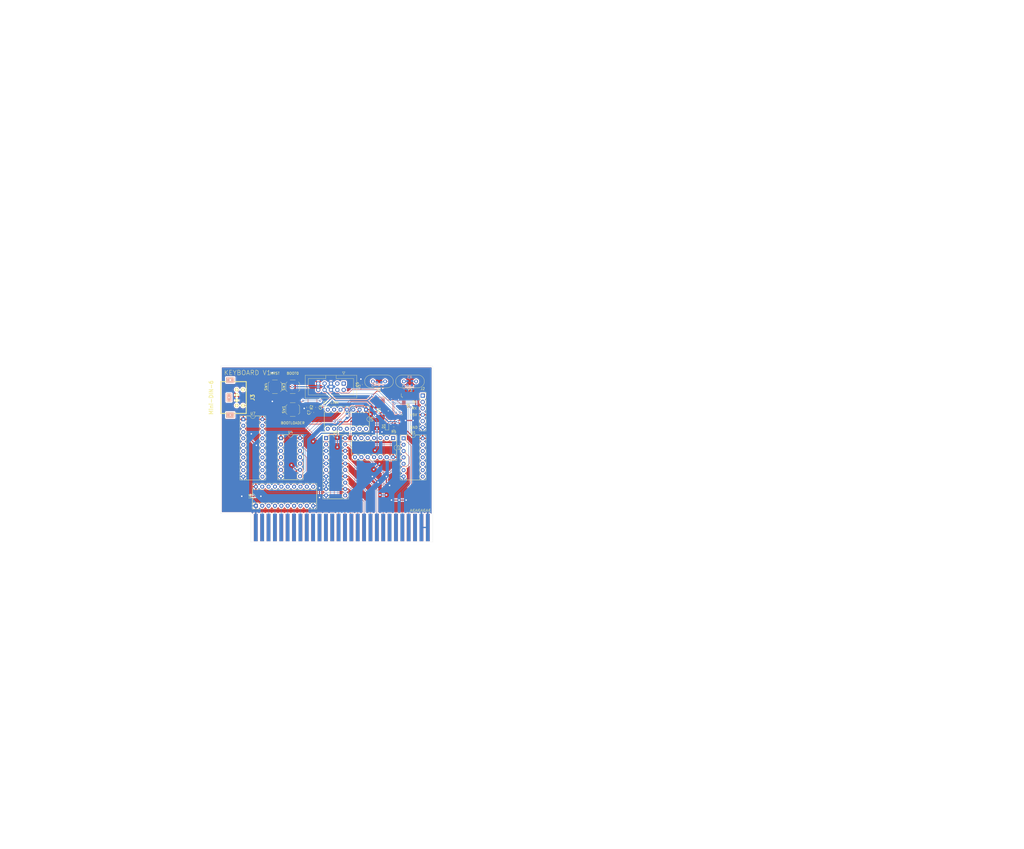
<source format=kicad_pcb>
(kicad_pcb (version 20171130) (host pcbnew 5.1.10)

  (general
    (thickness 1.6)
    (drawings 18)
    (tracks 408)
    (zones 0)
    (modules 30)
    (nets 129)
  )

  (page A4)
  (layers
    (0 F.Cu signal)
    (31 B.Cu signal)
    (32 B.Adhes user)
    (33 F.Adhes user)
    (34 B.Paste user)
    (35 F.Paste user)
    (36 B.SilkS user)
    (37 F.SilkS user)
    (38 B.Mask user)
    (39 F.Mask user)
    (40 Dwgs.User user)
    (41 Cmts.User user)
    (42 Eco1.User user)
    (43 Eco2.User user)
    (44 Edge.Cuts user)
    (45 Margin user)
    (46 B.CrtYd user)
    (47 F.CrtYd user)
    (48 B.Fab user)
    (49 F.Fab user)
  )

  (setup
    (last_trace_width 0.15)
    (user_trace_width 0.15)
    (user_trace_width 0.2)
    (user_trace_width 0.4)
    (user_trace_width 0.5)
    (user_trace_width 0.6)
    (trace_clearance 0.2)
    (zone_clearance 0.508)
    (zone_45_only no)
    (trace_min 0.127)
    (via_size 0.8)
    (via_drill 0.4)
    (via_min_size 0.6)
    (via_min_drill 0.3)
    (user_via 0.6 0.3)
    (user_via 0.9 0.4)
    (user_via 1 0.6)
    (uvia_size 0.3)
    (uvia_drill 0.1)
    (uvias_allowed no)
    (uvia_min_size 0.2)
    (uvia_min_drill 0.1)
    (edge_width 0.05)
    (segment_width 0.2)
    (pcb_text_width 0.3)
    (pcb_text_size 1.5 1.5)
    (mod_edge_width 0.12)
    (mod_text_size 1 1)
    (mod_text_width 0.15)
    (pad_size 1.524 1.524)
    (pad_drill 0.762)
    (pad_to_mask_clearance 0)
    (aux_axis_origin 0 0)
    (visible_elements 7FFFFFFF)
    (pcbplotparams
      (layerselection 0x010fc_ffffffff)
      (usegerberextensions true)
      (usegerberattributes true)
      (usegerberadvancedattributes false)
      (creategerberjobfile false)
      (excludeedgelayer true)
      (linewidth 0.100000)
      (plotframeref false)
      (viasonmask false)
      (mode 1)
      (useauxorigin false)
      (hpglpennumber 1)
      (hpglpenspeed 20)
      (hpglpendiameter 15.000000)
      (psnegative false)
      (psa4output false)
      (plotreference true)
      (plotvalue true)
      (plotinvisibletext false)
      (padsonsilk false)
      (subtractmaskfromsilk true)
      (outputformat 1)
      (mirror false)
      (drillshape 0)
      (scaleselection 1)
      (outputdirectory "Gerber"))
  )

  (net 0 "")
  (net 1 /RDY)
  (net 2 /KEYBOARD_DATA)
  (net 3 /KEYBOARD_CLK)
  (net 4 "Net-(U1-Pad4)")
  (net 5 "Net-(U1-Pad2)")
  (net 6 M1)
  (net 7 "Net-(U2-Pad6)")
  (net 8 "Net-(U2-Pad12)")
  (net 9 "Net-(U2-Pad11)")
  (net 10 "Net-(U2-Pad3)")
  (net 11 IOREQ)
  (net 12 "Net-(U2-Pad8)")
  (net 13 RD)
  (net 14 GND)
  (net 15 A4)
  (net 16 A3)
  (net 17 A7)
  (net 18 A2)
  (net 19 A6)
  (net 20 A1)
  (net 21 A5)
  (net 22 "Net-(U4-Pad13)")
  (net 23 "Net-(U4-Pad6)")
  (net 24 "Net-(U4-Pad12)")
  (net 25 "Net-(U4-Pad5)")
  (net 26 "Net-(U4-Pad11)")
  (net 27 "Net-(U4-Pad4)")
  (net 28 "Net-(U4-Pad10)")
  (net 29 "Net-(U4-Pad3)")
  (net 30 +5V)
  (net 31 "Net-(U5-Pad6)")
  (net 32 D0)
  (net 33 D1)
  (net 34 D2)
  (net 35 D3)
  (net 36 D4)
  (net 37 D5)
  (net 38 D6)
  (net 39 D7)
  (net 40 "Net-(U7-Pad9)")
  (net 41 "Net-(U7-Pad8)")
  (net 42 "Net-(U7-Pad17)")
  (net 43 "Net-(U7-Pad7)")
  (net 44 "Net-(U7-Pad16)")
  (net 45 "Net-(U7-Pad6)")
  (net 46 "Net-(U7-Pad15)")
  (net 47 "Net-(U7-Pad5)")
  (net 48 "Net-(U7-Pad14)")
  (net 49 "Net-(U7-Pad4)")
  (net 50 "Net-(U7-Pad13)")
  (net 51 "Net-(U7-Pad3)")
  (net 52 "Net-(U7-Pad12)")
  (net 53 "Net-(U7-Pad11)")
  (net 54 "Net-(B1-Pad2)")
  (net 55 "Net-(B1-Pad3)")
  (net 56 "Net-(B1-Pad4)")
  (net 57 "Net-(B1-Pad5)")
  (net 58 "Net-(B1-Pad6)")
  (net 59 "Net-(B1-Pad7)")
  (net 60 "Net-(B1-Pad8)")
  (net 61 "Net-(B1-Pad9)")
  (net 62 "Net-(B1-Pad22)")
  (net 63 "Net-(B1-Pad23)")
  (net 64 "Net-(B1-Pad24)")
  (net 65 "Net-(B1-Pad26)")
  (net 66 "Net-(B1-Pad31)")
  (net 67 "Net-(B1-Pad32)")
  (net 68 "Net-(B1-Pad35)")
  (net 69 "Net-(B1-Pad36)")
  (net 70 "Net-(B1-Pad38)")
  (net 71 "Net-(B1-Pad40)")
  (net 72 "Net-(B1-Pad41)")
  (net 73 "Net-(B1-Pad42)")
  (net 74 "Net-(B1-Pad43)")
  (net 75 A0)
  (net 76 +3V3)
  (net 77 SCL)
  (net 78 SDA)
  (net 79 "Net-(J3-Pad2)")
  (net 80 "Net-(J3-Pad6)")
  (net 81 "Net-(U4-Pad2)")
  (net 82 "Net-(U4-Pad8)")
  (net 83 /WAIT)
  (net 84 "Net-(U8-Pad46)")
  (net 85 "Net-(U8-Pad45)")
  (net 86 /BOOT0)
  (net 87 "Net-(U8-Pad41)")
  (net 88 "Net-(U8-Pad40)")
  (net 89 "Net-(U8-Pad39)")
  (net 90 "Net-(U8-Pad38)")
  (net 91 /SWCLK)
  (net 92 /SWDIO)
  (net 93 "Net-(U8-Pad33)")
  (net 94 "Net-(U8-Pad32)")
  (net 95 /RX)
  (net 96 /TX)
  (net 97 "Net-(U8-Pad28)")
  (net 98 "Net-(U8-Pad25)")
  (net 99 "Net-(U8-Pad22)")
  (net 100 "Net-(U8-Pad21)")
  (net 101 /BOOT1)
  (net 102 "Net-(U8-Pad19)")
  (net 103 "Net-(U8-Pad18)")
  (net 104 "Net-(U8-Pad12)")
  (net 105 "Net-(U8-Pad11)")
  (net 106 "Net-(U8-Pad10)")
  (net 107 /NRST)
  (net 108 /HSE_OUT)
  (net 109 /HSE_IN)
  (net 110 /LSE_OUT)
  (net 111 /LSE_IN)
  (net 112 "Net-(U8-Pad2)")
  (net 113 "Net-(U8-Pad1)")
  (net 114 "Net-(B1-Pad10)")
  (net 115 "Net-(B1-Pad11)")
  (net 116 "Net-(B1-Pad12)")
  (net 117 "Net-(B1-Pad13)")
  (net 118 "Net-(B1-Pad44)")
  (net 119 "Net-(B1-Pad46)")
  (net 120 "Net-(B1-Pad47)")
  (net 121 "Net-(B1-Pad45)")
  (net 122 "Net-(J1-Pad3)")
  (net 123 "Net-(J1-Pad1)")
  (net 124 "Net-(J2-Pad5)")
  (net 125 "Net-(J2-Pad1)")
  (net 126 "Net-(D1-Pad2)")
  (net 127 "Net-(D1-Pad1)")
  (net 128 /BOOTLOADER)

  (net_class Default "This is the default net class."
    (clearance 0.2)
    (trace_width 0.25)
    (via_dia 0.8)
    (via_drill 0.4)
    (uvia_dia 0.3)
    (uvia_drill 0.1)
    (add_net +3V3)
    (add_net +5V)
    (add_net /BOOT0)
    (add_net /BOOT1)
    (add_net /BOOTLOADER)
    (add_net /HSE_IN)
    (add_net /HSE_OUT)
    (add_net /KEYBOARD_CLK)
    (add_net /KEYBOARD_DATA)
    (add_net /LSE_IN)
    (add_net /LSE_OUT)
    (add_net /NRST)
    (add_net /RDY)
    (add_net /RX)
    (add_net /SWCLK)
    (add_net /SWDIO)
    (add_net /TX)
    (add_net /WAIT)
    (add_net A0)
    (add_net A1)
    (add_net A2)
    (add_net A3)
    (add_net A4)
    (add_net A5)
    (add_net A6)
    (add_net A7)
    (add_net D0)
    (add_net D1)
    (add_net D2)
    (add_net D3)
    (add_net D4)
    (add_net D5)
    (add_net D6)
    (add_net D7)
    (add_net GND)
    (add_net IOREQ)
    (add_net M1)
    (add_net "Net-(B1-Pad10)")
    (add_net "Net-(B1-Pad11)")
    (add_net "Net-(B1-Pad12)")
    (add_net "Net-(B1-Pad13)")
    (add_net "Net-(B1-Pad2)")
    (add_net "Net-(B1-Pad22)")
    (add_net "Net-(B1-Pad23)")
    (add_net "Net-(B1-Pad24)")
    (add_net "Net-(B1-Pad26)")
    (add_net "Net-(B1-Pad3)")
    (add_net "Net-(B1-Pad31)")
    (add_net "Net-(B1-Pad32)")
    (add_net "Net-(B1-Pad35)")
    (add_net "Net-(B1-Pad36)")
    (add_net "Net-(B1-Pad38)")
    (add_net "Net-(B1-Pad4)")
    (add_net "Net-(B1-Pad40)")
    (add_net "Net-(B1-Pad41)")
    (add_net "Net-(B1-Pad42)")
    (add_net "Net-(B1-Pad43)")
    (add_net "Net-(B1-Pad44)")
    (add_net "Net-(B1-Pad45)")
    (add_net "Net-(B1-Pad46)")
    (add_net "Net-(B1-Pad47)")
    (add_net "Net-(B1-Pad5)")
    (add_net "Net-(B1-Pad6)")
    (add_net "Net-(B1-Pad7)")
    (add_net "Net-(B1-Pad8)")
    (add_net "Net-(B1-Pad9)")
    (add_net "Net-(D1-Pad1)")
    (add_net "Net-(D1-Pad2)")
    (add_net "Net-(J1-Pad1)")
    (add_net "Net-(J1-Pad3)")
    (add_net "Net-(J2-Pad1)")
    (add_net "Net-(J2-Pad5)")
    (add_net "Net-(J3-Pad2)")
    (add_net "Net-(J3-Pad6)")
    (add_net "Net-(U1-Pad2)")
    (add_net "Net-(U1-Pad4)")
    (add_net "Net-(U2-Pad11)")
    (add_net "Net-(U2-Pad12)")
    (add_net "Net-(U2-Pad3)")
    (add_net "Net-(U2-Pad6)")
    (add_net "Net-(U2-Pad8)")
    (add_net "Net-(U4-Pad10)")
    (add_net "Net-(U4-Pad11)")
    (add_net "Net-(U4-Pad12)")
    (add_net "Net-(U4-Pad13)")
    (add_net "Net-(U4-Pad2)")
    (add_net "Net-(U4-Pad3)")
    (add_net "Net-(U4-Pad4)")
    (add_net "Net-(U4-Pad5)")
    (add_net "Net-(U4-Pad6)")
    (add_net "Net-(U4-Pad8)")
    (add_net "Net-(U5-Pad6)")
    (add_net "Net-(U7-Pad11)")
    (add_net "Net-(U7-Pad12)")
    (add_net "Net-(U7-Pad13)")
    (add_net "Net-(U7-Pad14)")
    (add_net "Net-(U7-Pad15)")
    (add_net "Net-(U7-Pad16)")
    (add_net "Net-(U7-Pad17)")
    (add_net "Net-(U7-Pad3)")
    (add_net "Net-(U7-Pad4)")
    (add_net "Net-(U7-Pad5)")
    (add_net "Net-(U7-Pad6)")
    (add_net "Net-(U7-Pad7)")
    (add_net "Net-(U7-Pad8)")
    (add_net "Net-(U7-Pad9)")
    (add_net "Net-(U8-Pad1)")
    (add_net "Net-(U8-Pad10)")
    (add_net "Net-(U8-Pad11)")
    (add_net "Net-(U8-Pad12)")
    (add_net "Net-(U8-Pad18)")
    (add_net "Net-(U8-Pad19)")
    (add_net "Net-(U8-Pad2)")
    (add_net "Net-(U8-Pad21)")
    (add_net "Net-(U8-Pad22)")
    (add_net "Net-(U8-Pad25)")
    (add_net "Net-(U8-Pad28)")
    (add_net "Net-(U8-Pad32)")
    (add_net "Net-(U8-Pad33)")
    (add_net "Net-(U8-Pad38)")
    (add_net "Net-(U8-Pad39)")
    (add_net "Net-(U8-Pad40)")
    (add_net "Net-(U8-Pad41)")
    (add_net "Net-(U8-Pad45)")
    (add_net "Net-(U8-Pad46)")
    (add_net RD)
    (add_net SCL)
    (add_net SDA)
  )

  (module Button_Switch_SMD:SW_SPST_SKQG_WithStem (layer F.Cu) (tedit 5ABAB6AF) (tstamp 60BBB8FA)
    (at 60.452 57.606 90)
    (descr "ALPS 5.2mm Square Low-profile Type (Surface Mount) SKQG Series, With stem, http://www.alps.com/prod/info/E/HTML/Tact/SurfaceMount/SKQG/SKQGAFE010.html")
    (tags "SPST Button Switch")
    (path /60C8F42A)
    (attr smd)
    (fp_text reference SW1 (at 0 -3.6 90) (layer F.SilkS)
      (effects (font (size 1 1) (thickness 0.15)))
    )
    (fp_text value SW_Push (at 0 3.6 90) (layer F.Fab)
      (effects (font (size 1 1) (thickness 0.15)))
    )
    (fp_text user "No F.Cu tracks" (at -2.5 0.2 90) (layer Cmts.User)
      (effects (font (size 0.2 0.2) (thickness 0.03)))
    )
    (fp_text user "KEEP-OUT ZONE" (at -2.5 -0.2 90) (layer Cmts.User)
      (effects (font (size 0.2 0.2) (thickness 0.03)))
    )
    (fp_text user "KEEP-OUT ZONE" (at 2.5 -0.2 90) (layer Cmts.User)
      (effects (font (size 0.2 0.2) (thickness 0.03)))
    )
    (fp_text user "No F.Cu tracks" (at 2.5 0.2 90) (layer Cmts.User)
      (effects (font (size 0.2 0.2) (thickness 0.03)))
    )
    (fp_text user %R (at 0 0 90) (layer F.Fab)
      (effects (font (size 0.4 0.4) (thickness 0.06)))
    )
    (fp_line (start 1.4 -2.6) (end 2.6 -1.4) (layer F.Fab) (width 0.1))
    (fp_line (start 2.6 -1.4) (end 2.6 1.4) (layer F.Fab) (width 0.1))
    (fp_line (start 2.6 1.4) (end 1.4 2.6) (layer F.Fab) (width 0.1))
    (fp_line (start 1.4 2.6) (end -1.4 2.6) (layer F.Fab) (width 0.1))
    (fp_line (start -1.4 2.6) (end -2.6 1.4) (layer F.Fab) (width 0.1))
    (fp_line (start -2.6 1.4) (end -2.6 -1.4) (layer F.Fab) (width 0.1))
    (fp_line (start -2.6 -1.4) (end -1.4 -2.6) (layer F.Fab) (width 0.1))
    (fp_line (start -1.4 -2.6) (end 1.4 -2.6) (layer F.Fab) (width 0.1))
    (fp_line (start -4.25 -2.85) (end -4.25 2.85) (layer F.CrtYd) (width 0.05))
    (fp_line (start 4.25 -2.85) (end -4.25 -2.85) (layer F.CrtYd) (width 0.05))
    (fp_line (start 4.25 2.85) (end 4.25 -2.85) (layer F.CrtYd) (width 0.05))
    (fp_line (start -4.25 2.85) (end 4.25 2.85) (layer F.CrtYd) (width 0.05))
    (fp_line (start -0.95 -1.865) (end 0.95 -1.865) (layer F.Fab) (width 0.1))
    (fp_line (start -1.865 0.95) (end -1.865 -0.95) (layer F.Fab) (width 0.1))
    (fp_line (start 0.95 1.865) (end -0.95 1.865) (layer F.Fab) (width 0.1))
    (fp_line (start 1.865 -0.95) (end 1.865 0.95) (layer F.Fab) (width 0.1))
    (fp_line (start -2.72 1.04) (end -2.72 -1.04) (layer F.SilkS) (width 0.12))
    (fp_line (start 1.45 -2.72) (end 1.94 -2.23) (layer F.SilkS) (width 0.12))
    (fp_circle (center 0 0) (end 1 0) (layer F.Fab) (width 0.1))
    (fp_line (start 2.72 1.04) (end 2.72 -1.04) (layer F.SilkS) (width 0.12))
    (fp_line (start -1.45 -2.72) (end -1.94 -2.23) (layer F.SilkS) (width 0.12))
    (fp_line (start -1.45 -2.72) (end 1.45 -2.72) (layer F.SilkS) (width 0.12))
    (fp_line (start -1.45 2.72) (end -1.94 2.23) (layer F.SilkS) (width 0.12))
    (fp_line (start -1.45 2.72) (end 1.45 2.72) (layer F.SilkS) (width 0.12))
    (fp_line (start 1.45 2.72) (end 1.94 2.23) (layer F.SilkS) (width 0.12))
    (fp_line (start 0.95 1.865) (end 1.865 0.95) (layer F.Fab) (width 0.1))
    (fp_line (start -0.95 1.865) (end -1.865 0.95) (layer F.Fab) (width 0.1))
    (fp_line (start -0.95 -1.865) (end -1.865 -0.95) (layer F.Fab) (width 0.1))
    (fp_line (start 0.95 -1.865) (end 1.865 -0.95) (layer F.Fab) (width 0.1))
    (fp_line (start 4 -1.3) (end 4 1.3) (layer Dwgs.User) (width 0.05))
    (fp_line (start 4 1.3) (end 1 1.3) (layer Dwgs.User) (width 0.05))
    (fp_line (start 1 1.3) (end 1 -1.3) (layer Dwgs.User) (width 0.05))
    (fp_line (start 1 -1.3) (end 4 -1.3) (layer Dwgs.User) (width 0.05))
    (fp_line (start 1 -0.3) (end 2 -1.3) (layer Dwgs.User) (width 0.05))
    (fp_line (start 1 0.7) (end 3 -1.3) (layer Dwgs.User) (width 0.05))
    (fp_line (start 4 -1.3) (end 1.4 1.3) (layer Dwgs.User) (width 0.05))
    (fp_line (start 2.4 1.3) (end 4 -0.3) (layer Dwgs.User) (width 0.05))
    (fp_line (start 4 0.7) (end 3.4 1.3) (layer Dwgs.User) (width 0.05))
    (fp_line (start -1 0.7) (end -1.6 1.3) (layer Dwgs.User) (width 0.05))
    (fp_line (start -4 1.3) (end -4 -1.3) (layer Dwgs.User) (width 0.05))
    (fp_line (start -4 0.7) (end -2 -1.3) (layer Dwgs.User) (width 0.05))
    (fp_line (start -1 1.3) (end -4 1.3) (layer Dwgs.User) (width 0.05))
    (fp_line (start -4 -1.3) (end -1 -1.3) (layer Dwgs.User) (width 0.05))
    (fp_line (start -1 -1.3) (end -3.6 1.3) (layer Dwgs.User) (width 0.05))
    (fp_line (start -2.6 1.3) (end -1 -0.3) (layer Dwgs.User) (width 0.05))
    (fp_line (start -4 -0.3) (end -3 -1.3) (layer Dwgs.User) (width 0.05))
    (fp_line (start -1 -1.3) (end -1 1.3) (layer Dwgs.User) (width 0.05))
    (pad 2 smd rect (at 3.1 1.85 90) (size 1.8 1.1) (layers F.Cu F.Paste F.Mask)
      (net 128 /BOOTLOADER))
    (pad 2 smd rect (at -3.1 1.85 90) (size 1.8 1.1) (layers F.Cu F.Paste F.Mask)
      (net 128 /BOOTLOADER))
    (pad 1 smd rect (at 3.1 -1.85 90) (size 1.8 1.1) (layers F.Cu F.Paste F.Mask)
      (net 76 +3V3))
    (pad 1 smd rect (at -3.1 -1.85 90) (size 1.8 1.1) (layers F.Cu F.Paste F.Mask)
      (net 76 +3V3))
    (model ${KISYS3DMOD}/Button_Switch_SMD.3dshapes/SW_SPST_SKQG_WithStem.wrl
      (at (xyz 0 0 0))
      (scale (xyz 1 1 1))
      (rotate (xyz 0 0 0))
    )
  )

  (module Capacitor_SMD:C_0603_1608Metric_Pad1.08x0.95mm_HandSolder (layer F.Cu) (tedit 5F68FEEF) (tstamp 60BBA350)
    (at 68.326 58.7745 90)
    (descr "Capacitor SMD 0603 (1608 Metric), square (rectangular) end terminal, IPC_7351 nominal with elongated pad for handsoldering. (Body size source: IPC-SM-782 page 76, https://www.pcb-3d.com/wordpress/wp-content/uploads/ipc-sm-782a_amendment_1_and_2.pdf), generated with kicad-footprint-generator")
    (tags "capacitor handsolder")
    (path /60C8F430)
    (attr smd)
    (fp_text reference C7 (at 0 -1.43 90) (layer F.SilkS)
      (effects (font (size 1 1) (thickness 0.15)))
    )
    (fp_text value 100n (at 0 1.43 90) (layer F.Fab)
      (effects (font (size 1 1) (thickness 0.15)))
    )
    (fp_text user %R (at 0 0 90) (layer F.Fab)
      (effects (font (size 0.4 0.4) (thickness 0.06)))
    )
    (fp_line (start -0.8 0.4) (end -0.8 -0.4) (layer F.Fab) (width 0.1))
    (fp_line (start -0.8 -0.4) (end 0.8 -0.4) (layer F.Fab) (width 0.1))
    (fp_line (start 0.8 -0.4) (end 0.8 0.4) (layer F.Fab) (width 0.1))
    (fp_line (start 0.8 0.4) (end -0.8 0.4) (layer F.Fab) (width 0.1))
    (fp_line (start -0.146267 -0.51) (end 0.146267 -0.51) (layer F.SilkS) (width 0.12))
    (fp_line (start -0.146267 0.51) (end 0.146267 0.51) (layer F.SilkS) (width 0.12))
    (fp_line (start -1.65 0.73) (end -1.65 -0.73) (layer F.CrtYd) (width 0.05))
    (fp_line (start -1.65 -0.73) (end 1.65 -0.73) (layer F.CrtYd) (width 0.05))
    (fp_line (start 1.65 -0.73) (end 1.65 0.73) (layer F.CrtYd) (width 0.05))
    (fp_line (start 1.65 0.73) (end -1.65 0.73) (layer F.CrtYd) (width 0.05))
    (pad 2 smd roundrect (at 0.8625 0 90) (size 1.075 0.95) (layers F.Cu F.Paste F.Mask) (roundrect_rratio 0.25)
      (net 76 +3V3))
    (pad 1 smd roundrect (at -0.8625 0 90) (size 1.075 0.95) (layers F.Cu F.Paste F.Mask) (roundrect_rratio 0.25)
      (net 128 /BOOTLOADER))
    (model ${KISYS3DMOD}/Capacitor_SMD.3dshapes/C_0603_1608Metric.wrl
      (at (xyz 0 0 0))
      (scale (xyz 1 1 1))
      (rotate (xyz 0 0 0))
    )
  )

  (module Resistor_SMD:R_0603_1608Metric_Pad0.98x0.95mm_HandSolder (layer F.Cu) (tedit 5F68FEEE) (tstamp 60BB8893)
    (at 100.7345 65.024 180)
    (descr "Resistor SMD 0603 (1608 Metric), square (rectangular) end terminal, IPC_7351 nominal with elongated pad for handsoldering. (Body size source: IPC-SM-782 page 72, https://www.pcb-3d.com/wordpress/wp-content/uploads/ipc-sm-782a_amendment_1_and_2.pdf), generated with kicad-footprint-generator")
    (tags "resistor handsolder")
    (path /60BDC5F7)
    (attr smd)
    (fp_text reference R5 (at 0 -1.43) (layer F.SilkS)
      (effects (font (size 1 1) (thickness 0.15)))
    )
    (fp_text value 330 (at 0 1.43) (layer F.Fab)
      (effects (font (size 1 1) (thickness 0.15)))
    )
    (fp_text user %R (at 0 0) (layer F.Fab)
      (effects (font (size 0.4 0.4) (thickness 0.06)))
    )
    (fp_line (start -0.8 0.4125) (end -0.8 -0.4125) (layer F.Fab) (width 0.1))
    (fp_line (start -0.8 -0.4125) (end 0.8 -0.4125) (layer F.Fab) (width 0.1))
    (fp_line (start 0.8 -0.4125) (end 0.8 0.4125) (layer F.Fab) (width 0.1))
    (fp_line (start 0.8 0.4125) (end -0.8 0.4125) (layer F.Fab) (width 0.1))
    (fp_line (start -0.254724 -0.5225) (end 0.254724 -0.5225) (layer F.SilkS) (width 0.12))
    (fp_line (start -0.254724 0.5225) (end 0.254724 0.5225) (layer F.SilkS) (width 0.12))
    (fp_line (start -1.65 0.73) (end -1.65 -0.73) (layer F.CrtYd) (width 0.05))
    (fp_line (start -1.65 -0.73) (end 1.65 -0.73) (layer F.CrtYd) (width 0.05))
    (fp_line (start 1.65 -0.73) (end 1.65 0.73) (layer F.CrtYd) (width 0.05))
    (fp_line (start 1.65 0.73) (end -1.65 0.73) (layer F.CrtYd) (width 0.05))
    (pad 2 smd roundrect (at 0.9125 0 180) (size 0.975 0.95) (layers F.Cu F.Paste F.Mask) (roundrect_rratio 0.25)
      (net 127 "Net-(D1-Pad1)"))
    (pad 1 smd roundrect (at -0.9125 0 180) (size 0.975 0.95) (layers F.Cu F.Paste F.Mask) (roundrect_rratio 0.25)
      (net 14 GND))
    (model ${KISYS3DMOD}/Resistor_SMD.3dshapes/R_0603_1608Metric.wrl
      (at (xyz 0 0 0))
      (scale (xyz 1 1 1))
      (rotate (xyz 0 0 0))
    )
  )

  (module LED_SMD:LED_0603_1608Metric (layer F.Cu) (tedit 5F68FEF1) (tstamp 60BB8D7B)
    (at 98.044 64.2365 90)
    (descr "LED SMD 0603 (1608 Metric), square (rectangular) end terminal, IPC_7351 nominal, (Body size source: http://www.tortai-tech.com/upload/download/2011102023233369053.pdf), generated with kicad-footprint-generator")
    (tags LED)
    (path /60BC99D2)
    (attr smd)
    (fp_text reference D1 (at 0 -1.43 90) (layer F.SilkS)
      (effects (font (size 1 1) (thickness 0.15)))
    )
    (fp_text value LED (at 0 1.43 90) (layer F.Fab)
      (effects (font (size 1 1) (thickness 0.15)))
    )
    (fp_text user %R (at 0 0 90) (layer F.Fab)
      (effects (font (size 0.4 0.4) (thickness 0.06)))
    )
    (fp_line (start 0.8 -0.4) (end -0.5 -0.4) (layer F.Fab) (width 0.1))
    (fp_line (start -0.5 -0.4) (end -0.8 -0.1) (layer F.Fab) (width 0.1))
    (fp_line (start -0.8 -0.1) (end -0.8 0.4) (layer F.Fab) (width 0.1))
    (fp_line (start -0.8 0.4) (end 0.8 0.4) (layer F.Fab) (width 0.1))
    (fp_line (start 0.8 0.4) (end 0.8 -0.4) (layer F.Fab) (width 0.1))
    (fp_line (start 0.8 -0.735) (end -1.485 -0.735) (layer F.SilkS) (width 0.12))
    (fp_line (start -1.485 -0.735) (end -1.485 0.735) (layer F.SilkS) (width 0.12))
    (fp_line (start -1.485 0.735) (end 0.8 0.735) (layer F.SilkS) (width 0.12))
    (fp_line (start -1.48 0.73) (end -1.48 -0.73) (layer F.CrtYd) (width 0.05))
    (fp_line (start -1.48 -0.73) (end 1.48 -0.73) (layer F.CrtYd) (width 0.05))
    (fp_line (start 1.48 -0.73) (end 1.48 0.73) (layer F.CrtYd) (width 0.05))
    (fp_line (start 1.48 0.73) (end -1.48 0.73) (layer F.CrtYd) (width 0.05))
    (pad 2 smd roundrect (at 0.7875 0 90) (size 0.875 0.95) (layers F.Cu F.Paste F.Mask) (roundrect_rratio 0.25)
      (net 126 "Net-(D1-Pad2)"))
    (pad 1 smd roundrect (at -0.7875 0 90) (size 0.875 0.95) (layers F.Cu F.Paste F.Mask) (roundrect_rratio 0.25)
      (net 127 "Net-(D1-Pad1)"))
    (model ${KISYS3DMOD}/LED_SMD.3dshapes/LED_0603_1608Metric.wrl
      (at (xyz 0 0 0))
      (scale (xyz 1 1 1))
      (rotate (xyz 0 0 0))
    )
  )

  (module Package_DIP:DIP-14_W7.62mm_Socket (layer F.Cu) (tedit 5A02E8C5) (tstamp 5FED761F)
    (at 89.662 57.658 270)
    (descr "14-lead though-hole mounted DIP package, row spacing 7.62 mm (300 mils), Socket")
    (tags "THT DIP DIL PDIP 2.54mm 7.62mm 300mil Socket")
    (path /5FEF73AC)
    (fp_text reference U5 (at 3.81 -2.33 90) (layer F.SilkS)
      (effects (font (size 1 1) (thickness 0.15)))
    )
    (fp_text value 74HC74 (at 3.81 17.57 90) (layer F.Fab)
      (effects (font (size 1 1) (thickness 0.15)))
    )
    (fp_line (start 1.635 -1.27) (end 6.985 -1.27) (layer F.Fab) (width 0.1))
    (fp_line (start 6.985 -1.27) (end 6.985 16.51) (layer F.Fab) (width 0.1))
    (fp_line (start 6.985 16.51) (end 0.635 16.51) (layer F.Fab) (width 0.1))
    (fp_line (start 0.635 16.51) (end 0.635 -0.27) (layer F.Fab) (width 0.1))
    (fp_line (start 0.635 -0.27) (end 1.635 -1.27) (layer F.Fab) (width 0.1))
    (fp_line (start -1.27 -1.33) (end -1.27 16.57) (layer F.Fab) (width 0.1))
    (fp_line (start -1.27 16.57) (end 8.89 16.57) (layer F.Fab) (width 0.1))
    (fp_line (start 8.89 16.57) (end 8.89 -1.33) (layer F.Fab) (width 0.1))
    (fp_line (start 8.89 -1.33) (end -1.27 -1.33) (layer F.Fab) (width 0.1))
    (fp_line (start 2.81 -1.33) (end 1.16 -1.33) (layer F.SilkS) (width 0.12))
    (fp_line (start 1.16 -1.33) (end 1.16 16.57) (layer F.SilkS) (width 0.12))
    (fp_line (start 1.16 16.57) (end 6.46 16.57) (layer F.SilkS) (width 0.12))
    (fp_line (start 6.46 16.57) (end 6.46 -1.33) (layer F.SilkS) (width 0.12))
    (fp_line (start 6.46 -1.33) (end 4.81 -1.33) (layer F.SilkS) (width 0.12))
    (fp_line (start -1.33 -1.39) (end -1.33 16.63) (layer F.SilkS) (width 0.12))
    (fp_line (start -1.33 16.63) (end 8.95 16.63) (layer F.SilkS) (width 0.12))
    (fp_line (start 8.95 16.63) (end 8.95 -1.39) (layer F.SilkS) (width 0.12))
    (fp_line (start 8.95 -1.39) (end -1.33 -1.39) (layer F.SilkS) (width 0.12))
    (fp_line (start -1.55 -1.6) (end -1.55 16.85) (layer F.CrtYd) (width 0.05))
    (fp_line (start -1.55 16.85) (end 9.15 16.85) (layer F.CrtYd) (width 0.05))
    (fp_line (start 9.15 16.85) (end 9.15 -1.6) (layer F.CrtYd) (width 0.05))
    (fp_line (start 9.15 -1.6) (end -1.55 -1.6) (layer F.CrtYd) (width 0.05))
    (fp_text user %R (at 3.81 7.62 90) (layer F.Fab)
      (effects (font (size 1 1) (thickness 0.15)))
    )
    (fp_arc (start 3.81 -1.33) (end 2.81 -1.33) (angle -180) (layer F.SilkS) (width 0.12))
    (pad 14 thru_hole oval (at 7.62 0 270) (size 1.6 1.6) (drill 0.8) (layers *.Cu *.Mask))
    (pad 7 thru_hole oval (at 0 15.24 270) (size 1.6 1.6) (drill 0.8) (layers *.Cu *.Mask))
    (pad 13 thru_hole oval (at 7.62 2.54 270) (size 1.6 1.6) (drill 0.8) (layers *.Cu *.Mask))
    (pad 6 thru_hole oval (at 0 12.7 270) (size 1.6 1.6) (drill 0.8) (layers *.Cu *.Mask)
      (net 31 "Net-(U5-Pad6)"))
    (pad 12 thru_hole oval (at 7.62 5.08 270) (size 1.6 1.6) (drill 0.8) (layers *.Cu *.Mask))
    (pad 5 thru_hole oval (at 0 10.16 270) (size 1.6 1.6) (drill 0.8) (layers *.Cu *.Mask)
      (net 83 /WAIT))
    (pad 11 thru_hole oval (at 7.62 7.62 270) (size 1.6 1.6) (drill 0.8) (layers *.Cu *.Mask))
    (pad 4 thru_hole oval (at 0 7.62 270) (size 1.6 1.6) (drill 0.8) (layers *.Cu *.Mask)
      (net 1 /RDY))
    (pad 10 thru_hole oval (at 7.62 10.16 270) (size 1.6 1.6) (drill 0.8) (layers *.Cu *.Mask))
    (pad 3 thru_hole oval (at 0 5.08 270) (size 1.6 1.6) (drill 0.8) (layers *.Cu *.Mask)
      (net 12 "Net-(U2-Pad8)"))
    (pad 9 thru_hole oval (at 7.62 12.7 270) (size 1.6 1.6) (drill 0.8) (layers *.Cu *.Mask))
    (pad 2 thru_hole oval (at 0 2.54 270) (size 1.6 1.6) (drill 0.8) (layers *.Cu *.Mask)
      (net 14 GND))
    (pad 8 thru_hole oval (at 7.62 15.24 270) (size 1.6 1.6) (drill 0.8) (layers *.Cu *.Mask))
    (pad 1 thru_hole rect (at 0 0 270) (size 1.6 1.6) (drill 0.8) (layers *.Cu *.Mask)
      (net 30 +5V))
    (model ${KISYS3DMOD}/Package_DIP.3dshapes/DIP-14_W7.62mm_Socket.wrl
      (at (xyz 0 0 0))
      (scale (xyz 1 1 1))
      (rotate (xyz 0 0 0))
    )
  )

  (module Package_QFP:LQFP-48_7x7mm_P0.5mm (layer F.Cu) (tedit 5D9F72AF) (tstamp 60BAC716)
    (at 100.584 56.134 270)
    (descr "LQFP, 48 Pin (https://www.analog.com/media/en/technical-documentation/data-sheets/ltc2358-16.pdf), generated with kicad-footprint-generator ipc_gullwing_generator.py")
    (tags "LQFP QFP")
    (path /60B932FF)
    (attr smd)
    (fp_text reference U8 (at 0 -5.85 90) (layer F.SilkS)
      (effects (font (size 1 1) (thickness 0.15)))
    )
    (fp_text value STM32F103C8Tx (at 0 5.85 90) (layer F.Fab)
      (effects (font (size 1 1) (thickness 0.15)))
    )
    (fp_line (start 3.16 3.61) (end 3.61 3.61) (layer F.SilkS) (width 0.12))
    (fp_line (start 3.61 3.61) (end 3.61 3.16) (layer F.SilkS) (width 0.12))
    (fp_line (start -3.16 3.61) (end -3.61 3.61) (layer F.SilkS) (width 0.12))
    (fp_line (start -3.61 3.61) (end -3.61 3.16) (layer F.SilkS) (width 0.12))
    (fp_line (start 3.16 -3.61) (end 3.61 -3.61) (layer F.SilkS) (width 0.12))
    (fp_line (start 3.61 -3.61) (end 3.61 -3.16) (layer F.SilkS) (width 0.12))
    (fp_line (start -3.16 -3.61) (end -3.61 -3.61) (layer F.SilkS) (width 0.12))
    (fp_line (start -3.61 -3.61) (end -3.61 -3.16) (layer F.SilkS) (width 0.12))
    (fp_line (start -3.61 -3.16) (end -4.9 -3.16) (layer F.SilkS) (width 0.12))
    (fp_line (start -2.5 -3.5) (end 3.5 -3.5) (layer F.Fab) (width 0.1))
    (fp_line (start 3.5 -3.5) (end 3.5 3.5) (layer F.Fab) (width 0.1))
    (fp_line (start 3.5 3.5) (end -3.5 3.5) (layer F.Fab) (width 0.1))
    (fp_line (start -3.5 3.5) (end -3.5 -2.5) (layer F.Fab) (width 0.1))
    (fp_line (start -3.5 -2.5) (end -2.5 -3.5) (layer F.Fab) (width 0.1))
    (fp_line (start 0 -5.15) (end -3.15 -5.15) (layer F.CrtYd) (width 0.05))
    (fp_line (start -3.15 -5.15) (end -3.15 -3.75) (layer F.CrtYd) (width 0.05))
    (fp_line (start -3.15 -3.75) (end -3.75 -3.75) (layer F.CrtYd) (width 0.05))
    (fp_line (start -3.75 -3.75) (end -3.75 -3.15) (layer F.CrtYd) (width 0.05))
    (fp_line (start -3.75 -3.15) (end -5.15 -3.15) (layer F.CrtYd) (width 0.05))
    (fp_line (start -5.15 -3.15) (end -5.15 0) (layer F.CrtYd) (width 0.05))
    (fp_line (start 0 -5.15) (end 3.15 -5.15) (layer F.CrtYd) (width 0.05))
    (fp_line (start 3.15 -5.15) (end 3.15 -3.75) (layer F.CrtYd) (width 0.05))
    (fp_line (start 3.15 -3.75) (end 3.75 -3.75) (layer F.CrtYd) (width 0.05))
    (fp_line (start 3.75 -3.75) (end 3.75 -3.15) (layer F.CrtYd) (width 0.05))
    (fp_line (start 3.75 -3.15) (end 5.15 -3.15) (layer F.CrtYd) (width 0.05))
    (fp_line (start 5.15 -3.15) (end 5.15 0) (layer F.CrtYd) (width 0.05))
    (fp_line (start 0 5.15) (end -3.15 5.15) (layer F.CrtYd) (width 0.05))
    (fp_line (start -3.15 5.15) (end -3.15 3.75) (layer F.CrtYd) (width 0.05))
    (fp_line (start -3.15 3.75) (end -3.75 3.75) (layer F.CrtYd) (width 0.05))
    (fp_line (start -3.75 3.75) (end -3.75 3.15) (layer F.CrtYd) (width 0.05))
    (fp_line (start -3.75 3.15) (end -5.15 3.15) (layer F.CrtYd) (width 0.05))
    (fp_line (start -5.15 3.15) (end -5.15 0) (layer F.CrtYd) (width 0.05))
    (fp_line (start 0 5.15) (end 3.15 5.15) (layer F.CrtYd) (width 0.05))
    (fp_line (start 3.15 5.15) (end 3.15 3.75) (layer F.CrtYd) (width 0.05))
    (fp_line (start 3.15 3.75) (end 3.75 3.75) (layer F.CrtYd) (width 0.05))
    (fp_line (start 3.75 3.75) (end 3.75 3.15) (layer F.CrtYd) (width 0.05))
    (fp_line (start 3.75 3.15) (end 5.15 3.15) (layer F.CrtYd) (width 0.05))
    (fp_line (start 5.15 3.15) (end 5.15 0) (layer F.CrtYd) (width 0.05))
    (fp_text user %R (at 0 0 90) (layer F.Fab)
      (effects (font (size 1 1) (thickness 0.15)))
    )
    (pad 48 smd roundrect (at -2.75 -4.1625 270) (size 0.3 1.475) (layers F.Cu F.Paste F.Mask) (roundrect_rratio 0.25)
      (net 76 +3V3))
    (pad 47 smd roundrect (at -2.25 -4.1625 270) (size 0.3 1.475) (layers F.Cu F.Paste F.Mask) (roundrect_rratio 0.25)
      (net 14 GND))
    (pad 46 smd roundrect (at -1.75 -4.1625 270) (size 0.3 1.475) (layers F.Cu F.Paste F.Mask) (roundrect_rratio 0.25)
      (net 84 "Net-(U8-Pad46)"))
    (pad 45 smd roundrect (at -1.25 -4.1625 270) (size 0.3 1.475) (layers F.Cu F.Paste F.Mask) (roundrect_rratio 0.25)
      (net 85 "Net-(U8-Pad45)"))
    (pad 44 smd roundrect (at -0.75 -4.1625 270) (size 0.3 1.475) (layers F.Cu F.Paste F.Mask) (roundrect_rratio 0.25)
      (net 86 /BOOT0))
    (pad 43 smd roundrect (at -0.25 -4.1625 270) (size 0.3 1.475) (layers F.Cu F.Paste F.Mask) (roundrect_rratio 0.25)
      (net 78 SDA))
    (pad 42 smd roundrect (at 0.25 -4.1625 270) (size 0.3 1.475) (layers F.Cu F.Paste F.Mask) (roundrect_rratio 0.25)
      (net 77 SCL))
    (pad 41 smd roundrect (at 0.75 -4.1625 270) (size 0.3 1.475) (layers F.Cu F.Paste F.Mask) (roundrect_rratio 0.25)
      (net 87 "Net-(U8-Pad41)"))
    (pad 40 smd roundrect (at 1.25 -4.1625 270) (size 0.3 1.475) (layers F.Cu F.Paste F.Mask) (roundrect_rratio 0.25)
      (net 88 "Net-(U8-Pad40)"))
    (pad 39 smd roundrect (at 1.75 -4.1625 270) (size 0.3 1.475) (layers F.Cu F.Paste F.Mask) (roundrect_rratio 0.25)
      (net 89 "Net-(U8-Pad39)"))
    (pad 38 smd roundrect (at 2.25 -4.1625 270) (size 0.3 1.475) (layers F.Cu F.Paste F.Mask) (roundrect_rratio 0.25)
      (net 90 "Net-(U8-Pad38)"))
    (pad 37 smd roundrect (at 2.75 -4.1625 270) (size 0.3 1.475) (layers F.Cu F.Paste F.Mask) (roundrect_rratio 0.25)
      (net 91 /SWCLK))
    (pad 36 smd roundrect (at 4.1625 -2.75 270) (size 1.475 0.3) (layers F.Cu F.Paste F.Mask) (roundrect_rratio 0.25)
      (net 76 +3V3))
    (pad 35 smd roundrect (at 4.1625 -2.25 270) (size 1.475 0.3) (layers F.Cu F.Paste F.Mask) (roundrect_rratio 0.25)
      (net 14 GND))
    (pad 34 smd roundrect (at 4.1625 -1.75 270) (size 1.475 0.3) (layers F.Cu F.Paste F.Mask) (roundrect_rratio 0.25)
      (net 92 /SWDIO))
    (pad 33 smd roundrect (at 4.1625 -1.25 270) (size 1.475 0.3) (layers F.Cu F.Paste F.Mask) (roundrect_rratio 0.25)
      (net 93 "Net-(U8-Pad33)"))
    (pad 32 smd roundrect (at 4.1625 -0.75 270) (size 1.475 0.3) (layers F.Cu F.Paste F.Mask) (roundrect_rratio 0.25)
      (net 94 "Net-(U8-Pad32)"))
    (pad 31 smd roundrect (at 4.1625 -0.25 270) (size 1.475 0.3) (layers F.Cu F.Paste F.Mask) (roundrect_rratio 0.25)
      (net 95 /RX))
    (pad 30 smd roundrect (at 4.1625 0.25 270) (size 1.475 0.3) (layers F.Cu F.Paste F.Mask) (roundrect_rratio 0.25)
      (net 96 /TX))
    (pad 29 smd roundrect (at 4.1625 0.75 270) (size 1.475 0.3) (layers F.Cu F.Paste F.Mask) (roundrect_rratio 0.25)
      (net 126 "Net-(D1-Pad2)"))
    (pad 28 smd roundrect (at 4.1625 1.25 270) (size 1.475 0.3) (layers F.Cu F.Paste F.Mask) (roundrect_rratio 0.25)
      (net 97 "Net-(U8-Pad28)"))
    (pad 27 smd roundrect (at 4.1625 1.75 270) (size 1.475 0.3) (layers F.Cu F.Paste F.Mask) (roundrect_rratio 0.25)
      (net 2 /KEYBOARD_DATA))
    (pad 26 smd roundrect (at 4.1625 2.25 270) (size 1.475 0.3) (layers F.Cu F.Paste F.Mask) (roundrect_rratio 0.25)
      (net 3 /KEYBOARD_CLK))
    (pad 25 smd roundrect (at 4.1625 2.75 270) (size 1.475 0.3) (layers F.Cu F.Paste F.Mask) (roundrect_rratio 0.25)
      (net 98 "Net-(U8-Pad25)"))
    (pad 24 smd roundrect (at 2.75 4.1625 270) (size 0.3 1.475) (layers F.Cu F.Paste F.Mask) (roundrect_rratio 0.25)
      (net 76 +3V3))
    (pad 23 smd roundrect (at 2.25 4.1625 270) (size 0.3 1.475) (layers F.Cu F.Paste F.Mask) (roundrect_rratio 0.25)
      (net 14 GND))
    (pad 22 smd roundrect (at 1.75 4.1625 270) (size 0.3 1.475) (layers F.Cu F.Paste F.Mask) (roundrect_rratio 0.25)
      (net 99 "Net-(U8-Pad22)"))
    (pad 21 smd roundrect (at 1.25 4.1625 270) (size 0.3 1.475) (layers F.Cu F.Paste F.Mask) (roundrect_rratio 0.25)
      (net 100 "Net-(U8-Pad21)"))
    (pad 20 smd roundrect (at 0.75 4.1625 270) (size 0.3 1.475) (layers F.Cu F.Paste F.Mask) (roundrect_rratio 0.25)
      (net 101 /BOOT1))
    (pad 19 smd roundrect (at 0.25 4.1625 270) (size 0.3 1.475) (layers F.Cu F.Paste F.Mask) (roundrect_rratio 0.25)
      (net 102 "Net-(U8-Pad19)"))
    (pad 18 smd roundrect (at -0.25 4.1625 270) (size 0.3 1.475) (layers F.Cu F.Paste F.Mask) (roundrect_rratio 0.25)
      (net 103 "Net-(U8-Pad18)"))
    (pad 17 smd roundrect (at -0.75 4.1625 270) (size 0.3 1.475) (layers F.Cu F.Paste F.Mask) (roundrect_rratio 0.25)
      (net 81 "Net-(U4-Pad2)"))
    (pad 16 smd roundrect (at -1.25 4.1625 270) (size 0.3 1.475) (layers F.Cu F.Paste F.Mask) (roundrect_rratio 0.25)
      (net 1 /RDY))
    (pad 15 smd roundrect (at -1.75 4.1625 270) (size 0.3 1.475) (layers F.Cu F.Paste F.Mask) (roundrect_rratio 0.25)
      (net 82 "Net-(U4-Pad8)"))
    (pad 14 smd roundrect (at -2.25 4.1625 270) (size 0.3 1.475) (layers F.Cu F.Paste F.Mask) (roundrect_rratio 0.25)
      (net 83 /WAIT))
    (pad 13 smd roundrect (at -2.75 4.1625 270) (size 0.3 1.475) (layers F.Cu F.Paste F.Mask) (roundrect_rratio 0.25)
      (net 128 /BOOTLOADER))
    (pad 12 smd roundrect (at -4.1625 2.75 270) (size 1.475 0.3) (layers F.Cu F.Paste F.Mask) (roundrect_rratio 0.25)
      (net 104 "Net-(U8-Pad12)"))
    (pad 11 smd roundrect (at -4.1625 2.25 270) (size 1.475 0.3) (layers F.Cu F.Paste F.Mask) (roundrect_rratio 0.25)
      (net 105 "Net-(U8-Pad11)"))
    (pad 10 smd roundrect (at -4.1625 1.75 270) (size 1.475 0.3) (layers F.Cu F.Paste F.Mask) (roundrect_rratio 0.25)
      (net 106 "Net-(U8-Pad10)"))
    (pad 9 smd roundrect (at -4.1625 1.25 270) (size 1.475 0.3) (layers F.Cu F.Paste F.Mask) (roundrect_rratio 0.25)
      (net 76 +3V3))
    (pad 8 smd roundrect (at -4.1625 0.75 270) (size 1.475 0.3) (layers F.Cu F.Paste F.Mask) (roundrect_rratio 0.25)
      (net 14 GND))
    (pad 7 smd roundrect (at -4.1625 0.25 270) (size 1.475 0.3) (layers F.Cu F.Paste F.Mask) (roundrect_rratio 0.25)
      (net 107 /NRST))
    (pad 6 smd roundrect (at -4.1625 -0.25 270) (size 1.475 0.3) (layers F.Cu F.Paste F.Mask) (roundrect_rratio 0.25)
      (net 108 /HSE_OUT))
    (pad 5 smd roundrect (at -4.1625 -0.75 270) (size 1.475 0.3) (layers F.Cu F.Paste F.Mask) (roundrect_rratio 0.25)
      (net 109 /HSE_IN))
    (pad 4 smd roundrect (at -4.1625 -1.25 270) (size 1.475 0.3) (layers F.Cu F.Paste F.Mask) (roundrect_rratio 0.25)
      (net 110 /LSE_OUT))
    (pad 3 smd roundrect (at -4.1625 -1.75 270) (size 1.475 0.3) (layers F.Cu F.Paste F.Mask) (roundrect_rratio 0.25)
      (net 111 /LSE_IN))
    (pad 2 smd roundrect (at -4.1625 -2.25 270) (size 1.475 0.3) (layers F.Cu F.Paste F.Mask) (roundrect_rratio 0.25)
      (net 112 "Net-(U8-Pad2)"))
    (pad 1 smd roundrect (at -4.1625 -2.75 270) (size 1.475 0.3) (layers F.Cu F.Paste F.Mask) (roundrect_rratio 0.25)
      (net 113 "Net-(U8-Pad1)"))
    (model ${KISYS3DMOD}/Package_QFP.3dshapes/LQFP-48_7x7mm_P0.5mm.wrl
      (at (xyz 0 0 0))
      (scale (xyz 1 1 1))
      (rotate (xyz 0 0 0))
    )
  )

  (module Package_DIP:DIP-14_W7.62mm_Socket (layer F.Cu) (tedit 5A02E8C5) (tstamp 60BA92DF)
    (at 100.5 69 270)
    (descr "14-lead though-hole mounted DIP package, row spacing 7.62 mm (300 mils), Socket")
    (tags "THT DIP DIL PDIP 2.54mm 7.62mm 300mil Socket")
    (path /5FECFD61)
    (fp_text reference U2 (at 3.81 -2.33 90) (layer F.SilkS)
      (effects (font (size 1 1) (thickness 0.15)))
    )
    (fp_text value 7432 (at 3.81 17.57 90) (layer F.Fab)
      (effects (font (size 1 1) (thickness 0.15)))
    )
    (fp_line (start 1.635 -1.27) (end 6.985 -1.27) (layer F.Fab) (width 0.1))
    (fp_line (start 6.985 -1.27) (end 6.985 16.51) (layer F.Fab) (width 0.1))
    (fp_line (start 6.985 16.51) (end 0.635 16.51) (layer F.Fab) (width 0.1))
    (fp_line (start 0.635 16.51) (end 0.635 -0.27) (layer F.Fab) (width 0.1))
    (fp_line (start 0.635 -0.27) (end 1.635 -1.27) (layer F.Fab) (width 0.1))
    (fp_line (start -1.27 -1.33) (end -1.27 16.57) (layer F.Fab) (width 0.1))
    (fp_line (start -1.27 16.57) (end 8.89 16.57) (layer F.Fab) (width 0.1))
    (fp_line (start 8.89 16.57) (end 8.89 -1.33) (layer F.Fab) (width 0.1))
    (fp_line (start 8.89 -1.33) (end -1.27 -1.33) (layer F.Fab) (width 0.1))
    (fp_line (start 2.81 -1.33) (end 1.16 -1.33) (layer F.SilkS) (width 0.12))
    (fp_line (start 1.16 -1.33) (end 1.16 16.57) (layer F.SilkS) (width 0.12))
    (fp_line (start 1.16 16.57) (end 6.46 16.57) (layer F.SilkS) (width 0.12))
    (fp_line (start 6.46 16.57) (end 6.46 -1.33) (layer F.SilkS) (width 0.12))
    (fp_line (start 6.46 -1.33) (end 4.81 -1.33) (layer F.SilkS) (width 0.12))
    (fp_line (start -1.33 -1.39) (end -1.33 16.63) (layer F.SilkS) (width 0.12))
    (fp_line (start -1.33 16.63) (end 8.95 16.63) (layer F.SilkS) (width 0.12))
    (fp_line (start 8.95 16.63) (end 8.95 -1.39) (layer F.SilkS) (width 0.12))
    (fp_line (start 8.95 -1.39) (end -1.33 -1.39) (layer F.SilkS) (width 0.12))
    (fp_line (start -1.55 -1.6) (end -1.55 16.85) (layer F.CrtYd) (width 0.05))
    (fp_line (start -1.55 16.85) (end 9.15 16.85) (layer F.CrtYd) (width 0.05))
    (fp_line (start 9.15 16.85) (end 9.15 -1.6) (layer F.CrtYd) (width 0.05))
    (fp_line (start 9.15 -1.6) (end -1.55 -1.6) (layer F.CrtYd) (width 0.05))
    (fp_text user %R (at 3.81 7.62 90) (layer F.Fab)
      (effects (font (size 1 1) (thickness 0.15)))
    )
    (fp_arc (start 3.81 -1.33) (end 2.81 -1.33) (angle -180) (layer F.SilkS) (width 0.12))
    (pad 14 thru_hole oval (at 7.62 0 270) (size 1.6 1.6) (drill 0.8) (layers *.Cu *.Mask)
      (net 30 +5V))
    (pad 7 thru_hole oval (at 0 15.24 270) (size 1.6 1.6) (drill 0.8) (layers *.Cu *.Mask)
      (net 14 GND))
    (pad 13 thru_hole oval (at 7.62 2.54 270) (size 1.6 1.6) (drill 0.8) (layers *.Cu *.Mask)
      (net 4 "Net-(U1-Pad4)"))
    (pad 6 thru_hole oval (at 0 12.7 270) (size 1.6 1.6) (drill 0.8) (layers *.Cu *.Mask)
      (net 7 "Net-(U2-Pad6)"))
    (pad 12 thru_hole oval (at 7.62 5.08 270) (size 1.6 1.6) (drill 0.8) (layers *.Cu *.Mask)
      (net 8 "Net-(U2-Pad12)"))
    (pad 5 thru_hole oval (at 0 10.16 270) (size 1.6 1.6) (drill 0.8) (layers *.Cu *.Mask)
      (net 5 "Net-(U1-Pad2)"))
    (pad 11 thru_hole oval (at 7.62 7.62 270) (size 1.6 1.6) (drill 0.8) (layers *.Cu *.Mask)
      (net 9 "Net-(U2-Pad11)"))
    (pad 4 thru_hole oval (at 0 7.62 270) (size 1.6 1.6) (drill 0.8) (layers *.Cu *.Mask)
      (net 10 "Net-(U2-Pad3)"))
    (pad 10 thru_hole oval (at 7.62 10.16 270) (size 1.6 1.6) (drill 0.8) (layers *.Cu *.Mask)
      (net 75 A0))
    (pad 3 thru_hole oval (at 0 5.08 270) (size 1.6 1.6) (drill 0.8) (layers *.Cu *.Mask)
      (net 10 "Net-(U2-Pad3)"))
    (pad 9 thru_hole oval (at 7.62 12.7 270) (size 1.6 1.6) (drill 0.8) (layers *.Cu *.Mask)
      (net 8 "Net-(U2-Pad12)"))
    (pad 2 thru_hole oval (at 0 2.54 270) (size 1.6 1.6) (drill 0.8) (layers *.Cu *.Mask)
      (net 11 IOREQ))
    (pad 8 thru_hole oval (at 7.62 15.24 270) (size 1.6 1.6) (drill 0.8) (layers *.Cu *.Mask)
      (net 12 "Net-(U2-Pad8)"))
    (pad 1 thru_hole rect (at 0 0 270) (size 1.6 1.6) (drill 0.8) (layers *.Cu *.Mask)
      (net 13 RD))
    (model ${KISYS3DMOD}/Package_DIP.3dshapes/DIP-14_W7.62mm_Socket.wrl
      (at (xyz 0 0 0))
      (scale (xyz 1 1 1))
      (rotate (xyz 0 0 0))
    )
  )

  (module Connector_IDC:IDC-Header_2x05_P2.54mm_Vertical (layer F.Cu) (tedit 5EAC9A07) (tstamp 60BA5AA0)
    (at 80.772 47.244 270)
    (descr "Through hole IDC box header, 2x05, 2.54mm pitch, DIN 41651 / IEC 60603-13, double rows, https://docs.google.com/spreadsheets/d/16SsEcesNF15N3Lb4niX7dcUr-NY5_MFPQhobNuNppn4/edit#gid=0")
    (tags "Through hole vertical IDC box header THT 2x05 2.54mm double row")
    (path /60DF5F7E)
    (fp_text reference J1 (at 1.27 -6.1 90) (layer F.SilkS)
      (effects (font (size 1 1) (thickness 0.15)))
    )
    (fp_text value Conn_02x05_Odd_Even (at 1.27 16.26 90) (layer F.Fab)
      (effects (font (size 1 1) (thickness 0.15)))
    )
    (fp_line (start -3.18 -4.1) (end -2.18 -5.1) (layer F.Fab) (width 0.1))
    (fp_line (start -2.18 -5.1) (end 5.72 -5.1) (layer F.Fab) (width 0.1))
    (fp_line (start 5.72 -5.1) (end 5.72 15.26) (layer F.Fab) (width 0.1))
    (fp_line (start 5.72 15.26) (end -3.18 15.26) (layer F.Fab) (width 0.1))
    (fp_line (start -3.18 15.26) (end -3.18 -4.1) (layer F.Fab) (width 0.1))
    (fp_line (start -3.18 3.03) (end -1.98 3.03) (layer F.Fab) (width 0.1))
    (fp_line (start -1.98 3.03) (end -1.98 -3.91) (layer F.Fab) (width 0.1))
    (fp_line (start -1.98 -3.91) (end 4.52 -3.91) (layer F.Fab) (width 0.1))
    (fp_line (start 4.52 -3.91) (end 4.52 14.07) (layer F.Fab) (width 0.1))
    (fp_line (start 4.52 14.07) (end -1.98 14.07) (layer F.Fab) (width 0.1))
    (fp_line (start -1.98 14.07) (end -1.98 7.13) (layer F.Fab) (width 0.1))
    (fp_line (start -1.98 7.13) (end -1.98 7.13) (layer F.Fab) (width 0.1))
    (fp_line (start -1.98 7.13) (end -3.18 7.13) (layer F.Fab) (width 0.1))
    (fp_line (start -3.29 -5.21) (end 5.83 -5.21) (layer F.SilkS) (width 0.12))
    (fp_line (start 5.83 -5.21) (end 5.83 15.37) (layer F.SilkS) (width 0.12))
    (fp_line (start 5.83 15.37) (end -3.29 15.37) (layer F.SilkS) (width 0.12))
    (fp_line (start -3.29 15.37) (end -3.29 -5.21) (layer F.SilkS) (width 0.12))
    (fp_line (start -3.29 3.03) (end -1.98 3.03) (layer F.SilkS) (width 0.12))
    (fp_line (start -1.98 3.03) (end -1.98 -3.91) (layer F.SilkS) (width 0.12))
    (fp_line (start -1.98 -3.91) (end 4.52 -3.91) (layer F.SilkS) (width 0.12))
    (fp_line (start 4.52 -3.91) (end 4.52 14.07) (layer F.SilkS) (width 0.12))
    (fp_line (start 4.52 14.07) (end -1.98 14.07) (layer F.SilkS) (width 0.12))
    (fp_line (start -1.98 14.07) (end -1.98 7.13) (layer F.SilkS) (width 0.12))
    (fp_line (start -1.98 7.13) (end -1.98 7.13) (layer F.SilkS) (width 0.12))
    (fp_line (start -1.98 7.13) (end -3.29 7.13) (layer F.SilkS) (width 0.12))
    (fp_line (start -3.68 0) (end -4.68 -0.5) (layer F.SilkS) (width 0.12))
    (fp_line (start -4.68 -0.5) (end -4.68 0.5) (layer F.SilkS) (width 0.12))
    (fp_line (start -4.68 0.5) (end -3.68 0) (layer F.SilkS) (width 0.12))
    (fp_line (start -3.68 -5.6) (end -3.68 15.76) (layer F.CrtYd) (width 0.05))
    (fp_line (start -3.68 15.76) (end 6.22 15.76) (layer F.CrtYd) (width 0.05))
    (fp_line (start 6.22 15.76) (end 6.22 -5.6) (layer F.CrtYd) (width 0.05))
    (fp_line (start 6.22 -5.6) (end -3.68 -5.6) (layer F.CrtYd) (width 0.05))
    (fp_text user %R (at 1.27 5.08) (layer F.Fab)
      (effects (font (size 1 1) (thickness 0.15)))
    )
    (pad 10 thru_hole circle (at 2.54 10.16 270) (size 1.7 1.7) (drill 1) (layers *.Cu *.Mask)
      (net 30 +5V))
    (pad 8 thru_hole circle (at 2.54 7.62 270) (size 1.7 1.7) (drill 1) (layers *.Cu *.Mask)
      (net 76 +3V3))
    (pad 6 thru_hole circle (at 2.54 5.08 270) (size 1.7 1.7) (drill 1) (layers *.Cu *.Mask)
      (net 14 GND))
    (pad 4 thru_hole circle (at 2.54 2.54 270) (size 1.7 1.7) (drill 1) (layers *.Cu *.Mask)
      (net 92 /SWDIO))
    (pad 2 thru_hole circle (at 2.54 0 270) (size 1.7 1.7) (drill 1) (layers *.Cu *.Mask)
      (net 91 /SWCLK))
    (pad 9 thru_hole circle (at 0 10.16 270) (size 1.7 1.7) (drill 1) (layers *.Cu *.Mask)
      (net 30 +5V))
    (pad 7 thru_hole circle (at 0 7.62 270) (size 1.7 1.7) (drill 1) (layers *.Cu *.Mask)
      (net 76 +3V3))
    (pad 5 thru_hole circle (at 0 5.08 270) (size 1.7 1.7) (drill 1) (layers *.Cu *.Mask)
      (net 14 GND))
    (pad 3 thru_hole circle (at 0 2.54 270) (size 1.7 1.7) (drill 1) (layers *.Cu *.Mask)
      (net 122 "Net-(J1-Pad3)"))
    (pad 1 thru_hole roundrect (at 0 0 270) (size 1.7 1.7) (drill 1) (layers *.Cu *.Mask) (roundrect_rratio 0.1470588235294118)
      (net 123 "Net-(J1-Pad1)"))
    (model ${KISYS3DMOD}/Connector_IDC.3dshapes/IDC-Header_2x05_P2.54mm_Vertical.wrl
      (at (xyz 0 0 0))
      (scale (xyz 1 1 1))
      (rotate (xyz 0 0 0))
    )
  )

  (module Connector_PinSocket_2.54mm:PinSocket_1x06_P2.54mm_Vertical (layer F.Cu) (tedit 5A19A430) (tstamp 60BAE6A3)
    (at 112.268 52.07)
    (descr "Through hole straight socket strip, 1x06, 2.54mm pitch, single row (from Kicad 4.0.7), script generated")
    (tags "Through hole socket strip THT 1x06 2.54mm single row")
    (path /60F160C6)
    (fp_text reference J2 (at 0 -2.77) (layer F.SilkS)
      (effects (font (size 1 1) (thickness 0.15)))
    )
    (fp_text value Conn_01x06_Female (at 0 15.47) (layer F.Fab)
      (effects (font (size 1 1) (thickness 0.15)))
    )
    (fp_line (start -1.27 -1.27) (end 0.635 -1.27) (layer F.Fab) (width 0.1))
    (fp_line (start 0.635 -1.27) (end 1.27 -0.635) (layer F.Fab) (width 0.1))
    (fp_line (start 1.27 -0.635) (end 1.27 13.97) (layer F.Fab) (width 0.1))
    (fp_line (start 1.27 13.97) (end -1.27 13.97) (layer F.Fab) (width 0.1))
    (fp_line (start -1.27 13.97) (end -1.27 -1.27) (layer F.Fab) (width 0.1))
    (fp_line (start -1.33 1.27) (end 1.33 1.27) (layer F.SilkS) (width 0.12))
    (fp_line (start -1.33 1.27) (end -1.33 14.03) (layer F.SilkS) (width 0.12))
    (fp_line (start -1.33 14.03) (end 1.33 14.03) (layer F.SilkS) (width 0.12))
    (fp_line (start 1.33 1.27) (end 1.33 14.03) (layer F.SilkS) (width 0.12))
    (fp_line (start 1.33 -1.33) (end 1.33 0) (layer F.SilkS) (width 0.12))
    (fp_line (start 0 -1.33) (end 1.33 -1.33) (layer F.SilkS) (width 0.12))
    (fp_line (start -1.8 -1.8) (end 1.75 -1.8) (layer F.CrtYd) (width 0.05))
    (fp_line (start 1.75 -1.8) (end 1.75 14.45) (layer F.CrtYd) (width 0.05))
    (fp_line (start 1.75 14.45) (end -1.8 14.45) (layer F.CrtYd) (width 0.05))
    (fp_line (start -1.8 14.45) (end -1.8 -1.8) (layer F.CrtYd) (width 0.05))
    (fp_text user %R (at 0 6.35 90) (layer F.Fab)
      (effects (font (size 1 1) (thickness 0.15)))
    )
    (pad 6 thru_hole oval (at 0 12.7) (size 1.7 1.7) (drill 1) (layers *.Cu *.Mask)
      (net 14 GND))
    (pad 5 thru_hole oval (at 0 10.16) (size 1.7 1.7) (drill 1) (layers *.Cu *.Mask)
      (net 124 "Net-(J2-Pad5)"))
    (pad 4 thru_hole oval (at 0 7.62) (size 1.7 1.7) (drill 1) (layers *.Cu *.Mask)
      (net 30 +5V))
    (pad 3 thru_hole oval (at 0 5.08) (size 1.7 1.7) (drill 1) (layers *.Cu *.Mask)
      (net 95 /RX))
    (pad 2 thru_hole oval (at 0 2.54) (size 1.7 1.7) (drill 1) (layers *.Cu *.Mask)
      (net 96 /TX))
    (pad 1 thru_hole rect (at 0 0) (size 1.7 1.7) (drill 1) (layers *.Cu *.Mask)
      (net 125 "Net-(J2-Pad1)"))
    (model ${KISYS3DMOD}/Connector_PinSocket_2.54mm.3dshapes/PinSocket_1x06_P2.54mm_Vertical.wrl
      (at (xyz 0 0 0))
      (scale (xyz 1 1 1))
      (rotate (xyz 0 0 0))
    )
  )

  (module Crystal:Crystal_HC49-4H_Vertical (layer F.Cu) (tedit 5A1AD3B7) (tstamp 60BAC840)
    (at 109.642 46.394 180)
    (descr "Crystal THT HC-49-4H http://5hertz.com/pdfs/04404_D.pdf")
    (tags "THT crystalHC-49-4H")
    (path /61190010)
    (fp_text reference Y2 (at 2.44 -3.525) (layer F.SilkS)
      (effects (font (size 1 1) (thickness 0.15)))
    )
    (fp_text value 32.768kHz (at 2.44 3.525) (layer F.Fab)
      (effects (font (size 1 1) (thickness 0.15)))
    )
    (fp_line (start -0.76 -2.325) (end 5.64 -2.325) (layer F.Fab) (width 0.1))
    (fp_line (start -0.76 2.325) (end 5.64 2.325) (layer F.Fab) (width 0.1))
    (fp_line (start -0.56 -2) (end 5.44 -2) (layer F.Fab) (width 0.1))
    (fp_line (start -0.56 2) (end 5.44 2) (layer F.Fab) (width 0.1))
    (fp_line (start -0.76 -2.525) (end 5.64 -2.525) (layer F.SilkS) (width 0.12))
    (fp_line (start -0.76 2.525) (end 5.64 2.525) (layer F.SilkS) (width 0.12))
    (fp_line (start -3.6 -2.8) (end -3.6 2.8) (layer F.CrtYd) (width 0.05))
    (fp_line (start -3.6 2.8) (end 8.5 2.8) (layer F.CrtYd) (width 0.05))
    (fp_line (start 8.5 2.8) (end 8.5 -2.8) (layer F.CrtYd) (width 0.05))
    (fp_line (start 8.5 -2.8) (end -3.6 -2.8) (layer F.CrtYd) (width 0.05))
    (fp_arc (start 5.64 0) (end 5.64 -2.525) (angle 180) (layer F.SilkS) (width 0.12))
    (fp_arc (start -0.76 0) (end -0.76 -2.525) (angle -180) (layer F.SilkS) (width 0.12))
    (fp_arc (start 5.44 0) (end 5.44 -2) (angle 180) (layer F.Fab) (width 0.1))
    (fp_arc (start -0.56 0) (end -0.56 -2) (angle -180) (layer F.Fab) (width 0.1))
    (fp_arc (start 5.64 0) (end 5.64 -2.325) (angle 180) (layer F.Fab) (width 0.1))
    (fp_arc (start -0.76 0) (end -0.76 -2.325) (angle -180) (layer F.Fab) (width 0.1))
    (fp_text user %R (at 2.44 0) (layer F.Fab)
      (effects (font (size 1 1) (thickness 0.15)))
    )
    (pad 2 thru_hole circle (at 4.88 0 180) (size 1.5 1.5) (drill 0.8) (layers *.Cu *.Mask)
      (net 110 /LSE_OUT))
    (pad 1 thru_hole circle (at 0 0 180) (size 1.5 1.5) (drill 0.8) (layers *.Cu *.Mask)
      (net 111 /LSE_IN))
    (model ${KISYS3DMOD}/Crystal.3dshapes/Crystal_HC49-4H_Vertical.wrl
      (at (xyz 0 0 0))
      (scale (xyz 1 1 1))
      (rotate (xyz 0 0 0))
    )
  )

  (module Crystal:Crystal_HC49-4H_Vertical (layer F.Cu) (tedit 5A1AD3B7) (tstamp 60BABCE4)
    (at 97.282 46.394 180)
    (descr "Crystal THT HC-49-4H http://5hertz.com/pdfs/04404_D.pdf")
    (tags "THT crystalHC-49-4H")
    (path /610EF993)
    (fp_text reference Y1 (at 2.44 -3.525) (layer F.SilkS)
      (effects (font (size 1 1) (thickness 0.15)))
    )
    (fp_text value 8MHz (at 2.44 3.525) (layer F.Fab)
      (effects (font (size 1 1) (thickness 0.15)))
    )
    (fp_line (start -0.76 -2.325) (end 5.64 -2.325) (layer F.Fab) (width 0.1))
    (fp_line (start -0.76 2.325) (end 5.64 2.325) (layer F.Fab) (width 0.1))
    (fp_line (start -0.56 -2) (end 5.44 -2) (layer F.Fab) (width 0.1))
    (fp_line (start -0.56 2) (end 5.44 2) (layer F.Fab) (width 0.1))
    (fp_line (start -0.76 -2.525) (end 5.64 -2.525) (layer F.SilkS) (width 0.12))
    (fp_line (start -0.76 2.525) (end 5.64 2.525) (layer F.SilkS) (width 0.12))
    (fp_line (start -3.6 -2.8) (end -3.6 2.8) (layer F.CrtYd) (width 0.05))
    (fp_line (start -3.6 2.8) (end 8.5 2.8) (layer F.CrtYd) (width 0.05))
    (fp_line (start 8.5 2.8) (end 8.5 -2.8) (layer F.CrtYd) (width 0.05))
    (fp_line (start 8.5 -2.8) (end -3.6 -2.8) (layer F.CrtYd) (width 0.05))
    (fp_arc (start 5.64 0) (end 5.64 -2.525) (angle 180) (layer F.SilkS) (width 0.12))
    (fp_arc (start -0.76 0) (end -0.76 -2.525) (angle -180) (layer F.SilkS) (width 0.12))
    (fp_arc (start 5.44 0) (end 5.44 -2) (angle 180) (layer F.Fab) (width 0.1))
    (fp_arc (start -0.56 0) (end -0.56 -2) (angle -180) (layer F.Fab) (width 0.1))
    (fp_arc (start 5.64 0) (end 5.64 -2.325) (angle 180) (layer F.Fab) (width 0.1))
    (fp_arc (start -0.76 0) (end -0.76 -2.325) (angle -180) (layer F.Fab) (width 0.1))
    (fp_text user %R (at 2.44 0 180) (layer F.Fab)
      (effects (font (size 1 1) (thickness 0.15)))
    )
    (pad 2 thru_hole circle (at 4.88 0 180) (size 1.5 1.5) (drill 0.8) (layers *.Cu *.Mask)
      (net 108 /HSE_OUT))
    (pad 1 thru_hole circle (at 0 0 180) (size 1.5 1.5) (drill 0.8) (layers *.Cu *.Mask)
      (net 109 /HSE_IN))
    (model ${KISYS3DMOD}/Crystal.3dshapes/Crystal_HC49-4H_Vertical.wrl
      (at (xyz 0 0 0))
      (scale (xyz 1 1 1))
      (rotate (xyz 0 0 0))
    )
  )

  (module Button_Switch_SMD:SW_SPST_SKQG_WithStem (layer F.Cu) (tedit 5ABAB6AF) (tstamp 60B9DDEB)
    (at 53.34 48.514 90)
    (descr "ALPS 5.2mm Square Low-profile Type (Surface Mount) SKQG Series, With stem, http://www.alps.com/prod/info/E/HTML/Tact/SurfaceMount/SKQG/SKQGAFE010.html")
    (tags "SPST Button Switch")
    (path /612B4554)
    (attr smd)
    (fp_text reference SW4 (at 0 -3.6 90) (layer F.SilkS)
      (effects (font (size 1 1) (thickness 0.15)))
    )
    (fp_text value SW_Push (at 0 3.6 90) (layer F.Fab)
      (effects (font (size 1 1) (thickness 0.15)))
    )
    (fp_line (start 1.4 -2.6) (end 2.6 -1.4) (layer F.Fab) (width 0.1))
    (fp_line (start 2.6 -1.4) (end 2.6 1.4) (layer F.Fab) (width 0.1))
    (fp_line (start 2.6 1.4) (end 1.4 2.6) (layer F.Fab) (width 0.1))
    (fp_line (start 1.4 2.6) (end -1.4 2.6) (layer F.Fab) (width 0.1))
    (fp_line (start -1.4 2.6) (end -2.6 1.4) (layer F.Fab) (width 0.1))
    (fp_line (start -2.6 1.4) (end -2.6 -1.4) (layer F.Fab) (width 0.1))
    (fp_line (start -2.6 -1.4) (end -1.4 -2.6) (layer F.Fab) (width 0.1))
    (fp_line (start -1.4 -2.6) (end 1.4 -2.6) (layer F.Fab) (width 0.1))
    (fp_line (start -4.25 -2.85) (end -4.25 2.85) (layer F.CrtYd) (width 0.05))
    (fp_line (start 4.25 -2.85) (end -4.25 -2.85) (layer F.CrtYd) (width 0.05))
    (fp_line (start 4.25 2.85) (end 4.25 -2.85) (layer F.CrtYd) (width 0.05))
    (fp_line (start -4.25 2.85) (end 4.25 2.85) (layer F.CrtYd) (width 0.05))
    (fp_line (start -0.95 -1.865) (end 0.95 -1.865) (layer F.Fab) (width 0.1))
    (fp_line (start -1.865 0.95) (end -1.865 -0.95) (layer F.Fab) (width 0.1))
    (fp_line (start 0.95 1.865) (end -0.95 1.865) (layer F.Fab) (width 0.1))
    (fp_line (start 1.865 -0.95) (end 1.865 0.95) (layer F.Fab) (width 0.1))
    (fp_line (start -2.72 1.04) (end -2.72 -1.04) (layer F.SilkS) (width 0.12))
    (fp_line (start 1.45 -2.72) (end 1.94 -2.23) (layer F.SilkS) (width 0.12))
    (fp_circle (center 0 0) (end 1 0) (layer F.Fab) (width 0.1))
    (fp_line (start 2.72 1.04) (end 2.72 -1.04) (layer F.SilkS) (width 0.12))
    (fp_line (start -1.45 -2.72) (end -1.94 -2.23) (layer F.SilkS) (width 0.12))
    (fp_line (start -1.45 -2.72) (end 1.45 -2.72) (layer F.SilkS) (width 0.12))
    (fp_line (start -1.45 2.72) (end -1.94 2.23) (layer F.SilkS) (width 0.12))
    (fp_line (start -1.45 2.72) (end 1.45 2.72) (layer F.SilkS) (width 0.12))
    (fp_line (start 1.45 2.72) (end 1.94 2.23) (layer F.SilkS) (width 0.12))
    (fp_line (start 0.95 1.865) (end 1.865 0.95) (layer F.Fab) (width 0.1))
    (fp_line (start -0.95 1.865) (end -1.865 0.95) (layer F.Fab) (width 0.1))
    (fp_line (start -0.95 -1.865) (end -1.865 -0.95) (layer F.Fab) (width 0.1))
    (fp_line (start 0.95 -1.865) (end 1.865 -0.95) (layer F.Fab) (width 0.1))
    (fp_line (start 4 -1.3) (end 4 1.3) (layer Dwgs.User) (width 0.05))
    (fp_line (start 4 1.3) (end 1 1.3) (layer Dwgs.User) (width 0.05))
    (fp_line (start 1 1.3) (end 1 -1.3) (layer Dwgs.User) (width 0.05))
    (fp_line (start 1 -1.3) (end 4 -1.3) (layer Dwgs.User) (width 0.05))
    (fp_line (start 1 -0.3) (end 2 -1.3) (layer Dwgs.User) (width 0.05))
    (fp_line (start 1 0.7) (end 3 -1.3) (layer Dwgs.User) (width 0.05))
    (fp_line (start 4 -1.3) (end 1.4 1.3) (layer Dwgs.User) (width 0.05))
    (fp_line (start 2.4 1.3) (end 4 -0.3) (layer Dwgs.User) (width 0.05))
    (fp_line (start 4 0.7) (end 3.4 1.3) (layer Dwgs.User) (width 0.05))
    (fp_line (start -1 0.7) (end -1.6 1.3) (layer Dwgs.User) (width 0.05))
    (fp_line (start -4 1.3) (end -4 -1.3) (layer Dwgs.User) (width 0.05))
    (fp_line (start -4 0.7) (end -2 -1.3) (layer Dwgs.User) (width 0.05))
    (fp_line (start -1 1.3) (end -4 1.3) (layer Dwgs.User) (width 0.05))
    (fp_line (start -4 -1.3) (end -1 -1.3) (layer Dwgs.User) (width 0.05))
    (fp_line (start -1 -1.3) (end -3.6 1.3) (layer Dwgs.User) (width 0.05))
    (fp_line (start -2.6 1.3) (end -1 -0.3) (layer Dwgs.User) (width 0.05))
    (fp_line (start -4 -0.3) (end -3 -1.3) (layer Dwgs.User) (width 0.05))
    (fp_line (start -1 -1.3) (end -1 1.3) (layer Dwgs.User) (width 0.05))
    (fp_text user "No F.Cu tracks" (at -2.5 0.2 90) (layer Cmts.User)
      (effects (font (size 0.2 0.2) (thickness 0.03)))
    )
    (fp_text user "KEEP-OUT ZONE" (at -2.5 -0.2 90) (layer Cmts.User)
      (effects (font (size 0.2 0.2) (thickness 0.03)))
    )
    (fp_text user "KEEP-OUT ZONE" (at 2.5 -0.2 90) (layer Cmts.User)
      (effects (font (size 0.2 0.2) (thickness 0.03)))
    )
    (fp_text user "No F.Cu tracks" (at 2.5 0.2 90) (layer Cmts.User)
      (effects (font (size 0.2 0.2) (thickness 0.03)))
    )
    (fp_text user %R (at 0 0 90) (layer F.Fab)
      (effects (font (size 0.4 0.4) (thickness 0.06)))
    )
    (pad 2 smd rect (at 3.1 1.85 90) (size 1.8 1.1) (layers F.Cu F.Paste F.Mask)
      (net 107 /NRST))
    (pad 2 smd rect (at -3.1 1.85 90) (size 1.8 1.1) (layers F.Cu F.Paste F.Mask)
      (net 107 /NRST))
    (pad 1 smd rect (at 3.1 -1.85 90) (size 1.8 1.1) (layers F.Cu F.Paste F.Mask)
      (net 14 GND))
    (pad 1 smd rect (at -3.1 -1.85 90) (size 1.8 1.1) (layers F.Cu F.Paste F.Mask)
      (net 14 GND))
    (model ${KISYS3DMOD}/Button_Switch_SMD.3dshapes/SW_SPST_SKQG_WithStem.wrl
      (at (xyz 0 0 0))
      (scale (xyz 1 1 1))
      (rotate (xyz 0 0 0))
    )
  )

  (module Button_Switch_SMD:SW_SPST_SKQG_WithStem (layer F.Cu) (tedit 5ABAB6AF) (tstamp 60B9DDAF)
    (at 60.452 48.514 90)
    (descr "ALPS 5.2mm Square Low-profile Type (Surface Mount) SKQG Series, With stem, http://www.alps.com/prod/info/E/HTML/Tact/SurfaceMount/SKQG/SKQGAFE010.html")
    (tags "SPST Button Switch")
    (path /611D34F1)
    (attr smd)
    (fp_text reference SW3 (at 0 -3.6 90) (layer F.SilkS)
      (effects (font (size 1 1) (thickness 0.15)))
    )
    (fp_text value SW_Push (at 0 3.6 90) (layer F.Fab)
      (effects (font (size 1 1) (thickness 0.15)))
    )
    (fp_line (start 1.4 -2.6) (end 2.6 -1.4) (layer F.Fab) (width 0.1))
    (fp_line (start 2.6 -1.4) (end 2.6 1.4) (layer F.Fab) (width 0.1))
    (fp_line (start 2.6 1.4) (end 1.4 2.6) (layer F.Fab) (width 0.1))
    (fp_line (start 1.4 2.6) (end -1.4 2.6) (layer F.Fab) (width 0.1))
    (fp_line (start -1.4 2.6) (end -2.6 1.4) (layer F.Fab) (width 0.1))
    (fp_line (start -2.6 1.4) (end -2.6 -1.4) (layer F.Fab) (width 0.1))
    (fp_line (start -2.6 -1.4) (end -1.4 -2.6) (layer F.Fab) (width 0.1))
    (fp_line (start -1.4 -2.6) (end 1.4 -2.6) (layer F.Fab) (width 0.1))
    (fp_line (start -4.25 -2.85) (end -4.25 2.85) (layer F.CrtYd) (width 0.05))
    (fp_line (start 4.25 -2.85) (end -4.25 -2.85) (layer F.CrtYd) (width 0.05))
    (fp_line (start 4.25 2.85) (end 4.25 -2.85) (layer F.CrtYd) (width 0.05))
    (fp_line (start -4.25 2.85) (end 4.25 2.85) (layer F.CrtYd) (width 0.05))
    (fp_line (start -0.95 -1.865) (end 0.95 -1.865) (layer F.Fab) (width 0.1))
    (fp_line (start -1.865 0.95) (end -1.865 -0.95) (layer F.Fab) (width 0.1))
    (fp_line (start 0.95 1.865) (end -0.95 1.865) (layer F.Fab) (width 0.1))
    (fp_line (start 1.865 -0.95) (end 1.865 0.95) (layer F.Fab) (width 0.1))
    (fp_line (start -2.72 1.04) (end -2.72 -1.04) (layer F.SilkS) (width 0.12))
    (fp_line (start 1.45 -2.72) (end 1.94 -2.23) (layer F.SilkS) (width 0.12))
    (fp_circle (center 0 0) (end 1 0) (layer F.Fab) (width 0.1))
    (fp_line (start 2.72 1.04) (end 2.72 -1.04) (layer F.SilkS) (width 0.12))
    (fp_line (start -1.45 -2.72) (end -1.94 -2.23) (layer F.SilkS) (width 0.12))
    (fp_line (start -1.45 -2.72) (end 1.45 -2.72) (layer F.SilkS) (width 0.12))
    (fp_line (start -1.45 2.72) (end -1.94 2.23) (layer F.SilkS) (width 0.12))
    (fp_line (start -1.45 2.72) (end 1.45 2.72) (layer F.SilkS) (width 0.12))
    (fp_line (start 1.45 2.72) (end 1.94 2.23) (layer F.SilkS) (width 0.12))
    (fp_line (start 0.95 1.865) (end 1.865 0.95) (layer F.Fab) (width 0.1))
    (fp_line (start -0.95 1.865) (end -1.865 0.95) (layer F.Fab) (width 0.1))
    (fp_line (start -0.95 -1.865) (end -1.865 -0.95) (layer F.Fab) (width 0.1))
    (fp_line (start 0.95 -1.865) (end 1.865 -0.95) (layer F.Fab) (width 0.1))
    (fp_line (start 4 -1.3) (end 4 1.3) (layer Dwgs.User) (width 0.05))
    (fp_line (start 4 1.3) (end 1 1.3) (layer Dwgs.User) (width 0.05))
    (fp_line (start 1 1.3) (end 1 -1.3) (layer Dwgs.User) (width 0.05))
    (fp_line (start 1 -1.3) (end 4 -1.3) (layer Dwgs.User) (width 0.05))
    (fp_line (start 1 -0.3) (end 2 -1.3) (layer Dwgs.User) (width 0.05))
    (fp_line (start 1 0.7) (end 3 -1.3) (layer Dwgs.User) (width 0.05))
    (fp_line (start 4 -1.3) (end 1.4 1.3) (layer Dwgs.User) (width 0.05))
    (fp_line (start 2.4 1.3) (end 4 -0.3) (layer Dwgs.User) (width 0.05))
    (fp_line (start 4 0.7) (end 3.4 1.3) (layer Dwgs.User) (width 0.05))
    (fp_line (start -1 0.7) (end -1.6 1.3) (layer Dwgs.User) (width 0.05))
    (fp_line (start -4 1.3) (end -4 -1.3) (layer Dwgs.User) (width 0.05))
    (fp_line (start -4 0.7) (end -2 -1.3) (layer Dwgs.User) (width 0.05))
    (fp_line (start -1 1.3) (end -4 1.3) (layer Dwgs.User) (width 0.05))
    (fp_line (start -4 -1.3) (end -1 -1.3) (layer Dwgs.User) (width 0.05))
    (fp_line (start -1 -1.3) (end -3.6 1.3) (layer Dwgs.User) (width 0.05))
    (fp_line (start -2.6 1.3) (end -1 -0.3) (layer Dwgs.User) (width 0.05))
    (fp_line (start -4 -0.3) (end -3 -1.3) (layer Dwgs.User) (width 0.05))
    (fp_line (start -1 -1.3) (end -1 1.3) (layer Dwgs.User) (width 0.05))
    (fp_text user "No F.Cu tracks" (at -2.5 0.2 90) (layer Cmts.User)
      (effects (font (size 0.2 0.2) (thickness 0.03)))
    )
    (fp_text user "KEEP-OUT ZONE" (at -2.5 -0.2 90) (layer Cmts.User)
      (effects (font (size 0.2 0.2) (thickness 0.03)))
    )
    (fp_text user "KEEP-OUT ZONE" (at 2.5 -0.2 90) (layer Cmts.User)
      (effects (font (size 0.2 0.2) (thickness 0.03)))
    )
    (fp_text user "No F.Cu tracks" (at 2.5 0.2 90) (layer Cmts.User)
      (effects (font (size 0.2 0.2) (thickness 0.03)))
    )
    (fp_text user %R (at 0 0 90) (layer F.Fab)
      (effects (font (size 0.4 0.4) (thickness 0.06)))
    )
    (pad 2 smd rect (at 3.1 1.85 90) (size 1.8 1.1) (layers F.Cu F.Paste F.Mask)
      (net 86 /BOOT0))
    (pad 2 smd rect (at -3.1 1.85 90) (size 1.8 1.1) (layers F.Cu F.Paste F.Mask)
      (net 86 /BOOT0))
    (pad 1 smd rect (at 3.1 -1.85 90) (size 1.8 1.1) (layers F.Cu F.Paste F.Mask)
      (net 76 +3V3))
    (pad 1 smd rect (at -3.1 -1.85 90) (size 1.8 1.1) (layers F.Cu F.Paste F.Mask)
      (net 76 +3V3))
    (model ${KISYS3DMOD}/Button_Switch_SMD.3dshapes/SW_SPST_SKQG_WithStem.wrl
      (at (xyz 0 0 0))
      (scale (xyz 1 1 1))
      (rotate (xyz 0 0 0))
    )
  )

  (module Resistor_SMD:R_0603_1608Metric_Pad0.98x0.95mm_HandSolder (layer B.Cu) (tedit 5F68FEEE) (tstamp 60BABB9E)
    (at 82.042 60.0945 90)
    (descr "Resistor SMD 0603 (1608 Metric), square (rectangular) end terminal, IPC_7351 nominal with elongated pad for handsoldering. (Body size source: IPC-SM-782 page 72, https://www.pcb-3d.com/wordpress/wp-content/uploads/ipc-sm-782a_amendment_1_and_2.pdf), generated with kicad-footprint-generator")
    (tags "resistor handsolder")
    (path /60BF580C)
    (attr smd)
    (fp_text reference R4 (at 0 1.43 270) (layer B.SilkS)
      (effects (font (size 1 1) (thickness 0.15)) (justify mirror))
    )
    (fp_text value 10k (at 0 -1.43 270) (layer B.Fab)
      (effects (font (size 1 1) (thickness 0.15)) (justify mirror))
    )
    (fp_line (start -0.8 -0.4125) (end -0.8 0.4125) (layer B.Fab) (width 0.1))
    (fp_line (start -0.8 0.4125) (end 0.8 0.4125) (layer B.Fab) (width 0.1))
    (fp_line (start 0.8 0.4125) (end 0.8 -0.4125) (layer B.Fab) (width 0.1))
    (fp_line (start 0.8 -0.4125) (end -0.8 -0.4125) (layer B.Fab) (width 0.1))
    (fp_line (start -0.254724 0.5225) (end 0.254724 0.5225) (layer B.SilkS) (width 0.12))
    (fp_line (start -0.254724 -0.5225) (end 0.254724 -0.5225) (layer B.SilkS) (width 0.12))
    (fp_line (start -1.65 -0.73) (end -1.65 0.73) (layer B.CrtYd) (width 0.05))
    (fp_line (start -1.65 0.73) (end 1.65 0.73) (layer B.CrtYd) (width 0.05))
    (fp_line (start 1.65 0.73) (end 1.65 -0.73) (layer B.CrtYd) (width 0.05))
    (fp_line (start 1.65 -0.73) (end -1.65 -0.73) (layer B.CrtYd) (width 0.05))
    (fp_text user %R (at 0 0 270) (layer B.Fab)
      (effects (font (size 0.4 0.4) (thickness 0.06)) (justify mirror))
    )
    (pad 2 smd roundrect (at 0.9125 0 90) (size 0.975 0.95) (layers B.Cu B.Paste B.Mask) (roundrect_rratio 0.25)
      (net 1 /RDY))
    (pad 1 smd roundrect (at -0.9125 0 90) (size 0.975 0.95) (layers B.Cu B.Paste B.Mask) (roundrect_rratio 0.25)
      (net 30 +5V))
    (model ${KISYS3DMOD}/Resistor_SMD.3dshapes/R_0603_1608Metric.wrl
      (at (xyz 0 0 0))
      (scale (xyz 1 1 1))
      (rotate (xyz 0 0 0))
    )
  )

  (module Resistor_SMD:R_0603_1608Metric_Pad0.98x0.95mm_HandSolder (layer B.Cu) (tedit 5F68FEEE) (tstamp 60BAC80A)
    (at 107.0845 46.228 180)
    (descr "Resistor SMD 0603 (1608 Metric), square (rectangular) end terminal, IPC_7351 nominal with elongated pad for handsoldering. (Body size source: IPC-SM-782 page 72, https://www.pcb-3d.com/wordpress/wp-content/uploads/ipc-sm-782a_amendment_1_and_2.pdf), generated with kicad-footprint-generator")
    (tags "resistor handsolder")
    (path /61397A51)
    (attr smd)
    (fp_text reference R3 (at 0 1.43) (layer B.SilkS)
      (effects (font (size 1 1) (thickness 0.15)) (justify mirror))
    )
    (fp_text value 1M (at 0 -1.43) (layer B.Fab)
      (effects (font (size 1 1) (thickness 0.15)) (justify mirror))
    )
    (fp_line (start -0.8 -0.4125) (end -0.8 0.4125) (layer B.Fab) (width 0.1))
    (fp_line (start -0.8 0.4125) (end 0.8 0.4125) (layer B.Fab) (width 0.1))
    (fp_line (start 0.8 0.4125) (end 0.8 -0.4125) (layer B.Fab) (width 0.1))
    (fp_line (start 0.8 -0.4125) (end -0.8 -0.4125) (layer B.Fab) (width 0.1))
    (fp_line (start -0.254724 0.5225) (end 0.254724 0.5225) (layer B.SilkS) (width 0.12))
    (fp_line (start -0.254724 -0.5225) (end 0.254724 -0.5225) (layer B.SilkS) (width 0.12))
    (fp_line (start -1.65 -0.73) (end -1.65 0.73) (layer B.CrtYd) (width 0.05))
    (fp_line (start -1.65 0.73) (end 1.65 0.73) (layer B.CrtYd) (width 0.05))
    (fp_line (start 1.65 0.73) (end 1.65 -0.73) (layer B.CrtYd) (width 0.05))
    (fp_line (start 1.65 -0.73) (end -1.65 -0.73) (layer B.CrtYd) (width 0.05))
    (fp_text user %R (at 0 0) (layer B.Fab)
      (effects (font (size 0.4 0.4) (thickness 0.06)) (justify mirror))
    )
    (pad 2 smd roundrect (at 0.9125 0 180) (size 0.975 0.95) (layers B.Cu B.Paste B.Mask) (roundrect_rratio 0.25)
      (net 110 /LSE_OUT))
    (pad 1 smd roundrect (at -0.9125 0 180) (size 0.975 0.95) (layers B.Cu B.Paste B.Mask) (roundrect_rratio 0.25)
      (net 111 /LSE_IN))
    (model ${KISYS3DMOD}/Resistor_SMD.3dshapes/R_0603_1608Metric.wrl
      (at (xyz 0 0 0))
      (scale (xyz 1 1 1))
      (rotate (xyz 0 0 0))
    )
  )

  (module Resistor_SMD:R_0603_1608Metric_Pad0.98x0.95mm_HandSolder (layer F.Cu) (tedit 5F68FEEE) (tstamp 60BA74E0)
    (at 66.548 56.7455 270)
    (descr "Resistor SMD 0603 (1608 Metric), square (rectangular) end terminal, IPC_7351 nominal with elongated pad for handsoldering. (Body size source: IPC-SM-782 page 72, https://www.pcb-3d.com/wordpress/wp-content/uploads/ipc-sm-782a_amendment_1_and_2.pdf), generated with kicad-footprint-generator")
    (tags "resistor handsolder")
    (path /613977E6)
    (attr smd)
    (fp_text reference R2 (at 0 -1.43 90) (layer F.SilkS)
      (effects (font (size 1 1) (thickness 0.15)))
    )
    (fp_text value 10k (at 0 1.43 90) (layer F.Fab)
      (effects (font (size 1 1) (thickness 0.15)))
    )
    (fp_line (start -0.8 0.4125) (end -0.8 -0.4125) (layer F.Fab) (width 0.1))
    (fp_line (start -0.8 -0.4125) (end 0.8 -0.4125) (layer F.Fab) (width 0.1))
    (fp_line (start 0.8 -0.4125) (end 0.8 0.4125) (layer F.Fab) (width 0.1))
    (fp_line (start 0.8 0.4125) (end -0.8 0.4125) (layer F.Fab) (width 0.1))
    (fp_line (start -0.254724 -0.5225) (end 0.254724 -0.5225) (layer F.SilkS) (width 0.12))
    (fp_line (start -0.254724 0.5225) (end 0.254724 0.5225) (layer F.SilkS) (width 0.12))
    (fp_line (start -1.65 0.73) (end -1.65 -0.73) (layer F.CrtYd) (width 0.05))
    (fp_line (start -1.65 -0.73) (end 1.65 -0.73) (layer F.CrtYd) (width 0.05))
    (fp_line (start 1.65 -0.73) (end 1.65 0.73) (layer F.CrtYd) (width 0.05))
    (fp_line (start 1.65 0.73) (end -1.65 0.73) (layer F.CrtYd) (width 0.05))
    (fp_text user %R (at 0 0 90) (layer F.Fab)
      (effects (font (size 0.4 0.4) (thickness 0.06)))
    )
    (pad 2 smd roundrect (at 0.9125 0 270) (size 0.975 0.95) (layers F.Cu F.Paste F.Mask) (roundrect_rratio 0.25)
      (net 14 GND))
    (pad 1 smd roundrect (at -0.9125 0 270) (size 0.975 0.95) (layers F.Cu F.Paste F.Mask) (roundrect_rratio 0.25)
      (net 86 /BOOT0))
    (model ${KISYS3DMOD}/Resistor_SMD.3dshapes/R_0603_1608Metric.wrl
      (at (xyz 0 0 0))
      (scale (xyz 1 1 1))
      (rotate (xyz 0 0 0))
    )
  )

  (module Resistor_SMD:R_0603_1608Metric_Pad0.98x0.95mm_HandSolder (layer F.Cu) (tedit 5F68FEEE) (tstamp 60BAFD2D)
    (at 93.472 57.7615 270)
    (descr "Resistor SMD 0603 (1608 Metric), square (rectangular) end terminal, IPC_7351 nominal with elongated pad for handsoldering. (Body size source: IPC-SM-782 page 72, https://www.pcb-3d.com/wordpress/wp-content/uploads/ipc-sm-782a_amendment_1_and_2.pdf), generated with kicad-footprint-generator")
    (tags "resistor handsolder")
    (path /6126E67A)
    (attr smd)
    (fp_text reference R1 (at 0 -1.43 90) (layer F.SilkS)
      (effects (font (size 1 1) (thickness 0.15)))
    )
    (fp_text value 10k (at 0 1.43 90) (layer F.Fab)
      (effects (font (size 1 1) (thickness 0.15)))
    )
    (fp_line (start -0.8 0.4125) (end -0.8 -0.4125) (layer F.Fab) (width 0.1))
    (fp_line (start -0.8 -0.4125) (end 0.8 -0.4125) (layer F.Fab) (width 0.1))
    (fp_line (start 0.8 -0.4125) (end 0.8 0.4125) (layer F.Fab) (width 0.1))
    (fp_line (start 0.8 0.4125) (end -0.8 0.4125) (layer F.Fab) (width 0.1))
    (fp_line (start -0.254724 -0.5225) (end 0.254724 -0.5225) (layer F.SilkS) (width 0.12))
    (fp_line (start -0.254724 0.5225) (end 0.254724 0.5225) (layer F.SilkS) (width 0.12))
    (fp_line (start -1.65 0.73) (end -1.65 -0.73) (layer F.CrtYd) (width 0.05))
    (fp_line (start -1.65 -0.73) (end 1.65 -0.73) (layer F.CrtYd) (width 0.05))
    (fp_line (start 1.65 -0.73) (end 1.65 0.73) (layer F.CrtYd) (width 0.05))
    (fp_line (start 1.65 0.73) (end -1.65 0.73) (layer F.CrtYd) (width 0.05))
    (fp_text user %R (at 0 0 90) (layer F.Fab)
      (effects (font (size 0.4 0.4) (thickness 0.06)))
    )
    (pad 2 smd roundrect (at 0.9125 0 270) (size 0.975 0.95) (layers F.Cu F.Paste F.Mask) (roundrect_rratio 0.25)
      (net 14 GND))
    (pad 1 smd roundrect (at -0.9125 0 270) (size 0.975 0.95) (layers F.Cu F.Paste F.Mask) (roundrect_rratio 0.25)
      (net 101 /BOOT1))
    (model ${KISYS3DMOD}/Resistor_SMD.3dshapes/R_0603_1608Metric.wrl
      (at (xyz 0 0 0))
      (scale (xyz 1 1 1))
      (rotate (xyz 0 0 0))
    )
  )

  (module Capacitor_SMD:C_0603_1608Metric_Pad1.08x0.95mm_HandSolder (layer F.Cu) (tedit 5F68FEEF) (tstamp 60BB0178)
    (at 70.104 56.7425 270)
    (descr "Capacitor SMD 0603 (1608 Metric), square (rectangular) end terminal, IPC_7351 nominal with elongated pad for handsoldering. (Body size source: IPC-SM-782 page 76, https://www.pcb-3d.com/wordpress/wp-content/uploads/ipc-sm-782a_amendment_1_and_2.pdf), generated with kicad-footprint-generator")
    (tags "capacitor handsolder")
    (path /611D4C42)
    (attr smd)
    (fp_text reference C6 (at 0 -1.43 90) (layer F.SilkS)
      (effects (font (size 1 1) (thickness 0.15)))
    )
    (fp_text value 100n (at 0 1.43 90) (layer F.Fab)
      (effects (font (size 1 1) (thickness 0.15)))
    )
    (fp_line (start -0.8 0.4) (end -0.8 -0.4) (layer F.Fab) (width 0.1))
    (fp_line (start -0.8 -0.4) (end 0.8 -0.4) (layer F.Fab) (width 0.1))
    (fp_line (start 0.8 -0.4) (end 0.8 0.4) (layer F.Fab) (width 0.1))
    (fp_line (start 0.8 0.4) (end -0.8 0.4) (layer F.Fab) (width 0.1))
    (fp_line (start -0.146267 -0.51) (end 0.146267 -0.51) (layer F.SilkS) (width 0.12))
    (fp_line (start -0.146267 0.51) (end 0.146267 0.51) (layer F.SilkS) (width 0.12))
    (fp_line (start -1.65 0.73) (end -1.65 -0.73) (layer F.CrtYd) (width 0.05))
    (fp_line (start -1.65 -0.73) (end 1.65 -0.73) (layer F.CrtYd) (width 0.05))
    (fp_line (start 1.65 -0.73) (end 1.65 0.73) (layer F.CrtYd) (width 0.05))
    (fp_line (start 1.65 0.73) (end -1.65 0.73) (layer F.CrtYd) (width 0.05))
    (fp_text user %R (at 0 0 90) (layer F.Fab)
      (effects (font (size 0.4 0.4) (thickness 0.06)))
    )
    (pad 2 smd roundrect (at 0.8625 0 270) (size 1.075 0.95) (layers F.Cu F.Paste F.Mask) (roundrect_rratio 0.25)
      (net 76 +3V3))
    (pad 1 smd roundrect (at -0.8625 0 270) (size 1.075 0.95) (layers F.Cu F.Paste F.Mask) (roundrect_rratio 0.25)
      (net 86 /BOOT0))
    (model ${KISYS3DMOD}/Capacitor_SMD.3dshapes/C_0603_1608Metric.wrl
      (at (xyz 0 0 0))
      (scale (xyz 1 1 1))
      (rotate (xyz 0 0 0))
    )
  )

  (module Capacitor_SMD:C_0603_1608Metric_Pad1.08x0.95mm_HandSolder (layer F.Cu) (tedit 5F68FEEF) (tstamp 60B9DA9F)
    (at 87.63 47.6515 90)
    (descr "Capacitor SMD 0603 (1608 Metric), square (rectangular) end terminal, IPC_7351 nominal with elongated pad for handsoldering. (Body size source: IPC-SM-782 page 76, https://www.pcb-3d.com/wordpress/wp-content/uploads/ipc-sm-782a_amendment_1_and_2.pdf), generated with kicad-footprint-generator")
    (tags "capacitor handsolder")
    (path /612B455A)
    (attr smd)
    (fp_text reference C5 (at 0 -1.43 270) (layer F.SilkS)
      (effects (font (size 1 1) (thickness 0.15)))
    )
    (fp_text value 100n (at 0 1.43 90) (layer F.Fab)
      (effects (font (size 1 1) (thickness 0.15)))
    )
    (fp_line (start -0.8 0.4) (end -0.8 -0.4) (layer F.Fab) (width 0.1))
    (fp_line (start -0.8 -0.4) (end 0.8 -0.4) (layer F.Fab) (width 0.1))
    (fp_line (start 0.8 -0.4) (end 0.8 0.4) (layer F.Fab) (width 0.1))
    (fp_line (start 0.8 0.4) (end -0.8 0.4) (layer F.Fab) (width 0.1))
    (fp_line (start -0.146267 -0.51) (end 0.146267 -0.51) (layer F.SilkS) (width 0.12))
    (fp_line (start -0.146267 0.51) (end 0.146267 0.51) (layer F.SilkS) (width 0.12))
    (fp_line (start -1.65 0.73) (end -1.65 -0.73) (layer F.CrtYd) (width 0.05))
    (fp_line (start -1.65 -0.73) (end 1.65 -0.73) (layer F.CrtYd) (width 0.05))
    (fp_line (start 1.65 -0.73) (end 1.65 0.73) (layer F.CrtYd) (width 0.05))
    (fp_line (start 1.65 0.73) (end -1.65 0.73) (layer F.CrtYd) (width 0.05))
    (fp_text user %R (at 0 0 90) (layer F.Fab)
      (effects (font (size 0.4 0.4) (thickness 0.06)))
    )
    (pad 2 smd roundrect (at 0.8625 0 90) (size 1.075 0.95) (layers F.Cu F.Paste F.Mask) (roundrect_rratio 0.25)
      (net 14 GND))
    (pad 1 smd roundrect (at -0.8625 0 90) (size 1.075 0.95) (layers F.Cu F.Paste F.Mask) (roundrect_rratio 0.25)
      (net 107 /NRST))
    (model ${KISYS3DMOD}/Capacitor_SMD.3dshapes/C_0603_1608Metric.wrl
      (at (xyz 0 0 0))
      (scale (xyz 1 1 1))
      (rotate (xyz 0 0 0))
    )
  )

  (module Capacitor_SMD:C_0603_1608Metric_Pad1.08x0.95mm_HandSolder (layer B.Cu) (tedit 5F68FEEF) (tstamp 60BACFE6)
    (at 106.172 48.6675 270)
    (descr "Capacitor SMD 0603 (1608 Metric), square (rectangular) end terminal, IPC_7351 nominal with elongated pad for handsoldering. (Body size source: IPC-SM-782 page 76, https://www.pcb-3d.com/wordpress/wp-content/uploads/ipc-sm-782a_amendment_1_and_2.pdf), generated with kicad-footprint-generator")
    (tags "capacitor handsolder")
    (path /61190026)
    (attr smd)
    (fp_text reference C4 (at 0 1.43 90) (layer B.SilkS)
      (effects (font (size 1 1) (thickness 0.15)) (justify mirror))
    )
    (fp_text value 20p (at 0 -1.43 90) (layer B.Fab)
      (effects (font (size 1 1) (thickness 0.15)) (justify mirror))
    )
    (fp_line (start -0.8 -0.4) (end -0.8 0.4) (layer B.Fab) (width 0.1))
    (fp_line (start -0.8 0.4) (end 0.8 0.4) (layer B.Fab) (width 0.1))
    (fp_line (start 0.8 0.4) (end 0.8 -0.4) (layer B.Fab) (width 0.1))
    (fp_line (start 0.8 -0.4) (end -0.8 -0.4) (layer B.Fab) (width 0.1))
    (fp_line (start -0.146267 0.51) (end 0.146267 0.51) (layer B.SilkS) (width 0.12))
    (fp_line (start -0.146267 -0.51) (end 0.146267 -0.51) (layer B.SilkS) (width 0.12))
    (fp_line (start -1.65 -0.73) (end -1.65 0.73) (layer B.CrtYd) (width 0.05))
    (fp_line (start -1.65 0.73) (end 1.65 0.73) (layer B.CrtYd) (width 0.05))
    (fp_line (start 1.65 0.73) (end 1.65 -0.73) (layer B.CrtYd) (width 0.05))
    (fp_line (start 1.65 -0.73) (end -1.65 -0.73) (layer B.CrtYd) (width 0.05))
    (fp_text user %R (at 0 0 90) (layer B.Fab)
      (effects (font (size 0.4 0.4) (thickness 0.06)) (justify mirror))
    )
    (pad 2 smd roundrect (at 0.8625 0 270) (size 1.075 0.95) (layers B.Cu B.Paste B.Mask) (roundrect_rratio 0.25)
      (net 14 GND))
    (pad 1 smd roundrect (at -0.8625 0 270) (size 1.075 0.95) (layers B.Cu B.Paste B.Mask) (roundrect_rratio 0.25)
      (net 110 /LSE_OUT))
    (model ${KISYS3DMOD}/Capacitor_SMD.3dshapes/C_0603_1608Metric.wrl
      (at (xyz 0 0 0))
      (scale (xyz 1 1 1))
      (rotate (xyz 0 0 0))
    )
  )

  (module Capacitor_SMD:C_0603_1608Metric_Pad1.08x0.95mm_HandSolder (layer B.Cu) (tedit 5F68FEEF) (tstamp 60BAC87C)
    (at 107.95 48.6675 270)
    (descr "Capacitor SMD 0603 (1608 Metric), square (rectangular) end terminal, IPC_7351 nominal with elongated pad for handsoldering. (Body size source: IPC-SM-782 page 76, https://www.pcb-3d.com/wordpress/wp-content/uploads/ipc-sm-782a_amendment_1_and_2.pdf), generated with kicad-footprint-generator")
    (tags "capacitor handsolder")
    (path /61190020)
    (attr smd)
    (fp_text reference C3 (at 0 1.43 90) (layer B.SilkS)
      (effects (font (size 1 1) (thickness 0.15)) (justify mirror))
    )
    (fp_text value 20p (at 0 -1.43 90) (layer B.Fab)
      (effects (font (size 1 1) (thickness 0.15)) (justify mirror))
    )
    (fp_line (start -0.8 -0.4) (end -0.8 0.4) (layer B.Fab) (width 0.1))
    (fp_line (start -0.8 0.4) (end 0.8 0.4) (layer B.Fab) (width 0.1))
    (fp_line (start 0.8 0.4) (end 0.8 -0.4) (layer B.Fab) (width 0.1))
    (fp_line (start 0.8 -0.4) (end -0.8 -0.4) (layer B.Fab) (width 0.1))
    (fp_line (start -0.146267 0.51) (end 0.146267 0.51) (layer B.SilkS) (width 0.12))
    (fp_line (start -0.146267 -0.51) (end 0.146267 -0.51) (layer B.SilkS) (width 0.12))
    (fp_line (start -1.65 -0.73) (end -1.65 0.73) (layer B.CrtYd) (width 0.05))
    (fp_line (start -1.65 0.73) (end 1.65 0.73) (layer B.CrtYd) (width 0.05))
    (fp_line (start 1.65 0.73) (end 1.65 -0.73) (layer B.CrtYd) (width 0.05))
    (fp_line (start 1.65 -0.73) (end -1.65 -0.73) (layer B.CrtYd) (width 0.05))
    (fp_text user %R (at 0 0 90) (layer B.Fab)
      (effects (font (size 0.4 0.4) (thickness 0.06)) (justify mirror))
    )
    (pad 2 smd roundrect (at 0.8625 0 270) (size 1.075 0.95) (layers B.Cu B.Paste B.Mask) (roundrect_rratio 0.25)
      (net 14 GND))
    (pad 1 smd roundrect (at -0.8625 0 270) (size 1.075 0.95) (layers B.Cu B.Paste B.Mask) (roundrect_rratio 0.25)
      (net 111 /LSE_IN))
    (model ${KISYS3DMOD}/Capacitor_SMD.3dshapes/C_0603_1608Metric.wrl
      (at (xyz 0 0 0))
      (scale (xyz 1 1 1))
      (rotate (xyz 0 0 0))
    )
  )

  (module Capacitor_SMD:C_0603_1608Metric_Pad1.08x0.95mm_HandSolder (layer B.Cu) (tedit 5F68FEEF) (tstamp 60BACEAC)
    (at 93.98 47.5985 270)
    (descr "Capacitor SMD 0603 (1608 Metric), square (rectangular) end terminal, IPC_7351 nominal with elongated pad for handsoldering. (Body size source: IPC-SM-782 page 76, https://www.pcb-3d.com/wordpress/wp-content/uploads/ipc-sm-782a_amendment_1_and_2.pdf), generated with kicad-footprint-generator")
    (tags "capacitor handsolder")
    (path /6115762F)
    (attr smd)
    (fp_text reference C2 (at 0 1.43 270) (layer B.SilkS)
      (effects (font (size 1 1) (thickness 0.15)) (justify mirror))
    )
    (fp_text value 20p (at 0 -1.43 270) (layer B.Fab)
      (effects (font (size 1 1) (thickness 0.15)) (justify mirror))
    )
    (fp_line (start -0.8 -0.4) (end -0.8 0.4) (layer B.Fab) (width 0.1))
    (fp_line (start -0.8 0.4) (end 0.8 0.4) (layer B.Fab) (width 0.1))
    (fp_line (start 0.8 0.4) (end 0.8 -0.4) (layer B.Fab) (width 0.1))
    (fp_line (start 0.8 -0.4) (end -0.8 -0.4) (layer B.Fab) (width 0.1))
    (fp_line (start -0.146267 0.51) (end 0.146267 0.51) (layer B.SilkS) (width 0.12))
    (fp_line (start -0.146267 -0.51) (end 0.146267 -0.51) (layer B.SilkS) (width 0.12))
    (fp_line (start -1.65 -0.73) (end -1.65 0.73) (layer B.CrtYd) (width 0.05))
    (fp_line (start -1.65 0.73) (end 1.65 0.73) (layer B.CrtYd) (width 0.05))
    (fp_line (start 1.65 0.73) (end 1.65 -0.73) (layer B.CrtYd) (width 0.05))
    (fp_line (start 1.65 -0.73) (end -1.65 -0.73) (layer B.CrtYd) (width 0.05))
    (fp_text user %R (at 0 0 270) (layer B.Fab)
      (effects (font (size 0.4 0.4) (thickness 0.06)) (justify mirror))
    )
    (pad 2 smd roundrect (at 0.8625 0 270) (size 1.075 0.95) (layers B.Cu B.Paste B.Mask) (roundrect_rratio 0.25)
      (net 14 GND))
    (pad 1 smd roundrect (at -0.8625 0 270) (size 1.075 0.95) (layers B.Cu B.Paste B.Mask) (roundrect_rratio 0.25)
      (net 108 /HSE_OUT))
    (model ${KISYS3DMOD}/Capacitor_SMD.3dshapes/C_0603_1608Metric.wrl
      (at (xyz 0 0 0))
      (scale (xyz 1 1 1))
      (rotate (xyz 0 0 0))
    )
  )

  (module Capacitor_SMD:C_0603_1608Metric_Pad1.08x0.95mm_HandSolder (layer B.Cu) (tedit 5F68FEEF) (tstamp 60B9DA5B)
    (at 95.758 47.5985 270)
    (descr "Capacitor SMD 0603 (1608 Metric), square (rectangular) end terminal, IPC_7351 nominal with elongated pad for handsoldering. (Body size source: IPC-SM-782 page 76, https://www.pcb-3d.com/wordpress/wp-content/uploads/ipc-sm-782a_amendment_1_and_2.pdf), generated with kicad-footprint-generator")
    (tags "capacitor handsolder")
    (path /611573CE)
    (attr smd)
    (fp_text reference C1 (at 0 1.43 270) (layer B.SilkS)
      (effects (font (size 1 1) (thickness 0.15)) (justify mirror))
    )
    (fp_text value 20p (at 0 -1.43 270) (layer B.Fab)
      (effects (font (size 1 1) (thickness 0.15)) (justify mirror))
    )
    (fp_line (start -0.8 -0.4) (end -0.8 0.4) (layer B.Fab) (width 0.1))
    (fp_line (start -0.8 0.4) (end 0.8 0.4) (layer B.Fab) (width 0.1))
    (fp_line (start 0.8 0.4) (end 0.8 -0.4) (layer B.Fab) (width 0.1))
    (fp_line (start 0.8 -0.4) (end -0.8 -0.4) (layer B.Fab) (width 0.1))
    (fp_line (start -0.146267 0.51) (end 0.146267 0.51) (layer B.SilkS) (width 0.12))
    (fp_line (start -0.146267 -0.51) (end 0.146267 -0.51) (layer B.SilkS) (width 0.12))
    (fp_line (start -1.65 -0.73) (end -1.65 0.73) (layer B.CrtYd) (width 0.05))
    (fp_line (start -1.65 0.73) (end 1.65 0.73) (layer B.CrtYd) (width 0.05))
    (fp_line (start 1.65 0.73) (end 1.65 -0.73) (layer B.CrtYd) (width 0.05))
    (fp_line (start 1.65 -0.73) (end -1.65 -0.73) (layer B.CrtYd) (width 0.05))
    (fp_text user %R (at 0 0 270) (layer B.Fab)
      (effects (font (size 0.4 0.4) (thickness 0.06)) (justify mirror))
    )
    (pad 2 smd roundrect (at 0.8625 0 270) (size 1.075 0.95) (layers B.Cu B.Paste B.Mask) (roundrect_rratio 0.25)
      (net 14 GND))
    (pad 1 smd roundrect (at -0.8625 0 270) (size 1.075 0.95) (layers B.Cu B.Paste B.Mask) (roundrect_rratio 0.25)
      (net 109 /HSE_IN))
    (model ${KISYS3DMOD}/Capacitor_SMD.3dshapes/C_0603_1608Metric.wrl
      (at (xyz 0 0 0))
      (scale (xyz 1 1 1))
      (rotate (xyz 0 0 0))
    )
  )

  (module r_mini_din:Mini_din6 (layer F.Cu) (tedit 44834E85) (tstamp 60BA5A50)
    (at 36.83 52.832 270)
    (tags "MINI DIN")
    (path /6139D7F3)
    (fp_text reference J3 (at 0 -7.62 90) (layer F.SilkS)
      (effects (font (size 1.524 1.524) (thickness 0.3048)))
    )
    (fp_text value Mini-DIN-6 (at 0 8.89 90) (layer F.SilkS)
      (effects (font (size 1.524 1.524) (thickness 0.3048)))
    )
    (fp_line (start -6.35 5.08) (end -6.35 1.27) (layer F.SilkS) (width 0.381))
    (fp_line (start 6.35 5.08) (end -6.35 5.08) (layer F.SilkS) (width 0.381))
    (fp_line (start 6.35 -5.08) (end 6.35 5.08) (layer F.SilkS) (width 0.381))
    (fp_line (start -6.35 -5.08) (end 6.35 -5.08) (layer F.SilkS) (width 0.381))
    (fp_line (start -6.35 1.27) (end -6.35 -5.08) (layer F.SilkS) (width 0.381))
    (pad GND thru_hole rect (at -6.985 1.27 270) (size 2.16916 3.2004) (drill 0.70104) (layers *.Cu *.SilkS *.Mask))
    (pad GND thru_hole rect (at 6.985 1.27 270) (size 2.16916 3.2004) (drill 0.508) (layers *.Cu *.SilkS *.Mask))
    (pad GND thru_hole rect (at 0 1.778 270) (size 3.2004 1.99898) (drill 0.508) (layers *.Cu *.SilkS *.Mask))
    (pad 2 thru_hole circle (at 3.175 -1.27 270) (size 1.3716 1.3716) (drill 0.508) (layers *.Cu *.Mask F.SilkS)
      (net 79 "Net-(J3-Pad2)"))
    (pad 5 thru_hole circle (at -3.175 -1.27 270) (size 1.3716 1.3716) (drill 0.508) (layers *.Cu *.Mask F.SilkS)
      (net 3 /KEYBOARD_CLK))
    (pad 6 thru_hole circle (at -3.175 -3.81 270) (size 1.3716 1.3716) (drill 0.508) (layers *.Cu *.Mask F.SilkS)
      (net 80 "Net-(J3-Pad6)"))
    (pad 1 thru_hole circle (at 3.175 -3.81 270) (size 1.3716 1.3716) (drill 0.508) (layers *.Cu *.Mask F.SilkS)
      (net 2 /KEYBOARD_DATA))
    (pad 3 thru_hole circle (at 1.143 -1.27 270) (size 1.3716 1.3716) (drill 0.508) (layers *.Cu *.Mask F.SilkS)
      (net 14 GND))
    (pad 4 thru_hole circle (at -1.016 -1.27 270) (size 1.3716 1.3716) (drill 0.508) (layers *.Cu *.Mask F.SilkS)
      (net 30 +5V))
    (model r_mini_dins/minidin_6.wrl
      (at (xyz 0 0 0))
      (scale (xyz 1 1 1))
      (rotate (xyz 0 0 0))
    )
  )

  (module Z80:Edge (layer F.Cu) (tedit 5FED2EAC) (tstamp 60BB103C)
    (at 80.01 104.14)
    (path /5FEFD1FC)
    (fp_text reference B1 (at -29.21 -6.35) (layer F.SilkS) hide
      (effects (font (size 1 1) (thickness 0.15)))
    )
    (fp_text value Edge (at -33.528 -6.35) (layer F.Fab)
      (effects (font (size 1 1) (thickness 0.15)))
    )
    (fp_line (start -36.322 6.35) (end -36.322 -5.08) (layer Dwgs.User) (width 0.12))
    (fp_line (start 36.322 6.35) (end 36.322 -5.08) (layer Dwgs.User) (width 0.12))
    (fp_line (start 36.322 6.35) (end -36.322 6.35) (layer Dwgs.User) (width 0.12))
    (pad 1 connect rect (at -34.29 0.508) (size 1.5 11) (layers F.Cu F.Mask)
      (net 30 +5V))
    (pad 2 connect rect (at -31.75 0.508 180) (size 1.5 11) (layers F.Cu F.Mask)
      (net 54 "Net-(B1-Pad2)"))
    (pad 3 connect rect (at -29.21 0.508 180) (size 1.5 11) (layers F.Cu F.Mask)
      (net 55 "Net-(B1-Pad3)"))
    (pad 4 connect rect (at -26.67 0.508 180) (size 1.5 11) (layers F.Cu F.Mask)
      (net 56 "Net-(B1-Pad4)"))
    (pad 5 connect rect (at -24.13 0.508 180) (size 1.5 11) (layers F.Cu F.Mask)
      (net 57 "Net-(B1-Pad5)"))
    (pad 6 connect rect (at -21.59 0.508 180) (size 1.5 11) (layers F.Cu F.Mask)
      (net 58 "Net-(B1-Pad6)"))
    (pad 7 connect rect (at -19.05 0.508 180) (size 1.5 11) (layers F.Cu F.Mask)
      (net 59 "Net-(B1-Pad7)"))
    (pad 8 connect rect (at -16.51 0.508 180) (size 1.5 11) (layers F.Cu F.Mask)
      (net 60 "Net-(B1-Pad8)"))
    (pad 9 connect rect (at -13.97 0.508 180) (size 1.5 11) (layers F.Cu F.Mask)
      (net 61 "Net-(B1-Pad9)"))
    (pad 10 connect rect (at -11.43 0.508 180) (size 1.5 11) (layers F.Cu F.Mask)
      (net 114 "Net-(B1-Pad10)"))
    (pad 11 connect rect (at -8.89 0.508 180) (size 1.5 11) (layers F.Cu F.Mask)
      (net 115 "Net-(B1-Pad11)"))
    (pad 12 connect rect (at -6.35 0.508 180) (size 1.5 11) (layers F.Cu F.Mask)
      (net 116 "Net-(B1-Pad12)"))
    (pad 13 connect rect (at -3.81 0.508 180) (size 1.5 11) (layers F.Cu F.Mask)
      (net 117 "Net-(B1-Pad13)"))
    (pad 14 connect rect (at -1.27 0.508 180) (size 1.5 11) (layers F.Cu F.Mask)
      (net 17 A7))
    (pad 15 connect rect (at 1.27 0.508 180) (size 1.5 11) (layers F.Cu F.Mask)
      (net 19 A6))
    (pad 16 connect rect (at 3.81 0.508 180) (size 1.5 11) (layers F.Cu F.Mask)
      (net 21 A5))
    (pad 17 connect rect (at 6.35 0.508 180) (size 1.5 11) (layers F.Cu F.Mask)
      (net 15 A4))
    (pad 18 connect rect (at 8.89 0.508 180) (size 1.5 11) (layers F.Cu F.Mask)
      (net 16 A3))
    (pad 19 connect rect (at 11.43 0.508 180) (size 1.5 11) (layers F.Cu F.Mask)
      (net 18 A2))
    (pad 20 connect rect (at 13.97 0.508 180) (size 1.5 11) (layers F.Cu F.Mask)
      (net 20 A1))
    (pad 21 connect rect (at 16.51 0.508 180) (size 1.5 11) (layers F.Cu F.Mask)
      (net 75 A0))
    (pad 22 connect rect (at 19.05 0.508 180) (size 1.5 11) (layers F.Cu F.Mask)
      (net 62 "Net-(B1-Pad22)"))
    (pad 23 connect rect (at 21.59 0.508 180) (size 1.5 11) (layers F.Cu F.Mask)
      (net 63 "Net-(B1-Pad23)"))
    (pad 24 connect rect (at 24.13 0.508 180) (size 1.5 11) (layers F.Cu F.Mask)
      (net 64 "Net-(B1-Pad24)"))
    (pad 25 connect rect (at 26.67 0.508 180) (size 1.5 11) (layers F.Cu F.Mask)
      (net 6 M1))
    (pad 26 connect rect (at 29.21 0.508 180) (size 1.5 11) (layers F.Cu F.Mask)
      (net 65 "Net-(B1-Pad26)"))
    (pad 27 connect rect (at 31.75 0.508 180) (size 1.5 11) (layers F.Cu F.Mask)
      (net 76 +3V3))
    (pad 28 connect rect (at 34.29 0.508 180) (size 1.5 11) (layers F.Cu F.Mask)
      (net 30 +5V))
    (pad 29 connect rect (at 34.29 0.508 180) (size 1.5 11) (layers B.Cu B.Mask)
      (net 14 GND))
    (pad 30 connect rect (at 31.75 0.508 180) (size 1.5 11) (layers B.Cu B.Mask)
      (net 14 GND))
    (pad 31 connect rect (at 29.21 0.508 180) (size 1.5 11) (layers B.Cu B.Mask)
      (net 66 "Net-(B1-Pad31)"))
    (pad 32 connect rect (at 26.67 0.508 180) (size 1.5 11) (layers B.Cu B.Mask)
      (net 67 "Net-(B1-Pad32)"))
    (pad 33 connect rect (at 24.13 0.508 180) (size 1.5 11) (layers B.Cu B.Mask)
      (net 77 SCL))
    (pad 34 connect rect (at 21.59 0.508 180) (size 1.5 11) (layers B.Cu B.Mask)
      (net 78 SDA))
    (pad 35 connect rect (at 19.05 0.508 180) (size 1.5 11) (layers B.Cu B.Mask)
      (net 68 "Net-(B1-Pad35)"))
    (pad 36 connect rect (at 16.51 0.508 180) (size 1.5 11) (layers B.Cu B.Mask)
      (net 69 "Net-(B1-Pad36)"))
    (pad 37 connect rect (at 13.97 0.508 180) (size 1.5 11) (layers B.Cu B.Mask)
      (net 13 RD))
    (pad 38 connect rect (at 11.43 0.508 180) (size 1.5 11) (layers B.Cu B.Mask)
      (net 70 "Net-(B1-Pad38)"))
    (pad 39 connect rect (at 8.89 0.508 180) (size 1.5 11) (layers B.Cu B.Mask)
      (net 11 IOREQ))
    (pad 40 connect rect (at 6.35 0.508 180) (size 1.5 11) (layers B.Cu B.Mask)
      (net 71 "Net-(B1-Pad40)"))
    (pad 41 connect rect (at 3.81 0.508 180) (size 1.5 11) (layers B.Cu B.Mask)
      (net 72 "Net-(B1-Pad41)"))
    (pad 42 connect rect (at 1.27 0.508 180) (size 1.5 11) (layers B.Cu B.Mask)
      (net 73 "Net-(B1-Pad42)"))
    (pad 43 connect rect (at -1.27 0.508 180) (size 1.5 11) (layers B.Cu B.Mask)
      (net 74 "Net-(B1-Pad43)"))
    (pad 44 connect rect (at -3.81 0.508 180) (size 1.5 11) (layers B.Cu B.Mask)
      (net 118 "Net-(B1-Pad44)"))
    (pad 46 connect rect (at -8.89 0.508 180) (size 1.5 11) (layers B.Cu B.Mask)
      (net 119 "Net-(B1-Pad46)"))
    (pad 47 connect rect (at -11.43 0.508 180) (size 1.5 11) (layers B.Cu B.Mask)
      (net 120 "Net-(B1-Pad47)"))
    (pad 48 connect rect (at -13.97 0.508 180) (size 1.5 11) (layers B.Cu B.Mask)
      (net 39 D7))
    (pad 45 connect rect (at -6.35 0.508 180) (size 1.5 11) (layers B.Cu B.Mask)
      (net 121 "Net-(B1-Pad45)"))
    (pad 49 connect rect (at -16.51 0.508 180) (size 1.5 11) (layers B.Cu B.Mask)
      (net 38 D6))
    (pad 50 connect rect (at -19.05 0.508 180) (size 1.5 11) (layers B.Cu B.Mask)
      (net 37 D5))
    (pad 51 connect rect (at -21.59 0.508 180) (size 1.5 11) (layers B.Cu B.Mask)
      (net 36 D4))
    (pad 52 connect rect (at -24.13 0.508 180) (size 1.5 11) (layers B.Cu B.Mask)
      (net 35 D3))
    (pad 53 connect rect (at -26.67 0.508 180) (size 1.5 11) (layers B.Cu B.Mask)
      (net 34 D2))
    (pad 54 connect rect (at -29.21 0.508 180) (size 1.5 11) (layers B.Cu B.Mask)
      (net 33 D1))
    (pad 55 connect rect (at -31.75 0.508 180) (size 1.5 11) (layers B.Cu B.Mask)
      (net 32 D0))
    (pad 56 connect rect (at -34.29 0.508 180) (size 1.5 11) (layers B.Cu B.Mask)
      (net 14 GND))
  )

  (module Package_DIP:DIP-20_W7.62mm_Socket (layer F.Cu) (tedit 5A02E8C5) (tstamp 5FED767F)
    (at 40.75 61.5)
    (descr "20-lead though-hole mounted DIP package, row spacing 7.62 mm (300 mils), Socket")
    (tags "THT DIP DIL PDIP 2.54mm 7.62mm 300mil Socket")
    (path /5FED1253)
    (fp_text reference U7 (at 3.81 -2.33) (layer F.SilkS)
      (effects (font (size 1 1) (thickness 0.15)))
    )
    (fp_text value 74HC245 (at 3.81 25.19) (layer F.Fab)
      (effects (font (size 1 1) (thickness 0.15)))
    )
    (fp_line (start 1.635 -1.27) (end 6.985 -1.27) (layer F.Fab) (width 0.1))
    (fp_line (start 6.985 -1.27) (end 6.985 24.13) (layer F.Fab) (width 0.1))
    (fp_line (start 6.985 24.13) (end 0.635 24.13) (layer F.Fab) (width 0.1))
    (fp_line (start 0.635 24.13) (end 0.635 -0.27) (layer F.Fab) (width 0.1))
    (fp_line (start 0.635 -0.27) (end 1.635 -1.27) (layer F.Fab) (width 0.1))
    (fp_line (start -1.27 -1.33) (end -1.27 24.19) (layer F.Fab) (width 0.1))
    (fp_line (start -1.27 24.19) (end 8.89 24.19) (layer F.Fab) (width 0.1))
    (fp_line (start 8.89 24.19) (end 8.89 -1.33) (layer F.Fab) (width 0.1))
    (fp_line (start 8.89 -1.33) (end -1.27 -1.33) (layer F.Fab) (width 0.1))
    (fp_line (start 2.81 -1.33) (end 1.16 -1.33) (layer F.SilkS) (width 0.12))
    (fp_line (start 1.16 -1.33) (end 1.16 24.19) (layer F.SilkS) (width 0.12))
    (fp_line (start 1.16 24.19) (end 6.46 24.19) (layer F.SilkS) (width 0.12))
    (fp_line (start 6.46 24.19) (end 6.46 -1.33) (layer F.SilkS) (width 0.12))
    (fp_line (start 6.46 -1.33) (end 4.81 -1.33) (layer F.SilkS) (width 0.12))
    (fp_line (start -1.33 -1.39) (end -1.33 24.25) (layer F.SilkS) (width 0.12))
    (fp_line (start -1.33 24.25) (end 8.95 24.25) (layer F.SilkS) (width 0.12))
    (fp_line (start 8.95 24.25) (end 8.95 -1.39) (layer F.SilkS) (width 0.12))
    (fp_line (start 8.95 -1.39) (end -1.33 -1.39) (layer F.SilkS) (width 0.12))
    (fp_line (start -1.55 -1.6) (end -1.55 24.45) (layer F.CrtYd) (width 0.05))
    (fp_line (start -1.55 24.45) (end 9.15 24.45) (layer F.CrtYd) (width 0.05))
    (fp_line (start 9.15 24.45) (end 9.15 -1.6) (layer F.CrtYd) (width 0.05))
    (fp_line (start 9.15 -1.6) (end -1.55 -1.6) (layer F.CrtYd) (width 0.05))
    (fp_text user %R (at 3.81 11.43) (layer F.Fab)
      (effects (font (size 1 1) (thickness 0.15)))
    )
    (fp_arc (start 3.81 -1.33) (end 2.81 -1.33) (angle -180) (layer F.SilkS) (width 0.12))
    (pad 20 thru_hole oval (at 7.62 0) (size 1.6 1.6) (drill 0.8) (layers *.Cu *.Mask)
      (net 30 +5V))
    (pad 10 thru_hole oval (at 0 22.86) (size 1.6 1.6) (drill 0.8) (layers *.Cu *.Mask)
      (net 14 GND))
    (pad 19 thru_hole oval (at 7.62 2.54) (size 1.6 1.6) (drill 0.8) (layers *.Cu *.Mask)
      (net 9 "Net-(U2-Pad11)"))
    (pad 9 thru_hole oval (at 0 20.32) (size 1.6 1.6) (drill 0.8) (layers *.Cu *.Mask)
      (net 40 "Net-(U7-Pad9)"))
    (pad 18 thru_hole oval (at 7.62 5.08) (size 1.6 1.6) (drill 0.8) (layers *.Cu *.Mask)
      (net 32 D0))
    (pad 8 thru_hole oval (at 0 17.78) (size 1.6 1.6) (drill 0.8) (layers *.Cu *.Mask)
      (net 41 "Net-(U7-Pad8)"))
    (pad 17 thru_hole oval (at 7.62 7.62) (size 1.6 1.6) (drill 0.8) (layers *.Cu *.Mask)
      (net 42 "Net-(U7-Pad17)"))
    (pad 7 thru_hole oval (at 0 15.24) (size 1.6 1.6) (drill 0.8) (layers *.Cu *.Mask)
      (net 43 "Net-(U7-Pad7)"))
    (pad 16 thru_hole oval (at 7.62 10.16) (size 1.6 1.6) (drill 0.8) (layers *.Cu *.Mask)
      (net 44 "Net-(U7-Pad16)"))
    (pad 6 thru_hole oval (at 0 12.7) (size 1.6 1.6) (drill 0.8) (layers *.Cu *.Mask)
      (net 45 "Net-(U7-Pad6)"))
    (pad 15 thru_hole oval (at 7.62 12.7) (size 1.6 1.6) (drill 0.8) (layers *.Cu *.Mask)
      (net 46 "Net-(U7-Pad15)"))
    (pad 5 thru_hole oval (at 0 10.16) (size 1.6 1.6) (drill 0.8) (layers *.Cu *.Mask)
      (net 47 "Net-(U7-Pad5)"))
    (pad 14 thru_hole oval (at 7.62 15.24) (size 1.6 1.6) (drill 0.8) (layers *.Cu *.Mask)
      (net 48 "Net-(U7-Pad14)"))
    (pad 4 thru_hole oval (at 0 7.62) (size 1.6 1.6) (drill 0.8) (layers *.Cu *.Mask)
      (net 49 "Net-(U7-Pad4)"))
    (pad 13 thru_hole oval (at 7.62 17.78) (size 1.6 1.6) (drill 0.8) (layers *.Cu *.Mask)
      (net 50 "Net-(U7-Pad13)"))
    (pad 3 thru_hole oval (at 0 5.08) (size 1.6 1.6) (drill 0.8) (layers *.Cu *.Mask)
      (net 51 "Net-(U7-Pad3)"))
    (pad 12 thru_hole oval (at 7.62 20.32) (size 1.6 1.6) (drill 0.8) (layers *.Cu *.Mask)
      (net 52 "Net-(U7-Pad12)"))
    (pad 2 thru_hole oval (at 0 2.54) (size 1.6 1.6) (drill 0.8) (layers *.Cu *.Mask)
      (net 83 /WAIT))
    (pad 11 thru_hole oval (at 7.62 22.86) (size 1.6 1.6) (drill 0.8) (layers *.Cu *.Mask)
      (net 53 "Net-(U7-Pad11)"))
    (pad 1 thru_hole rect (at 0 0) (size 1.6 1.6) (drill 0.8) (layers *.Cu *.Mask)
      (net 30 +5V))
    (model ${KISYS3DMOD}/Package_DIP.3dshapes/DIP-20_W7.62mm_Socket.wrl
      (at (xyz 0 0 0))
      (scale (xyz 1 1 1))
      (rotate (xyz 0 0 0))
    )
  )

  (module Package_DIP:DIP-20_W7.62mm_Socket (layer F.Cu) (tedit 5A02E8C5) (tstamp 60BA617B)
    (at 45.75 96 90)
    (descr "20-lead though-hole mounted DIP package, row spacing 7.62 mm (300 mils), Socket")
    (tags "THT DIP DIL PDIP 2.54mm 7.62mm 300mil Socket")
    (path /5FED176B)
    (fp_text reference U6 (at 3.81 -2.33 90) (layer F.SilkS)
      (effects (font (size 1 1) (thickness 0.15)))
    )
    (fp_text value 74HC245 (at 3.81 25.19 90) (layer F.Fab)
      (effects (font (size 1 1) (thickness 0.15)))
    )
    (fp_line (start 1.635 -1.27) (end 6.985 -1.27) (layer F.Fab) (width 0.1))
    (fp_line (start 6.985 -1.27) (end 6.985 24.13) (layer F.Fab) (width 0.1))
    (fp_line (start 6.985 24.13) (end 0.635 24.13) (layer F.Fab) (width 0.1))
    (fp_line (start 0.635 24.13) (end 0.635 -0.27) (layer F.Fab) (width 0.1))
    (fp_line (start 0.635 -0.27) (end 1.635 -1.27) (layer F.Fab) (width 0.1))
    (fp_line (start -1.27 -1.33) (end -1.27 24.19) (layer F.Fab) (width 0.1))
    (fp_line (start -1.27 24.19) (end 8.89 24.19) (layer F.Fab) (width 0.1))
    (fp_line (start 8.89 24.19) (end 8.89 -1.33) (layer F.Fab) (width 0.1))
    (fp_line (start 8.89 -1.33) (end -1.27 -1.33) (layer F.Fab) (width 0.1))
    (fp_line (start 2.81 -1.33) (end 1.16 -1.33) (layer F.SilkS) (width 0.12))
    (fp_line (start 1.16 -1.33) (end 1.16 24.19) (layer F.SilkS) (width 0.12))
    (fp_line (start 1.16 24.19) (end 6.46 24.19) (layer F.SilkS) (width 0.12))
    (fp_line (start 6.46 24.19) (end 6.46 -1.33) (layer F.SilkS) (width 0.12))
    (fp_line (start 6.46 -1.33) (end 4.81 -1.33) (layer F.SilkS) (width 0.12))
    (fp_line (start -1.33 -1.39) (end -1.33 24.25) (layer F.SilkS) (width 0.12))
    (fp_line (start -1.33 24.25) (end 8.95 24.25) (layer F.SilkS) (width 0.12))
    (fp_line (start 8.95 24.25) (end 8.95 -1.39) (layer F.SilkS) (width 0.12))
    (fp_line (start 8.95 -1.39) (end -1.33 -1.39) (layer F.SilkS) (width 0.12))
    (fp_line (start -1.55 -1.6) (end -1.55 24.45) (layer F.CrtYd) (width 0.05))
    (fp_line (start -1.55 24.45) (end 9.15 24.45) (layer F.CrtYd) (width 0.05))
    (fp_line (start 9.15 24.45) (end 9.15 -1.6) (layer F.CrtYd) (width 0.05))
    (fp_line (start 9.15 -1.6) (end -1.55 -1.6) (layer F.CrtYd) (width 0.05))
    (fp_text user %R (at 3.81 11.43 90) (layer F.Fab)
      (effects (font (size 1 1) (thickness 0.15)))
    )
    (fp_arc (start 3.81 -1.33) (end 2.81 -1.33) (angle -180) (layer F.SilkS) (width 0.12))
    (pad 20 thru_hole oval (at 7.62 0 90) (size 1.6 1.6) (drill 0.8) (layers *.Cu *.Mask)
      (net 30 +5V))
    (pad 10 thru_hole oval (at 0 22.86 90) (size 1.6 1.6) (drill 0.8) (layers *.Cu *.Mask)
      (net 14 GND))
    (pad 19 thru_hole oval (at 7.62 2.54 90) (size 1.6 1.6) (drill 0.8) (layers *.Cu *.Mask)
      (net 12 "Net-(U2-Pad8)"))
    (pad 9 thru_hole oval (at 0 20.32 90) (size 1.6 1.6) (drill 0.8) (layers *.Cu *.Mask)
      (net 39 D7))
    (pad 18 thru_hole oval (at 7.62 5.08 90) (size 1.6 1.6) (drill 0.8) (layers *.Cu *.Mask)
      (net 29 "Net-(U4-Pad3)"))
    (pad 8 thru_hole oval (at 0 17.78 90) (size 1.6 1.6) (drill 0.8) (layers *.Cu *.Mask)
      (net 38 D6))
    (pad 17 thru_hole oval (at 7.62 7.62 90) (size 1.6 1.6) (drill 0.8) (layers *.Cu *.Mask)
      (net 27 "Net-(U4-Pad4)"))
    (pad 7 thru_hole oval (at 0 15.24 90) (size 1.6 1.6) (drill 0.8) (layers *.Cu *.Mask)
      (net 37 D5))
    (pad 16 thru_hole oval (at 7.62 10.16 90) (size 1.6 1.6) (drill 0.8) (layers *.Cu *.Mask)
      (net 25 "Net-(U4-Pad5)"))
    (pad 6 thru_hole oval (at 0 12.7 90) (size 1.6 1.6) (drill 0.8) (layers *.Cu *.Mask)
      (net 36 D4))
    (pad 15 thru_hole oval (at 7.62 12.7 90) (size 1.6 1.6) (drill 0.8) (layers *.Cu *.Mask)
      (net 23 "Net-(U4-Pad6)"))
    (pad 5 thru_hole oval (at 0 10.16 90) (size 1.6 1.6) (drill 0.8) (layers *.Cu *.Mask)
      (net 35 D3))
    (pad 14 thru_hole oval (at 7.62 15.24 90) (size 1.6 1.6) (drill 0.8) (layers *.Cu *.Mask)
      (net 28 "Net-(U4-Pad10)"))
    (pad 4 thru_hole oval (at 0 7.62 90) (size 1.6 1.6) (drill 0.8) (layers *.Cu *.Mask)
      (net 34 D2))
    (pad 13 thru_hole oval (at 7.62 17.78 90) (size 1.6 1.6) (drill 0.8) (layers *.Cu *.Mask)
      (net 26 "Net-(U4-Pad11)"))
    (pad 3 thru_hole oval (at 0 5.08 90) (size 1.6 1.6) (drill 0.8) (layers *.Cu *.Mask)
      (net 33 D1))
    (pad 12 thru_hole oval (at 7.62 20.32 90) (size 1.6 1.6) (drill 0.8) (layers *.Cu *.Mask)
      (net 24 "Net-(U4-Pad12)"))
    (pad 2 thru_hole oval (at 0 2.54 90) (size 1.6 1.6) (drill 0.8) (layers *.Cu *.Mask)
      (net 32 D0))
    (pad 11 thru_hole oval (at 7.62 22.86 90) (size 1.6 1.6) (drill 0.8) (layers *.Cu *.Mask)
      (net 22 "Net-(U4-Pad13)"))
    (pad 1 thru_hole rect (at 0 0 90) (size 1.6 1.6) (drill 0.8) (layers *.Cu *.Mask)
      (net 14 GND))
    (model ${KISYS3DMOD}/Package_DIP.3dshapes/DIP-20_W7.62mm_Socket.wrl
      (at (xyz 0 0 0))
      (scale (xyz 1 1 1))
      (rotate (xyz 0 0 0))
    )
  )

  (module Package_DIP:DIP-14_W7.62mm_Socket (layer F.Cu) (tedit 5A02E8C5) (tstamp 5FED75F5)
    (at 55.75 69)
    (descr "14-lead though-hole mounted DIP package, row spacing 7.62 mm (300 mils), Socket")
    (tags "THT DIP DIL PDIP 2.54mm 7.62mm 300mil Socket")
    (path /5FEF7D6D)
    (fp_text reference U4 (at 3.81 -2.33) (layer F.SilkS)
      (effects (font (size 1 1) (thickness 0.15)))
    )
    (fp_text value 74164 (at 3.81 17.57) (layer F.Fab)
      (effects (font (size 1 1) (thickness 0.15)))
    )
    (fp_line (start 1.635 -1.27) (end 6.985 -1.27) (layer F.Fab) (width 0.1))
    (fp_line (start 6.985 -1.27) (end 6.985 16.51) (layer F.Fab) (width 0.1))
    (fp_line (start 6.985 16.51) (end 0.635 16.51) (layer F.Fab) (width 0.1))
    (fp_line (start 0.635 16.51) (end 0.635 -0.27) (layer F.Fab) (width 0.1))
    (fp_line (start 0.635 -0.27) (end 1.635 -1.27) (layer F.Fab) (width 0.1))
    (fp_line (start -1.27 -1.33) (end -1.27 16.57) (layer F.Fab) (width 0.1))
    (fp_line (start -1.27 16.57) (end 8.89 16.57) (layer F.Fab) (width 0.1))
    (fp_line (start 8.89 16.57) (end 8.89 -1.33) (layer F.Fab) (width 0.1))
    (fp_line (start 8.89 -1.33) (end -1.27 -1.33) (layer F.Fab) (width 0.1))
    (fp_line (start 2.81 -1.33) (end 1.16 -1.33) (layer F.SilkS) (width 0.12))
    (fp_line (start 1.16 -1.33) (end 1.16 16.57) (layer F.SilkS) (width 0.12))
    (fp_line (start 1.16 16.57) (end 6.46 16.57) (layer F.SilkS) (width 0.12))
    (fp_line (start 6.46 16.57) (end 6.46 -1.33) (layer F.SilkS) (width 0.12))
    (fp_line (start 6.46 -1.33) (end 4.81 -1.33) (layer F.SilkS) (width 0.12))
    (fp_line (start -1.33 -1.39) (end -1.33 16.63) (layer F.SilkS) (width 0.12))
    (fp_line (start -1.33 16.63) (end 8.95 16.63) (layer F.SilkS) (width 0.12))
    (fp_line (start 8.95 16.63) (end 8.95 -1.39) (layer F.SilkS) (width 0.12))
    (fp_line (start 8.95 -1.39) (end -1.33 -1.39) (layer F.SilkS) (width 0.12))
    (fp_line (start -1.55 -1.6) (end -1.55 16.85) (layer F.CrtYd) (width 0.05))
    (fp_line (start -1.55 16.85) (end 9.15 16.85) (layer F.CrtYd) (width 0.05))
    (fp_line (start 9.15 16.85) (end 9.15 -1.6) (layer F.CrtYd) (width 0.05))
    (fp_line (start 9.15 -1.6) (end -1.55 -1.6) (layer F.CrtYd) (width 0.05))
    (fp_text user %R (at 3.81 7.62) (layer F.Fab)
      (effects (font (size 1 1) (thickness 0.15)))
    )
    (fp_arc (start 3.81 -1.33) (end 2.81 -1.33) (angle -180) (layer F.SilkS) (width 0.12))
    (pad 14 thru_hole oval (at 7.62 0) (size 1.6 1.6) (drill 0.8) (layers *.Cu *.Mask)
      (net 30 +5V))
    (pad 7 thru_hole oval (at 0 15.24) (size 1.6 1.6) (drill 0.8) (layers *.Cu *.Mask)
      (net 14 GND))
    (pad 13 thru_hole oval (at 7.62 2.54) (size 1.6 1.6) (drill 0.8) (layers *.Cu *.Mask)
      (net 22 "Net-(U4-Pad13)"))
    (pad 6 thru_hole oval (at 0 12.7) (size 1.6 1.6) (drill 0.8) (layers *.Cu *.Mask)
      (net 23 "Net-(U4-Pad6)"))
    (pad 12 thru_hole oval (at 7.62 5.08) (size 1.6 1.6) (drill 0.8) (layers *.Cu *.Mask)
      (net 24 "Net-(U4-Pad12)"))
    (pad 5 thru_hole oval (at 0 10.16) (size 1.6 1.6) (drill 0.8) (layers *.Cu *.Mask)
      (net 25 "Net-(U4-Pad5)"))
    (pad 11 thru_hole oval (at 7.62 7.62) (size 1.6 1.6) (drill 0.8) (layers *.Cu *.Mask)
      (net 26 "Net-(U4-Pad11)"))
    (pad 4 thru_hole oval (at 0 7.62) (size 1.6 1.6) (drill 0.8) (layers *.Cu *.Mask)
      (net 27 "Net-(U4-Pad4)"))
    (pad 10 thru_hole oval (at 7.62 10.16) (size 1.6 1.6) (drill 0.8) (layers *.Cu *.Mask)
      (net 28 "Net-(U4-Pad10)"))
    (pad 3 thru_hole oval (at 0 5.08) (size 1.6 1.6) (drill 0.8) (layers *.Cu *.Mask)
      (net 29 "Net-(U4-Pad3)"))
    (pad 9 thru_hole oval (at 7.62 12.7) (size 1.6 1.6) (drill 0.8) (layers *.Cu *.Mask)
      (net 30 +5V))
    (pad 2 thru_hole oval (at 0 2.54) (size 1.6 1.6) (drill 0.8) (layers *.Cu *.Mask)
      (net 81 "Net-(U4-Pad2)"))
    (pad 8 thru_hole oval (at 7.62 15.24) (size 1.6 1.6) (drill 0.8) (layers *.Cu *.Mask)
      (net 82 "Net-(U4-Pad8)"))
    (pad 1 thru_hole rect (at 0 0) (size 1.6 1.6) (drill 0.8) (layers *.Cu *.Mask)
      (net 30 +5V))
    (model ${KISYS3DMOD}/Package_DIP.3dshapes/DIP-14_W7.62mm_Socket.wrl
      (at (xyz 0 0 0))
      (scale (xyz 1 1 1))
      (rotate (xyz 0 0 0))
    )
  )

  (module Package_DIP:DIP-20_W7.62mm_Socket (layer F.Cu) (tedit 5A02E8C5) (tstamp 60BA8759)
    (at 73.75 69)
    (descr "20-lead though-hole mounted DIP package, row spacing 7.62 mm (300 mils), Socket")
    (tags "THT DIP DIL PDIP 2.54mm 7.62mm 300mil Socket")
    (path /5FECECCE)
    (fp_text reference U3 (at 3.81 -2.33) (layer F.SilkS)
      (effects (font (size 1 1) (thickness 0.15)))
    )
    (fp_text value 74HC688 (at 3.81 25.19) (layer F.Fab)
      (effects (font (size 1 1) (thickness 0.15)))
    )
    (fp_line (start 1.635 -1.27) (end 6.985 -1.27) (layer F.Fab) (width 0.1))
    (fp_line (start 6.985 -1.27) (end 6.985 24.13) (layer F.Fab) (width 0.1))
    (fp_line (start 6.985 24.13) (end 0.635 24.13) (layer F.Fab) (width 0.1))
    (fp_line (start 0.635 24.13) (end 0.635 -0.27) (layer F.Fab) (width 0.1))
    (fp_line (start 0.635 -0.27) (end 1.635 -1.27) (layer F.Fab) (width 0.1))
    (fp_line (start -1.27 -1.33) (end -1.27 24.19) (layer F.Fab) (width 0.1))
    (fp_line (start -1.27 24.19) (end 8.89 24.19) (layer F.Fab) (width 0.1))
    (fp_line (start 8.89 24.19) (end 8.89 -1.33) (layer F.Fab) (width 0.1))
    (fp_line (start 8.89 -1.33) (end -1.27 -1.33) (layer F.Fab) (width 0.1))
    (fp_line (start 2.81 -1.33) (end 1.16 -1.33) (layer F.SilkS) (width 0.12))
    (fp_line (start 1.16 -1.33) (end 1.16 24.19) (layer F.SilkS) (width 0.12))
    (fp_line (start 1.16 24.19) (end 6.46 24.19) (layer F.SilkS) (width 0.12))
    (fp_line (start 6.46 24.19) (end 6.46 -1.33) (layer F.SilkS) (width 0.12))
    (fp_line (start 6.46 -1.33) (end 4.81 -1.33) (layer F.SilkS) (width 0.12))
    (fp_line (start -1.33 -1.39) (end -1.33 24.25) (layer F.SilkS) (width 0.12))
    (fp_line (start -1.33 24.25) (end 8.95 24.25) (layer F.SilkS) (width 0.12))
    (fp_line (start 8.95 24.25) (end 8.95 -1.39) (layer F.SilkS) (width 0.12))
    (fp_line (start 8.95 -1.39) (end -1.33 -1.39) (layer F.SilkS) (width 0.12))
    (fp_line (start -1.55 -1.6) (end -1.55 24.45) (layer F.CrtYd) (width 0.05))
    (fp_line (start -1.55 24.45) (end 9.15 24.45) (layer F.CrtYd) (width 0.05))
    (fp_line (start 9.15 24.45) (end 9.15 -1.6) (layer F.CrtYd) (width 0.05))
    (fp_line (start 9.15 -1.6) (end -1.55 -1.6) (layer F.CrtYd) (width 0.05))
    (fp_text user %R (at 3.81 11.43) (layer F.Fab)
      (effects (font (size 1 1) (thickness 0.15)))
    )
    (fp_arc (start 3.81 -1.33) (end 2.81 -1.33) (angle -180) (layer F.SilkS) (width 0.12))
    (pad 20 thru_hole oval (at 7.62 0) (size 1.6 1.6) (drill 0.8) (layers *.Cu *.Mask)
      (net 30 +5V))
    (pad 10 thru_hole oval (at 0 22.86) (size 1.6 1.6) (drill 0.8) (layers *.Cu *.Mask)
      (net 14 GND))
    (pad 19 thru_hole oval (at 7.62 2.54) (size 1.6 1.6) (drill 0.8) (layers *.Cu *.Mask)
      (net 8 "Net-(U2-Pad12)"))
    (pad 9 thru_hole oval (at 0 20.32) (size 1.6 1.6) (drill 0.8) (layers *.Cu *.Mask)
      (net 14 GND))
    (pad 18 thru_hole oval (at 7.62 5.08) (size 1.6 1.6) (drill 0.8) (layers *.Cu *.Mask)
      (net 30 +5V))
    (pad 8 thru_hole oval (at 0 17.78) (size 1.6 1.6) (drill 0.8) (layers *.Cu *.Mask)
      (net 14 GND))
    (pad 17 thru_hole oval (at 7.62 7.62) (size 1.6 1.6) (drill 0.8) (layers *.Cu *.Mask)
      (net 20 A1))
    (pad 7 thru_hole oval (at 0 15.24) (size 1.6 1.6) (drill 0.8) (layers *.Cu *.Mask)
      (net 14 GND))
    (pad 16 thru_hole oval (at 7.62 10.16) (size 1.6 1.6) (drill 0.8) (layers *.Cu *.Mask)
      (net 30 +5V))
    (pad 6 thru_hole oval (at 0 12.7) (size 1.6 1.6) (drill 0.8) (layers *.Cu *.Mask)
      (net 17 A7))
    (pad 15 thru_hole oval (at 7.62 12.7) (size 1.6 1.6) (drill 0.8) (layers *.Cu *.Mask)
      (net 18 A2))
    (pad 5 thru_hole oval (at 0 10.16) (size 1.6 1.6) (drill 0.8) (layers *.Cu *.Mask)
      (net 14 GND))
    (pad 14 thru_hole oval (at 7.62 15.24) (size 1.6 1.6) (drill 0.8) (layers *.Cu *.Mask)
      (net 30 +5V))
    (pad 4 thru_hole oval (at 0 7.62) (size 1.6 1.6) (drill 0.8) (layers *.Cu *.Mask)
      (net 19 A6))
    (pad 13 thru_hole oval (at 7.62 17.78) (size 1.6 1.6) (drill 0.8) (layers *.Cu *.Mask)
      (net 16 A3))
    (pad 3 thru_hole oval (at 0 5.08) (size 1.6 1.6) (drill 0.8) (layers *.Cu *.Mask)
      (net 14 GND))
    (pad 12 thru_hole oval (at 7.62 20.32) (size 1.6 1.6) (drill 0.8) (layers *.Cu *.Mask)
      (net 30 +5V))
    (pad 2 thru_hole oval (at 0 2.54) (size 1.6 1.6) (drill 0.8) (layers *.Cu *.Mask)
      (net 21 A5))
    (pad 11 thru_hole oval (at 7.62 22.86) (size 1.6 1.6) (drill 0.8) (layers *.Cu *.Mask)
      (net 15 A4))
    (pad 1 thru_hole rect (at 0 0) (size 1.6 1.6) (drill 0.8) (layers *.Cu *.Mask)
      (net 7 "Net-(U2-Pad6)"))
    (model ${KISYS3DMOD}/Package_DIP.3dshapes/DIP-20_W7.62mm_Socket.wrl
      (at (xyz 0 0 0))
      (scale (xyz 1 1 1))
      (rotate (xyz 0 0 0))
    )
  )

  (module Package_DIP:DIP-14_W7.62mm_Socket (layer F.Cu) (tedit 5A02E8C5) (tstamp 5FED7571)
    (at 104.648 69.088)
    (descr "14-lead though-hole mounted DIP package, row spacing 7.62 mm (300 mils), Socket")
    (tags "THT DIP DIL PDIP 2.54mm 7.62mm 300mil Socket")
    (path /5FED0435)
    (fp_text reference U1 (at 3.81 -2.33) (layer F.SilkS)
      (effects (font (size 1 1) (thickness 0.15)))
    )
    (fp_text value 7404 (at 3.81 17.57) (layer F.Fab)
      (effects (font (size 1 1) (thickness 0.15)))
    )
    (fp_line (start 1.635 -1.27) (end 6.985 -1.27) (layer F.Fab) (width 0.1))
    (fp_line (start 6.985 -1.27) (end 6.985 16.51) (layer F.Fab) (width 0.1))
    (fp_line (start 6.985 16.51) (end 0.635 16.51) (layer F.Fab) (width 0.1))
    (fp_line (start 0.635 16.51) (end 0.635 -0.27) (layer F.Fab) (width 0.1))
    (fp_line (start 0.635 -0.27) (end 1.635 -1.27) (layer F.Fab) (width 0.1))
    (fp_line (start -1.27 -1.33) (end -1.27 16.57) (layer F.Fab) (width 0.1))
    (fp_line (start -1.27 16.57) (end 8.89 16.57) (layer F.Fab) (width 0.1))
    (fp_line (start 8.89 16.57) (end 8.89 -1.33) (layer F.Fab) (width 0.1))
    (fp_line (start 8.89 -1.33) (end -1.27 -1.33) (layer F.Fab) (width 0.1))
    (fp_line (start 2.81 -1.33) (end 1.16 -1.33) (layer F.SilkS) (width 0.12))
    (fp_line (start 1.16 -1.33) (end 1.16 16.57) (layer F.SilkS) (width 0.12))
    (fp_line (start 1.16 16.57) (end 6.46 16.57) (layer F.SilkS) (width 0.12))
    (fp_line (start 6.46 16.57) (end 6.46 -1.33) (layer F.SilkS) (width 0.12))
    (fp_line (start 6.46 -1.33) (end 4.81 -1.33) (layer F.SilkS) (width 0.12))
    (fp_line (start -1.33 -1.39) (end -1.33 16.63) (layer F.SilkS) (width 0.12))
    (fp_line (start -1.33 16.63) (end 8.95 16.63) (layer F.SilkS) (width 0.12))
    (fp_line (start 8.95 16.63) (end 8.95 -1.39) (layer F.SilkS) (width 0.12))
    (fp_line (start 8.95 -1.39) (end -1.33 -1.39) (layer F.SilkS) (width 0.12))
    (fp_line (start -1.55 -1.6) (end -1.55 16.85) (layer F.CrtYd) (width 0.05))
    (fp_line (start -1.55 16.85) (end 9.15 16.85) (layer F.CrtYd) (width 0.05))
    (fp_line (start 9.15 16.85) (end 9.15 -1.6) (layer F.CrtYd) (width 0.05))
    (fp_line (start 9.15 -1.6) (end -1.55 -1.6) (layer F.CrtYd) (width 0.05))
    (fp_text user %R (at 3.81 7.62) (layer F.Fab)
      (effects (font (size 1 1) (thickness 0.15)))
    )
    (fp_arc (start 3.81 -1.33) (end 2.81 -1.33) (angle -180) (layer F.SilkS) (width 0.12))
    (pad 14 thru_hole oval (at 7.62 0) (size 1.6 1.6) (drill 0.8) (layers *.Cu *.Mask)
      (net 30 +5V))
    (pad 7 thru_hole oval (at 0 15.24) (size 1.6 1.6) (drill 0.8) (layers *.Cu *.Mask)
      (net 14 GND))
    (pad 13 thru_hole oval (at 7.62 2.54) (size 1.6 1.6) (drill 0.8) (layers *.Cu *.Mask))
    (pad 6 thru_hole oval (at 0 12.7) (size 1.6 1.6) (drill 0.8) (layers *.Cu *.Mask))
    (pad 12 thru_hole oval (at 7.62 5.08) (size 1.6 1.6) (drill 0.8) (layers *.Cu *.Mask))
    (pad 5 thru_hole oval (at 0 10.16) (size 1.6 1.6) (drill 0.8) (layers *.Cu *.Mask))
    (pad 11 thru_hole oval (at 7.62 7.62) (size 1.6 1.6) (drill 0.8) (layers *.Cu *.Mask))
    (pad 4 thru_hole oval (at 0 7.62) (size 1.6 1.6) (drill 0.8) (layers *.Cu *.Mask)
      (net 4 "Net-(U1-Pad4)"))
    (pad 10 thru_hole oval (at 7.62 10.16) (size 1.6 1.6) (drill 0.8) (layers *.Cu *.Mask))
    (pad 3 thru_hole oval (at 0 5.08) (size 1.6 1.6) (drill 0.8) (layers *.Cu *.Mask)
      (net 75 A0))
    (pad 9 thru_hole oval (at 7.62 12.7) (size 1.6 1.6) (drill 0.8) (layers *.Cu *.Mask))
    (pad 2 thru_hole oval (at 0 2.54) (size 1.6 1.6) (drill 0.8) (layers *.Cu *.Mask)
      (net 5 "Net-(U1-Pad2)"))
    (pad 8 thru_hole oval (at 7.62 15.24) (size 1.6 1.6) (drill 0.8) (layers *.Cu *.Mask))
    (pad 1 thru_hole rect (at 0 0) (size 1.6 1.6) (drill 0.8) (layers *.Cu *.Mask)
      (net 6 M1))
    (model ${KISYS3DMOD}/Package_DIP.3dshapes/DIP-14_W7.62mm_Socket.wrl
      (at (xyz 0 0 0))
      (scale (xyz 1 1 1))
      (rotate (xyz 0 0 0))
    )
  )

  (gr_text BOOTLOADER (at 60.452 62.992) (layer F.SilkS)
    (effects (font (size 1 1) (thickness 0.15)))
  )
  (gr_text JLCJLCJLCJLC (at 111.252 97.79) (layer F.SilkS)
    (effects (font (size 0.8128 0.8128) (thickness 0.15)))
  )
  (gr_poly (pts (xy 116.332 110.49) (xy 43.688 110.49) (xy 43.688 99.06) (xy 116.332 99.06)) (layer B.Mask) (width 0.1))
  (gr_poly (pts (xy 116.332 110.49) (xy 43.688 110.49) (xy 43.688 99.06) (xy 116.332 99.06)) (layer F.Mask) (width 0.1))
  (gr_text "KEYBOARD V1" (at 42.418 42.926) (layer F.SilkS)
    (effects (font (size 1.8288 1.8288) (thickness 0.1524)))
  )
  (gr_text TX (at 108.966 54.61) (layer F.SilkS)
    (effects (font (size 1 1) (thickness 0.15)))
  )
  (gr_text RX (at 108.966 57.15) (layer F.SilkS)
    (effects (font (size 1 1) (thickness 0.15)))
  )
  (gr_text GND (at 108.712 64.77) (layer F.SilkS)
    (effects (font (size 1 1) (thickness 0.15)))
  )
  (gr_text +5V (at 108.458 59.69) (layer F.SilkS)
    (effects (font (size 1 1) (thickness 0.15)))
  )
  (gr_text ST-LINK (at 75.692 54.864) (layer F.SilkS)
    (effects (font (size 1 1) (thickness 0.15)))
  )
  (gr_text BOOT0 (at 60.452 43.18) (layer F.SilkS)
    (effects (font (size 1 1) (thickness 0.15)))
  )
  (gr_text NRST (at 53.34 43.18) (layer F.SilkS)
    (effects (font (size 1 1) (thickness 0.15)))
  )
  (gr_line (start 116.332 40.32) (end 116.332 110.49) (layer Edge.Cuts) (width 0.05) (tstamp 5FEDB5F5))
  (gr_line (start 31.688 40.32) (end 116.332 40.32) (layer Edge.Cuts) (width 0.05))
  (gr_line (start 31.688 99.06) (end 31.688 40.32) (layer Edge.Cuts) (width 0.05) (tstamp 60BB1E1A))
  (gr_line (start 43.688 99.06) (end 31.688 99.06) (layer Edge.Cuts) (width 0.05))
  (gr_line (start 43.688 110.49) (end 116.332 110.49) (layer Edge.Cuts) (width 0.05) (tstamp 60BA4F57))
  (gr_line (start 43.688 99.06) (end 43.688 110.49) (layer Edge.Cuts) (width 0.05))

  (segment (start 82.042 57.658) (end 82.042 57.15) (width 0.15) (layer B.Cu) (net 1))
  (segment (start 82.042 57.658) (end 81.788 57.658) (width 0.15) (layer F.Cu) (net 1))
  (segment (start 84.816 54.884) (end 96.4215 54.884) (width 0.15) (layer F.Cu) (net 1))
  (segment (start 82.042 57.658) (end 84.816 54.884) (width 0.15) (layer F.Cu) (net 1))
  (segment (start 82.042 59.182) (end 82.042 57.658) (width 0.15) (layer B.Cu) (net 1))
  (segment (start 98.834 60.2965) (end 98.834 61.186) (width 0.15) (layer F.Cu) (net 2))
  (segment (start 98.834 61.186) (end 96.42399 63.59601) (width 0.15) (layer F.Cu) (net 2))
  (segment (start 96.42399 63.59601) (end 54.70601 63.59601) (width 0.15) (layer F.Cu) (net 2))
  (segment (start 54.70601 63.59601) (end 47.117 56.007) (width 0.15) (layer F.Cu) (net 2))
  (segment (start 47.117 56.007) (end 40.64 56.007) (width 0.15) (layer F.Cu) (net 2))
  (segment (start 98.334 60.2965) (end 98.334 61.034) (width 0.15) (layer F.Cu) (net 3))
  (segment (start 55.372 63.246) (end 42.981199 50.855199) (width 0.15) (layer F.Cu) (net 3))
  (segment (start 96.116992 63.246) (end 55.372 63.246) (width 0.15) (layer F.Cu) (net 3))
  (segment (start 98.334 61.028992) (end 96.116992 63.246) (width 0.15) (layer F.Cu) (net 3))
  (segment (start 98.334 60.2965) (end 98.334 61.028992) (width 0.15) (layer F.Cu) (net 3))
  (segment (start 39.298199 50.855199) (end 38.1 49.657) (width 0.15) (layer F.Cu) (net 3))
  (segment (start 42.981199 50.855199) (end 39.298199 50.855199) (width 0.15) (layer F.Cu) (net 3))
  (segment (start 99.085001 77.745001) (end 103.610999 77.745001) (width 0.15) (layer F.Cu) (net 4))
  (segment (start 103.610999 77.745001) (end 104.648 76.708) (width 0.15) (layer F.Cu) (net 4))
  (segment (start 97.96 76.62) (end 99.085001 77.745001) (width 0.15) (layer F.Cu) (net 4))
  (segment (start 92.968 71.628) (end 104.648 71.628) (width 0.15) (layer F.Cu) (net 5))
  (segment (start 90.34 69) (end 92.968 71.628) (width 0.15) (layer F.Cu) (net 5))
  (segment (start 104.648 69.088) (end 107.696 72.136) (width 0.15) (layer F.Cu) (net 6))
  (segment (start 107.696 72.136) (end 107.696 87.884) (width 0.15) (layer F.Cu) (net 6))
  (segment (start 106.68 88.9) (end 106.68 104.648) (width 0.15) (layer F.Cu) (net 6))
  (segment (start 107.696 87.884) (end 106.68 88.9) (width 0.15) (layer F.Cu) (net 6))
  (segment (start 73.75 69) (end 73.75 68.998) (width 0.15) (layer F.Cu) (net 7))
  (segment (start 73.75 68.998) (end 75.438 67.31) (width 0.15) (layer F.Cu) (net 7))
  (segment (start 86.11 67.31) (end 87.8 69) (width 0.15) (layer F.Cu) (net 7))
  (segment (start 75.438 67.31) (end 86.11 67.31) (width 0.15) (layer F.Cu) (net 7))
  (segment (start 93.808 78.232) (end 95.42 76.62) (width 0.15) (layer B.Cu) (net 8))
  (segment (start 89.412 78.232) (end 93.808 78.232) (width 0.15) (layer B.Cu) (net 8))
  (segment (start 87.8 76.62) (end 89.412 78.232) (width 0.15) (layer B.Cu) (net 8))
  (segment (start 82.72 71.54) (end 87.8 76.62) (width 0.15) (layer F.Cu) (net 8))
  (segment (start 81.37 71.54) (end 82.72 71.54) (width 0.15) (layer F.Cu) (net 8))
  (segment (start 48.37 64.04) (end 65.31 64.04) (width 0.15) (layer F.Cu) (net 9))
  (segment (start 71.684999 70.414999) (end 86.674999 70.414999) (width 0.15) (layer F.Cu) (net 9))
  (segment (start 86.674999 70.414999) (end 92.88 76.62) (width 0.15) (layer F.Cu) (net 9))
  (segment (start 65.31 64.04) (end 71.684999 70.414999) (width 0.15) (layer F.Cu) (net 9))
  (segment (start 92.88 69) (end 95.42 69) (width 0.15) (layer F.Cu) (net 10))
  (segment (start 96.834999 70.125001) (end 96.834999 82.257999) (width 0.15) (layer B.Cu) (net 11) (tstamp 60BA928A))
  (segment (start 97.96 69) (end 96.834999 70.125001) (width 0.15) (layer B.Cu) (net 11))
  (segment (start 96.834999 82.257999) (end 88.9 90.192998) (width 0.15) (layer B.Cu) (net 11))
  (segment (start 88.9 90.192998) (end 88.9 104.648) (width 0.15) (layer B.Cu) (net 11))
  (segment (start 50.644999 90.734999) (end 81.985001 90.734999) (width 0.15) (layer B.Cu) (net 12))
  (segment (start 48.29 88.38) (end 50.644999 90.734999) (width 0.15) (layer B.Cu) (net 12))
  (segment (start 85.26 87.46) (end 85.26 76.62) (width 0.15) (layer B.Cu) (net 12))
  (segment (start 81.985001 90.734999) (end 85.26 87.46) (width 0.15) (layer B.Cu) (net 12))
  (segment (start 83.456999 74.816999) (end 85.26 76.62) (width 0.15) (layer B.Cu) (net 12))
  (segment (start 83.456999 58.783001) (end 83.456999 74.816999) (width 0.15) (layer B.Cu) (net 12))
  (segment (start 84.582 57.658) (end 83.456999 58.783001) (width 0.15) (layer B.Cu) (net 12))
  (segment (start 99.374999 70.125001) (end 99.374999 84.625001) (width 0.15) (layer B.Cu) (net 13))
  (segment (start 100.5 69) (end 99.374999 70.125001) (width 0.15) (layer B.Cu) (net 13))
  (segment (start 93.98 90.02) (end 93.98 104.648) (width 0.15) (layer B.Cu) (net 13))
  (segment (start 99.374999 84.625001) (end 93.98 90.02) (width 0.15) (layer B.Cu) (net 13))
  (via (at 97.79 84.328) (size 1) (drill 0.6) (layers F.Cu B.Cu) (net 14))
  (segment (start 51.49 51.614) (end 51.49 53.522) (width 0.4) (layer F.Cu) (net 14))
  (via (at 52.324 54.356) (size 1) (drill 0.6) (layers F.Cu B.Cu) (net 14))
  (segment (start 51.49 53.522) (end 52.324 54.356) (width 0.4) (layer F.Cu) (net 14))
  (segment (start 51.49 45.414) (end 51.49 45.284) (width 0.4) (layer F.Cu) (net 14))
  (segment (start 51.49 45.284) (end 51.49 51.614) (width 0.4) (layer F.Cu) (net 14))
  (via (at 52.324 42.926) (size 1) (drill 0.6) (layers F.Cu B.Cu) (net 14))
  (segment (start 51.49 43.76) (end 52.324 42.926) (width 0.4) (layer F.Cu) (net 14))
  (segment (start 51.49 45.414) (end 51.49 43.76) (width 0.4) (layer F.Cu) (net 14))
  (via (at 87.63 45.466) (size 1) (drill 0.6) (layers F.Cu B.Cu) (net 14))
  (segment (start 87.63 46.789) (end 87.63 45.466) (width 0.4) (layer F.Cu) (net 14))
  (via (at 93.472 59.944) (size 1) (drill 0.6) (layers F.Cu B.Cu) (net 14))
  (segment (start 93.472 58.674) (end 93.472 59.944) (width 0.4) (layer F.Cu) (net 14))
  (segment (start 87.122 57.658) (end 82.423 62.357) (width 0.4) (layer F.Cu) (net 14))
  (via (at 99.822 53.273) (size 0.6) (drill 0.3) (layers F.Cu B.Cu) (net 14))
  (segment (start 99.834 53.261) (end 99.822 53.273) (width 0.25) (layer F.Cu) (net 14))
  (segment (start 99.834 51.9715) (end 99.834 53.261) (width 0.25) (layer F.Cu) (net 14))
  (via (at 102.616 53.594) (size 0.8) (drill 0.4) (layers F.Cu B.Cu) (net 14))
  (segment (start 102.906 53.884) (end 102.616 53.594) (width 0.25) (layer F.Cu) (net 14))
  (segment (start 104.7465 53.884) (end 102.906 53.884) (width 0.25) (layer F.Cu) (net 14))
  (via (at 96.012 66.548) (size 1) (drill 0.6) (layers F.Cu B.Cu) (net 14))
  (segment (start 92.202 66.548) (end 96.012 66.548) (width 0.4) (layer F.Cu) (net 14))
  (via (at 105.41 61.976) (size 1) (drill 0.6) (layers F.Cu B.Cu) (net 14))
  (via (at 98.552 58.166) (size 0.8) (drill 0.4) (layers F.Cu B.Cu) (net 14))
  (segment (start 98.334 58.384) (end 98.552 58.166) (width 0.25) (layer F.Cu) (net 14))
  (segment (start 96.4215 58.384) (end 98.334 58.384) (width 0.25) (layer F.Cu) (net 14))
  (segment (start 82.257999 62.522001) (end 78.955999 62.522001) (width 0.4) (layer F.Cu) (net 14))
  (segment (start 82.423 62.357) (end 82.257999 62.522001) (width 0.4) (layer F.Cu) (net 14))
  (via (at 78.486 62.571) (size 0.8) (drill 0.4) (layers F.Cu B.Cu) (net 14))
  (segment (start 78.534999 62.522001) (end 78.486 62.571) (width 0.4) (layer F.Cu) (net 14))
  (segment (start 78.955999 62.522001) (end 78.534999 62.522001) (width 0.4) (layer F.Cu) (net 14))
  (via (at 71.12 88.9) (size 1) (drill 0.6) (layers F.Cu B.Cu) (net 14))
  (via (at 71.12 92.71) (size 1) (drill 0.6) (layers F.Cu B.Cu) (net 14))
  (via (at 47.752 92.202) (size 1) (drill 0.6) (layers F.Cu B.Cu) (net 14))
  (via (at 40.132 92.202) (size 1) (drill 0.6) (layers F.Cu B.Cu) (net 14))
  (via (at 43.942 67.31) (size 1) (drill 0.6) (layers F.Cu B.Cu) (net 14))
  (via (at 45.974 71.882) (size 1) (drill 0.6) (layers F.Cu B.Cu) (net 14))
  (via (at 105.664 93.726) (size 1) (drill 0.6) (layers F.Cu B.Cu) (net 14))
  (via (at 99.822 93.726) (size 1) (drill 0.6) (layers F.Cu B.Cu) (net 14))
  (via (at 99.06 87.884) (size 1) (drill 0.6) (layers F.Cu B.Cu) (net 14))
  (via (at 94.488 86.614) (size 1) (drill 0.6) (layers F.Cu B.Cu) (net 14))
  (segment (start 97.79 86.614) (end 99.06 87.884) (width 0.4) (layer F.Cu) (net 14))
  (segment (start 97.79 84.328) (end 97.79 86.614) (width 0.4) (layer F.Cu) (net 14))
  (segment (start 99.822 93.726) (end 102.87 93.726) (width 0.4) (layer F.Cu) (net 14))
  (via (at 102.87 93.726) (size 1) (drill 0.6) (layers F.Cu B.Cu) (net 14))
  (segment (start 102.87 93.726) (end 105.664 93.726) (width 0.4) (layer F.Cu) (net 14))
  (segment (start 71.12 88.9) (end 71.12 92.71) (width 0.4) (layer F.Cu) (net 14))
  (segment (start 40.132 92.202) (end 47.752 92.202) (width 0.4) (layer F.Cu) (net 14))
  (segment (start 43.942 69.85) (end 45.974 71.882) (width 0.4) (layer F.Cu) (net 14))
  (segment (start 43.942 67.31) (end 43.942 69.85) (width 0.4) (layer F.Cu) (net 14))
  (segment (start 105.41 61.976) (end 108.458 61.976) (width 0.4) (layer F.Cu) (net 14))
  (via (at 108.458 61.976) (size 1) (drill 0.6) (layers F.Cu B.Cu) (net 14))
  (via (at 92.202 66.548) (size 1) (drill 0.6) (layers F.Cu B.Cu) (net 14))
  (via (at 92.202 84.328) (size 1) (drill 0.6) (layers F.Cu B.Cu) (net 14))
  (segment (start 94.488 86.614) (end 92.202 84.328) (width 0.4) (layer F.Cu) (net 14))
  (segment (start 102.834 60.2965) (end 102.834 61.099702) (width 0.25) (layer F.Cu) (net 14))
  (segment (start 102.834 61.099702) (end 102.574692 61.35901) (width 0.25) (layer F.Cu) (net 14))
  (segment (start 102.574692 61.35901) (end 101.70899 61.35901) (width 0.25) (layer F.Cu) (net 14))
  (segment (start 101.70899 61.35901) (end 99.568 63.5) (width 0.25) (layer F.Cu) (net 14))
  (via (at 99.568 63.5) (size 0.8) (drill 0.4) (layers F.Cu B.Cu) (net 14))
  (segment (start 100.123 63.5) (end 99.568 63.5) (width 0.25) (layer F.Cu) (net 14))
  (segment (start 101.647 65.024) (end 100.123 63.5) (width 0.25) (layer F.Cu) (net 14))
  (segment (start 66.548 57.658) (end 65.532 57.658) (width 0.4) (layer F.Cu) (net 14))
  (via (at 65.024 57.15) (size 1) (drill 0.6) (layers F.Cu B.Cu) (net 14))
  (segment (start 65.532 57.658) (end 65.024 57.15) (width 0.4) (layer F.Cu) (net 14))
  (segment (start 86.36 96.85) (end 81.37 91.86) (width 0.15) (layer F.Cu) (net 15))
  (segment (start 86.36 104.648) (end 86.36 96.85) (width 0.15) (layer F.Cu) (net 15))
  (segment (start 88.9 94.31) (end 81.37 86.78) (width 0.15) (layer F.Cu) (net 16))
  (segment (start 88.9 104.648) (end 88.9 94.31) (width 0.15) (layer F.Cu) (net 16))
  (segment (start 78.74 104.648) (end 78.74 98.49) (width 0.15) (layer F.Cu) (net 17))
  (segment (start 78.74 98.49) (end 75.5 95.25) (width 0.15) (layer F.Cu) (net 17))
  (segment (start 75.5 83.45) (end 73.75 81.7) (width 0.15) (layer F.Cu) (net 17))
  (segment (start 75.5 95.25) (end 75.5 83.45) (width 0.15) (layer F.Cu) (net 17))
  (segment (start 91.44 91.77) (end 81.37 81.7) (width 0.15) (layer F.Cu) (net 18))
  (segment (start 91.44 104.648) (end 91.44 91.77) (width 0.15) (layer F.Cu) (net 18))
  (segment (start 81.28 104.648) (end 81.28 98.78) (width 0.15) (layer F.Cu) (net 19))
  (segment (start 81.28 98.78) (end 77 94.5) (width 0.15) (layer F.Cu) (net 19))
  (segment (start 77 79.87) (end 73.75 76.62) (width 0.15) (layer F.Cu) (net 19))
  (segment (start 77 94.5) (end 77 79.87) (width 0.15) (layer F.Cu) (net 19))
  (segment (start 93.98 89.23) (end 81.37 76.62) (width 0.15) (layer F.Cu) (net 20))
  (segment (start 93.98 104.648) (end 93.98 89.23) (width 0.15) (layer F.Cu) (net 20))
  (segment (start 83.82 104.648) (end 83.82 99.32) (width 0.15) (layer F.Cu) (net 21))
  (segment (start 83.82 99.32) (end 78.5 94) (width 0.15) (layer F.Cu) (net 21))
  (segment (start 78.5 76.29) (end 73.75 71.54) (width 0.15) (layer F.Cu) (net 21))
  (segment (start 78.5 94) (end 78.5 76.29) (width 0.15) (layer F.Cu) (net 21))
  (segment (start 68.61 76.78) (end 68.61 88.38) (width 0.15) (layer F.Cu) (net 22))
  (segment (start 63.37 71.54) (end 68.61 76.78) (width 0.15) (layer F.Cu) (net 22))
  (segment (start 58.45 84.4) (end 58.45 88.38) (width 0.15) (layer F.Cu) (net 23))
  (segment (start 55.75 81.7) (end 58.45 84.4) (width 0.15) (layer F.Cu) (net 23))
  (segment (start 66.07 76.78) (end 63.37 74.08) (width 0.15) (layer F.Cu) (net 24))
  (segment (start 66.07 88.38) (end 66.07 76.78) (width 0.15) (layer F.Cu) (net 24))
  (segment (start 54.624999 87.094999) (end 55.91 88.38) (width 0.15) (layer F.Cu) (net 25))
  (segment (start 54.624999 80.285001) (end 54.624999 87.094999) (width 0.15) (layer F.Cu) (net 25))
  (segment (start 55.75 79.16) (end 54.624999 80.285001) (width 0.15) (layer F.Cu) (net 25))
  (segment (start 64.495001 77.745001) (end 63.37 76.62) (width 0.15) (layer F.Cu) (net 26))
  (segment (start 64.495001 87.414999) (end 64.495001 77.745001) (width 0.15) (layer F.Cu) (net 26))
  (segment (start 63.53 88.38) (end 64.495001 87.414999) (width 0.15) (layer F.Cu) (net 26))
  (segment (start 53.37 79) (end 55.75 76.62) (width 0.15) (layer F.Cu) (net 27))
  (segment (start 53.37 88.38) (end 53.37 79) (width 0.15) (layer F.Cu) (net 27))
  (segment (start 60.99 81.54) (end 63.37 79.16) (width 0.15) (layer F.Cu) (net 28))
  (segment (start 60.99 88.38) (end 60.99 81.54) (width 0.15) (layer F.Cu) (net 28))
  (segment (start 50.83 79) (end 55.75 74.08) (width 0.15) (layer F.Cu) (net 29))
  (segment (start 50.83 88.38) (end 50.83 79) (width 0.15) (layer F.Cu) (net 29))
  (via (at 93.98 65.278) (size 1) (drill 0.6) (layers F.Cu B.Cu) (net 30))
  (segment (start 94.080001 65.378001) (end 93.98 65.278) (width 0.4) (layer B.Cu) (net 30))
  (via (at 68.58 70.358) (size 1) (drill 0.6) (layers F.Cu B.Cu) (net 30))
  (segment (start 63.37 81.7) (end 61.888 81.7) (width 0.4) (layer B.Cu) (net 30))
  (via (at 59.944 79.756) (size 1) (drill 0.6) (layers F.Cu B.Cu) (net 30))
  (segment (start 61.888 81.7) (end 59.944 79.756) (width 0.4) (layer B.Cu) (net 30))
  (segment (start 84.005999 56.457999) (end 88.461999 56.457999) (width 0.4) (layer B.Cu) (net 30))
  (segment (start 88.461999 56.457999) (end 89.662 57.658) (width 0.4) (layer B.Cu) (net 30))
  (segment (start 83.381999 57.081999) (end 84.005999 56.457999) (width 0.4) (layer B.Cu) (net 30))
  (segment (start 83.381999 58.094003) (end 83.381999 57.081999) (width 0.4) (layer B.Cu) (net 30))
  (segment (start 82.981989 60.542011) (end 82.981989 58.494013) (width 0.4) (layer B.Cu) (net 30))
  (segment (start 82.517 61.007) (end 82.981989 60.542011) (width 0.4) (layer B.Cu) (net 30))
  (segment (start 82.981989 58.494013) (end 83.381999 58.094003) (width 0.4) (layer B.Cu) (net 30))
  (segment (start 82.042 61.007) (end 82.517 61.007) (width 0.4) (layer B.Cu) (net 30))
  (segment (start 82.042 61.007) (end 80.057 62.992) (width 0.4) (layer B.Cu) (net 30))
  (segment (start 80.011998 62.992) (end 78.232 64.771998) (width 0.4) (layer B.Cu) (net 30))
  (segment (start 80.057 62.992) (end 80.011998 62.992) (width 0.4) (layer B.Cu) (net 30))
  (via (at 78.232 68.834) (size 1) (drill 0.6) (layers F.Cu B.Cu) (net 30))
  (segment (start 71.882 67.056) (end 78.232 67.056) (width 0.4) (layer B.Cu) (net 30))
  (segment (start 68.58 70.358) (end 71.882 67.056) (width 0.4) (layer B.Cu) (net 30))
  (segment (start 78.232 67.056) (end 78.232 68.834) (width 0.4) (layer B.Cu) (net 30))
  (segment (start 78.232 64.771998) (end 78.232 67.056) (width 0.4) (layer B.Cu) (net 30))
  (via (at 78.232 72.644) (size 1) (drill 0.6) (layers F.Cu B.Cu) (net 30))
  (segment (start 78.232 68.834) (end 78.232 72.644) (width 0.4) (layer B.Cu) (net 30))
  (via (at 93.218 73.914) (size 1) (drill 0.6) (layers F.Cu B.Cu) (net 30))
  (segment (start 94.080001 73.051999) (end 93.218 73.914) (width 0.4) (layer B.Cu) (net 30))
  (segment (start 94.080001 65.378001) (end 94.080001 73.051999) (width 0.4) (layer B.Cu) (net 30))
  (segment (start 93.98 65.278) (end 93.98 61.976) (width 0.4) (layer B.Cu) (net 30))
  (via (at 91.44 59.436) (size 1) (drill 0.6) (layers F.Cu B.Cu) (net 30))
  (segment (start 93.98 61.976) (end 91.44 59.436) (width 0.4) (layer B.Cu) (net 30))
  (segment (start 91.44 59.436) (end 89.662 57.658) (width 0.4) (layer B.Cu) (net 30))
  (via (at 97.79 91.694) (size 1) (drill 0.6) (layers F.Cu B.Cu) (net 30))
  (via (at 95.25 91.694) (size 1) (drill 0.6) (layers F.Cu B.Cu) (net 30))
  (segment (start 95.25 91.694) (end 97.79 91.694) (width 0.4) (layer B.Cu) (net 30))
  (via (at 92.71 81.534) (size 1) (drill 0.6) (layers F.Cu B.Cu) (net 30))
  (via (at 94.996 79.248) (size 1) (drill 0.6) (layers F.Cu B.Cu) (net 30))
  (segment (start 92.71 81.534) (end 94.996 79.248) (width 0.4) (layer B.Cu) (net 30))
  (segment (start 48.26 96.03) (end 48.29 96) (width 0.15) (layer B.Cu) (net 32))
  (segment (start 48.29 104.618) (end 48.26 104.648) (width 0.15) (layer B.Cu) (net 32))
  (segment (start 48.29 96) (end 48.29 104.618) (width 0.15) (layer B.Cu) (net 32))
  (segment (start 48.29 96) (end 43.75 91.46) (width 0.15) (layer B.Cu) (net 32))
  (segment (start 43.75 71.2) (end 48.37 66.58) (width 0.15) (layer B.Cu) (net 32))
  (segment (start 43.75 91.46) (end 43.75 71.2) (width 0.15) (layer B.Cu) (net 32))
  (segment (start 50.83 104.618) (end 50.8 104.648) (width 0.15) (layer B.Cu) (net 33))
  (segment (start 50.83 96) (end 50.83 104.618) (width 0.15) (layer B.Cu) (net 33))
  (segment (start 53.37 104.618) (end 53.34 104.648) (width 0.15) (layer B.Cu) (net 34))
  (segment (start 53.37 96) (end 53.37 104.618) (width 0.15) (layer B.Cu) (net 34))
  (segment (start 55.91 104.618) (end 55.88 104.648) (width 0.15) (layer B.Cu) (net 35))
  (segment (start 55.91 96) (end 55.91 104.618) (width 0.15) (layer B.Cu) (net 35))
  (segment (start 58.45 104.618) (end 58.42 104.648) (width 0.15) (layer B.Cu) (net 36))
  (segment (start 58.45 96) (end 58.45 104.618) (width 0.15) (layer B.Cu) (net 36))
  (segment (start 60.99 104.618) (end 60.96 104.648) (width 0.15) (layer B.Cu) (net 37))
  (segment (start 60.99 96) (end 60.99 104.618) (width 0.15) (layer B.Cu) (net 37))
  (segment (start 63.53 104.618) (end 63.5 104.648) (width 0.15) (layer B.Cu) (net 38))
  (segment (start 63.53 96) (end 63.53 104.618) (width 0.15) (layer B.Cu) (net 38))
  (segment (start 66.07 104.618) (end 66.04 104.648) (width 0.15) (layer B.Cu) (net 39))
  (segment (start 66.07 96) (end 66.07 104.618) (width 0.15) (layer B.Cu) (net 39))
  (segment (start 96.52 82.8) (end 90.34 76.62) (width 0.15) (layer F.Cu) (net 75))
  (segment (start 96.52 104.648) (end 96.52 82.8) (width 0.15) (layer F.Cu) (net 75))
  (segment (start 96.52 82.8) (end 96.524 82.8) (width 0.15) (layer F.Cu) (net 75))
  (segment (start 96.52 82.8) (end 99.064 82.8) (width 0.15) (layer F.Cu) (net 75))
  (segment (start 101.490999 80.373001) (end 105.808999 80.373001) (width 0.15) (layer F.Cu) (net 75))
  (segment (start 99.064 82.8) (end 101.490999 80.373001) (width 0.15) (layer F.Cu) (net 75))
  (segment (start 105.808999 80.373001) (end 106.934 79.248) (width 0.15) (layer F.Cu) (net 75))
  (segment (start 106.934 76.454) (end 104.648 74.168) (width 0.15) (layer F.Cu) (net 75))
  (segment (start 106.934 79.248) (end 106.934 76.454) (width 0.15) (layer F.Cu) (net 75))
  (via (at 94.742 58.674) (size 1) (drill 0.6) (layers F.Cu B.Cu) (net 76))
  (segment (start 90.17 54.102) (end 94.742 58.674) (width 0.4) (layer B.Cu) (net 76))
  (segment (start 77.47 54.102) (end 90.17 54.102) (width 0.4) (layer B.Cu) (net 76))
  (segment (start 95.00201 58.93401) (end 96.4215 58.93401) (width 0.4) (layer F.Cu) (net 76))
  (segment (start 94.742 58.674) (end 95.00201 58.93401) (width 0.4) (layer F.Cu) (net 76))
  (segment (start 94.742 58.674) (end 98.552 62.484) (width 0.4) (layer B.Cu) (net 76))
  (via (at 102.362 62.484) (size 1) (drill 0.6) (layers F.Cu B.Cu) (net 76))
  (segment (start 98.552 62.484) (end 102.362 62.484) (width 0.4) (layer B.Cu) (net 76))
  (segment (start 103.38401 61.46199) (end 103.38401 60.2965) (width 0.4) (layer F.Cu) (net 76))
  (segment (start 102.362 62.484) (end 103.38401 61.46199) (width 0.4) (layer F.Cu) (net 76))
  (segment (start 73.152 48.514) (end 60.198 48.514) (width 0.4) (layer B.Cu) (net 76))
  (segment (start 73.152 47.244) (end 73.152 48.514) (width 0.4) (layer B.Cu) (net 76))
  (via (at 60.198 48.514) (size 1) (drill 0.6) (layers F.Cu B.Cu) (net 76))
  (segment (start 73.152 48.514) (end 73.152 49.784) (width 0.4) (layer B.Cu) (net 76))
  (segment (start 58.674 48.514) (end 58.602 48.442) (width 0.4) (layer F.Cu) (net 76))
  (segment (start 58.602 48.442) (end 58.602 51.614) (width 0.4) (layer F.Cu) (net 76))
  (segment (start 60.198 48.514) (end 58.674 48.514) (width 0.4) (layer F.Cu) (net 76))
  (segment (start 58.602 45.414) (end 58.602 48.442) (width 0.4) (layer F.Cu) (net 76))
  (via (at 72.898 56.134) (size 1) (drill 0.6) (layers F.Cu B.Cu) (net 76))
  (segment (start 76.2 52.832) (end 72.898 56.134) (width 0.4) (layer B.Cu) (net 76))
  (segment (start 73.152 49.784) (end 76.2 52.832) (width 0.4) (layer B.Cu) (net 76))
  (segment (start 76.2 52.832) (end 77.47 54.102) (width 0.4) (layer B.Cu) (net 76))
  (segment (start 72.898 56.134) (end 71.374 57.658) (width 0.4) (layer F.Cu) (net 76))
  (segment (start 70.157 57.658) (end 70.104 57.605) (width 0.4) (layer F.Cu) (net 76))
  (segment (start 71.374 57.658) (end 70.157 57.658) (width 0.4) (layer F.Cu) (net 76))
  (segment (start 111.76 98.748) (end 109.474 96.462) (width 0.4) (layer F.Cu) (net 76))
  (segment (start 111.76 104.648) (end 111.76 98.748) (width 0.4) (layer F.Cu) (net 76))
  (segment (start 109.474 69.596) (end 102.362 62.484) (width 0.4) (layer F.Cu) (net 76))
  (segment (start 109.474 96.462) (end 109.474 69.596) (width 0.4) (layer F.Cu) (net 76))
  (segment (start 108.45199 53.33399) (end 104.7465 53.33399) (width 0.4) (layer F.Cu) (net 76))
  (segment (start 109.474 54.356) (end 108.45199 53.33399) (width 0.4) (layer F.Cu) (net 76))
  (segment (start 109.474 69.596) (end 109.474 54.356) (width 0.4) (layer F.Cu) (net 76))
  (segment (start 90.17 54.102) (end 92.202 52.07) (width 0.4) (layer B.Cu) (net 76))
  (via (at 92.202 52.04315) (size 0.8) (drill 0.4) (layers F.Cu B.Cu) (net 76))
  (segment (start 92.202 52.07) (end 92.202 52.04315) (width 0.4) (layer B.Cu) (net 76))
  (segment (start 99.334 51.168298) (end 98.457702 50.292) (width 0.25) (layer F.Cu) (net 76))
  (segment (start 99.334 51.9715) (end 99.334 51.168298) (width 0.25) (layer F.Cu) (net 76))
  (segment (start 93.95315 50.292) (end 92.202 52.04315) (width 0.25) (layer F.Cu) (net 76))
  (segment (start 98.457702 50.292) (end 93.95315 50.292) (width 0.25) (layer F.Cu) (net 76))
  (segment (start 69.797 57.912) (end 70.104 57.605) (width 0.4) (layer F.Cu) (net 76))
  (segment (start 68.326 57.912) (end 69.797 57.912) (width 0.4) (layer F.Cu) (net 76))
  (segment (start 58.602 51.614) (end 58.602 54.506) (width 0.4) (layer F.Cu) (net 76))
  (segment (start 58.602 58.602) (end 58.602 60.706) (width 0.4) (layer F.Cu) (net 76))
  (segment (start 58.602 54.506) (end 58.602 58.602) (width 0.4) (layer F.Cu) (net 76))
  (segment (start 104.14 104.648) (end 104.14 90.17) (width 0.15) (layer B.Cu) (net 77))
  (segment (start 104.14 90.17) (end 107.442 86.868) (width 0.15) (layer B.Cu) (net 77))
  (via (at 107.442 56.642) (size 0.8) (drill 0.4) (layers F.Cu B.Cu) (net 77))
  (segment (start 107.442 86.868) (end 107.442 56.642) (width 0.15) (layer B.Cu) (net 77))
  (segment (start 105.736992 56.642) (end 105.478992 56.384) (width 0.15) (layer F.Cu) (net 77))
  (segment (start 105.478992 56.384) (end 104.7465 56.384) (width 0.15) (layer F.Cu) (net 77))
  (segment (start 107.442 56.642) (end 105.736992 56.642) (width 0.15) (layer F.Cu) (net 77))
  (segment (start 101.6 104.648) (end 101.6 98.998) (width 0.15) (layer B.Cu) (net 78))
  (segment (start 101.6 98.998) (end 101.6 91.44) (width 0.15) (layer B.Cu) (net 78))
  (segment (start 101.6 91.44) (end 106.68 86.36) (width 0.15) (layer B.Cu) (net 78))
  (segment (start 106.68 86.36) (end 106.68 57.15) (width 0.15) (layer B.Cu) (net 78))
  (segment (start 106.68 57.15) (end 106.68 55.88) (width 0.15) (layer B.Cu) (net 78))
  (via (at 106.68 55.88) (size 0.8) (drill 0.4) (layers F.Cu B.Cu) (net 78))
  (segment (start 104.7505 55.88) (end 104.7465 55.884) (width 0.15) (layer F.Cu) (net 78))
  (segment (start 106.68 55.88) (end 104.7505 55.88) (width 0.15) (layer F.Cu) (net 78))
  (segment (start 83.117001 57.344999) (end 83.117001 58.174001) (width 0.15) (layer F.Cu) (net 81))
  (segment (start 96.4215 55.384) (end 85.078 55.384) (width 0.15) (layer F.Cu) (net 81))
  (segment (start 83.117001 58.174001) (end 79.569002 61.722) (width 0.15) (layer F.Cu) (net 81))
  (segment (start 85.078 55.384) (end 83.117001 57.344999) (width 0.15) (layer F.Cu) (net 81))
  (via (at 79.502 61.722) (size 0.8) (drill 0.4) (layers F.Cu B.Cu) (net 81))
  (segment (start 79.569002 61.722) (end 79.502 61.722) (width 0.15) (layer F.Cu) (net 81))
  (segment (start 60.488 66.802) (end 55.75 71.54) (width 0.15) (layer B.Cu) (net 81))
  (segment (start 66.294 66.802) (end 60.488 66.802) (width 0.15) (layer B.Cu) (net 81))
  (segment (start 71.374 61.722) (end 66.294 66.802) (width 0.15) (layer B.Cu) (net 81))
  (segment (start 79.502 61.722) (end 71.374 61.722) (width 0.15) (layer B.Cu) (net 81))
  (segment (start 72.136 62.484) (end 65.532 69.088) (width 0.15) (layer B.Cu) (net 82))
  (segment (start 65.532 82.078) (end 63.37 84.24) (width 0.15) (layer B.Cu) (net 82))
  (segment (start 65.532 69.088) (end 65.532 82.078) (width 0.15) (layer B.Cu) (net 82))
  (segment (start 80.966999 58.733001) (end 77.216 62.484) (width 0.15) (layer F.Cu) (net 82))
  (segment (start 83.724998 54.384) (end 80.966999 57.141999) (width 0.15) (layer F.Cu) (net 82))
  (segment (start 80.966999 57.141999) (end 80.966999 58.733001) (width 0.15) (layer F.Cu) (net 82))
  (segment (start 96.4215 54.384) (end 83.724998 54.384) (width 0.15) (layer F.Cu) (net 82))
  (segment (start 72.136 62.484) (end 77.216 62.484) (width 0.15) (layer B.Cu) (net 82))
  (via (at 77.216 62.484) (size 0.8) (drill 0.4) (layers F.Cu B.Cu) (net 82))
  (segment (start 40.75 64.04) (end 42.164999 65.454999) (width 0.15) (layer B.Cu) (net 83))
  (segment (start 83.276 53.884) (end 96.4215 53.884) (width 0.15) (layer F.Cu) (net 83))
  (segment (start 79.502 57.658) (end 83.276 53.884) (width 0.15) (layer F.Cu) (net 83))
  (segment (start 63.676999 65.454999) (end 65.863001 65.454999) (width 0.15) (layer B.Cu) (net 83))
  (segment (start 42.164999 65.454999) (end 63.676999 65.454999) (width 0.15) (layer B.Cu) (net 83))
  (segment (start 70.231 61.087) (end 76.073 61.087) (width 0.15) (layer B.Cu) (net 83))
  (segment (start 65.863001 65.454999) (end 70.231 61.087) (width 0.15) (layer B.Cu) (net 83))
  (segment (start 76.073 61.087) (end 79.502 57.658) (width 0.15) (layer B.Cu) (net 83))
  (segment (start 62.302 51.614) (end 62.302 45.414) (width 0.15) (layer F.Cu) (net 86))
  (segment (start 70.104 55.88) (end 70.104 51.666) (width 0.15) (layer F.Cu) (net 86))
  (segment (start 70.104 51.666) (end 70.052 51.614) (width 0.15) (layer F.Cu) (net 86))
  (segment (start 67.616 51.614) (end 70.052 51.614) (width 0.15) (layer F.Cu) (net 86))
  (segment (start 103.39 55.384) (end 104.7465 55.384) (width 0.15) (layer F.Cu) (net 86))
  (segment (start 101.854 53.848) (end 103.39 55.384) (width 0.15) (layer F.Cu) (net 86))
  (segment (start 98.298 53.848) (end 101.854 53.848) (width 0.15) (layer F.Cu) (net 86))
  (segment (start 71.26015 52.71815) (end 70.156 51.614) (width 0.15) (layer F.Cu) (net 86))
  (segment (start 97.14185 52.71815) (end 71.26015 52.71815) (width 0.15) (layer F.Cu) (net 86))
  (segment (start 70.052 51.614) (end 70.156 51.614) (width 0.15) (layer F.Cu) (net 86))
  (segment (start 97.14185 52.71815) (end 98.298 53.848) (width 0.15) (layer F.Cu) (net 86))
  (segment (start 66.548 55.833) (end 66.548 51.666) (width 0.15) (layer F.Cu) (net 86))
  (segment (start 66.496 51.614) (end 67.616 51.614) (width 0.15) (layer F.Cu) (net 86))
  (segment (start 66.548 51.666) (end 66.496 51.614) (width 0.15) (layer F.Cu) (net 86))
  (segment (start 62.302 51.614) (end 66.496 51.614) (width 0.15) (layer F.Cu) (net 86))
  (via (at 103.182518 58.802969) (size 0.8) (drill 0.4) (layers F.Cu B.Cu) (net 91))
  (segment (start 103.263549 58.884) (end 103.182518 58.802969) (width 0.15) (layer F.Cu) (net 91))
  (segment (start 104.7465 58.884) (end 103.263549 58.884) (width 0.15) (layer F.Cu) (net 91))
  (segment (start 94.163549 49.784) (end 80.772 49.784) (width 0.15) (layer B.Cu) (net 91))
  (segment (start 103.182518 58.802969) (end 94.163549 49.784) (width 0.15) (layer B.Cu) (net 91))
  (via (at 101.6 58.928) (size 0.8) (drill 0.4) (layers F.Cu B.Cu) (net 92))
  (segment (start 101.703 58.928) (end 101.6 58.928) (width 0.15) (layer F.Cu) (net 92))
  (segment (start 102.334 59.559) (end 101.703 58.928) (width 0.15) (layer F.Cu) (net 92))
  (segment (start 102.334 60.2965) (end 102.334 59.559) (width 0.15) (layer F.Cu) (net 92))
  (segment (start 101.6 58.928) (end 93.98 51.308) (width 0.15) (layer B.Cu) (net 92))
  (segment (start 79.756 51.308) (end 78.232 49.784) (width 0.15) (layer B.Cu) (net 92))
  (segment (start 93.98 51.308) (end 79.756 51.308) (width 0.15) (layer B.Cu) (net 92))
  (segment (start 100.834 60.2965) (end 100.834 56.642) (width 0.15) (layer F.Cu) (net 95))
  (via (at 101.037108 55.317108) (size 0.8) (drill 0.4) (layers F.Cu B.Cu) (net 95))
  (segment (start 100.834 55.520216) (end 101.037108 55.317108) (width 0.15) (layer F.Cu) (net 95))
  (segment (start 100.834 56.642) (end 100.834 55.520216) (width 0.15) (layer F.Cu) (net 95))
  (segment (start 110.322999 55.204999) (end 112.268 57.15) (width 0.15) (layer B.Cu) (net 95))
  (segment (start 101.149217 55.204999) (end 110.322999 55.204999) (width 0.15) (layer B.Cu) (net 95))
  (segment (start 101.037108 55.317108) (end 101.149217 55.204999) (width 0.15) (layer B.Cu) (net 95))
  (segment (start 100.334 60.2965) (end 100.334 54.61) (width 0.15) (layer F.Cu) (net 96))
  (via (at 100.33 54.61) (size 0.8) (drill 0.4) (layers F.Cu B.Cu) (net 96))
  (segment (start 100.334 54.61) (end 100.33 54.61) (width 0.15) (layer F.Cu) (net 96))
  (segment (start 100.33 54.61) (end 112.268 54.61) (width 0.15) (layer B.Cu) (net 96))
  (segment (start 93.507 56.884) (end 93.472 56.849) (width 0.15) (layer F.Cu) (net 101))
  (segment (start 96.4215 56.884) (end 93.507 56.884) (width 0.15) (layer F.Cu) (net 101))
  (segment (start 55.19 45.414) (end 55.19 51.614) (width 0.15) (layer F.Cu) (net 107))
  (segment (start 55.19 45.414) (end 55.19 44.886) (width 0.15) (layer F.Cu) (net 107))
  (segment (start 55.19 44.886) (end 56.642 43.434) (width 0.15) (layer F.Cu) (net 107))
  (segment (start 56.642 43.434) (end 62.596998 43.434) (width 0.15) (layer F.Cu) (net 107))
  (segment (start 62.596998 43.434) (end 63.754 43.434) (width 0.15) (layer F.Cu) (net 107))
  (segment (start 63.754 43.434) (end 66.04 45.72) (width 0.15) (layer F.Cu) (net 107))
  (segment (start 66.04 45.72) (end 66.04 48.768) (width 0.15) (layer F.Cu) (net 107))
  (segment (start 100.334 51.239008) (end 100.053982 50.95899) (width 0.15) (layer F.Cu) (net 107))
  (segment (start 100.334 51.9715) (end 100.334 51.239008) (width 0.15) (layer F.Cu) (net 107))
  (segment (start 68.23099 50.95899) (end 67.564 50.292) (width 0.15) (layer F.Cu) (net 107))
  (segment (start 66.04 48.768) (end 67.564 50.292) (width 0.15) (layer F.Cu) (net 107))
  (segment (start 81.88301 50.95899) (end 82.89901 50.95899) (width 0.15) (layer F.Cu) (net 107))
  (segment (start 81.88301 50.95899) (end 68.23099 50.95899) (width 0.15) (layer F.Cu) (net 107))
  (segment (start 82.89901 50.95899) (end 84.328 49.53) (width 0.15) (layer F.Cu) (net 107))
  (segment (start 98.63 49.53) (end 100.334 51.234) (width 0.15) (layer F.Cu) (net 107))
  (segment (start 100.334 51.234) (end 100.334 51.9715) (width 0.15) (layer F.Cu) (net 107))
  (segment (start 87.63 48.514) (end 87.63 49.53) (width 0.15) (layer F.Cu) (net 107))
  (segment (start 87.63 49.53) (end 98.63 49.53) (width 0.15) (layer F.Cu) (net 107))
  (segment (start 84.328 49.53) (end 87.63 49.53) (width 0.15) (layer F.Cu) (net 107))
  (segment (start 93.638 46.394) (end 93.98 46.736) (width 0.15) (layer B.Cu) (net 108))
  (segment (start 92.402 46.394) (end 93.638 46.394) (width 0.15) (layer B.Cu) (net 108))
  (segment (start 92.402 46.394) (end 92.402 47.19) (width 0.15) (layer F.Cu) (net 108))
  (segment (start 92.402 47.19) (end 92.964 47.752) (width 0.15) (layer F.Cu) (net 108))
  (segment (start 92.964 47.752) (end 99.06 47.752) (width 0.15) (layer F.Cu) (net 108))
  (segment (start 100.834 49.526) (end 100.834 51.9715) (width 0.15) (layer F.Cu) (net 108))
  (segment (start 99.06 47.752) (end 100.834 49.526) (width 0.15) (layer F.Cu) (net 108))
  (segment (start 96.1 46.394) (end 95.758 46.736) (width 0.15) (layer B.Cu) (net 109))
  (segment (start 97.282 46.394) (end 96.1 46.394) (width 0.15) (layer B.Cu) (net 109))
  (segment (start 97.282 46.394) (end 99.48 46.394) (width 0.15) (layer F.Cu) (net 109))
  (segment (start 101.334 48.248) (end 101.334 51.9715) (width 0.15) (layer F.Cu) (net 109))
  (segment (start 99.48 46.394) (end 101.334 48.248) (width 0.15) (layer F.Cu) (net 109))
  (segment (start 106.172 47.805) (end 106.172 46.228) (width 0.15) (layer B.Cu) (net 110))
  (segment (start 106.006 46.394) (end 106.172 46.228) (width 0.15) (layer B.Cu) (net 110))
  (segment (start 104.762 46.394) (end 106.006 46.394) (width 0.15) (layer B.Cu) (net 110))
  (segment (start 101.834 49.322) (end 101.834 51.9715) (width 0.15) (layer F.Cu) (net 110))
  (segment (start 104.762 46.394) (end 101.834 49.322) (width 0.15) (layer F.Cu) (net 110))
  (segment (start 107.95 46.275) (end 107.997 46.228) (width 0.15) (layer B.Cu) (net 111))
  (segment (start 107.95 47.805) (end 107.95 46.275) (width 0.15) (layer B.Cu) (net 111))
  (segment (start 108.163 46.394) (end 107.997 46.228) (width 0.15) (layer B.Cu) (net 111))
  (segment (start 109.642 46.394) (end 108.163 46.394) (width 0.15) (layer B.Cu) (net 111))
  (segment (start 102.334 50.574) (end 102.334 51.9715) (width 0.15) (layer F.Cu) (net 111))
  (segment (start 104.394 48.514) (end 102.334 50.574) (width 0.15) (layer F.Cu) (net 111))
  (segment (start 109.642 48.092) (end 109.22 48.514) (width 0.15) (layer F.Cu) (net 111))
  (segment (start 109.22 48.514) (end 104.394 48.514) (width 0.15) (layer F.Cu) (net 111))
  (segment (start 109.642 46.394) (end 109.642 48.092) (width 0.15) (layer F.Cu) (net 111))
  (segment (start 99.834 61.659) (end 99.834 60.2965) (width 0.15) (layer F.Cu) (net 126))
  (segment (start 98.044 63.449) (end 99.834 61.659) (width 0.15) (layer F.Cu) (net 126))
  (segment (start 98.044 65.024) (end 99.822 65.024) (width 0.15) (layer F.Cu) (net 127))
  (segment (start 96.4215 53.384) (end 72.092 53.384) (width 0.15) (layer F.Cu) (net 128))
  (via (at 71.374 54.102) (size 0.8) (drill 0.4) (layers F.Cu B.Cu) (net 128))
  (segment (start 72.092 53.384) (end 71.374 54.102) (width 0.15) (layer F.Cu) (net 128))
  (via (at 64.516 54.102) (size 0.8) (drill 0.4) (layers F.Cu B.Cu) (net 128))
  (segment (start 71.374 54.102) (end 64.516 54.102) (width 0.15) (layer B.Cu) (net 128))
  (segment (start 62.302 54.506) (end 62.302 60.706) (width 0.15) (layer F.Cu) (net 128))
  (segment (start 64.112 54.506) (end 64.516 54.102) (width 0.15) (layer F.Cu) (net 128))
  (segment (start 62.302 54.506) (end 64.112 54.506) (width 0.15) (layer F.Cu) (net 128))
  (segment (start 67.257 60.706) (end 68.326 59.637) (width 0.15) (layer F.Cu) (net 128))
  (segment (start 62.302 60.706) (end 67.257 60.706) (width 0.15) (layer F.Cu) (net 128))

  (zone (net 30) (net_name +5V) (layer F.Cu) (tstamp 60BBE323) (hatch edge 0.508)
    (connect_pads (clearance 0.508))
    (min_thickness 0.254)
    (fill yes (arc_segments 32) (thermal_gap 0.508) (thermal_bridge_width 0.508))
    (polygon
      (pts
        (xy 352 233) (xy -56.25 233) (xy -56.25 -105.75) (xy 352 -105.75)
      )
    )
    (filled_polygon
      (pts
        (xy 115.672001 99.010954) (xy 115.639502 98.90382) (xy 115.580537 98.793506) (xy 115.501185 98.696815) (xy 115.404494 98.617463)
        (xy 115.29418 98.558498) (xy 115.174482 98.522188) (xy 115.05 98.509928) (xy 114.58575 98.513) (xy 114.427 98.67175)
        (xy 114.427 104.521) (xy 114.447 104.521) (xy 114.447 104.775) (xy 114.427 104.775) (xy 114.427 104.795)
        (xy 114.173 104.795) (xy 114.173 104.775) (xy 114.153 104.775) (xy 114.153 104.521) (xy 114.173 104.521)
        (xy 114.173 98.67175) (xy 114.01425 98.513) (xy 113.55 98.509928) (xy 113.425518 98.522188) (xy 113.30582 98.558498)
        (xy 113.195506 98.617463) (xy 113.098815 98.696815) (xy 113.03 98.780667) (xy 112.961185 98.696815) (xy 112.864494 98.617463)
        (xy 112.75418 98.558498) (xy 112.634482 98.522188) (xy 112.561905 98.51504) (xy 112.535172 98.426913) (xy 112.457636 98.281854)
        (xy 112.379627 98.1868) (xy 112.353291 98.154709) (xy 112.321427 98.128559) (xy 110.309 96.116133) (xy 110.309 71.486665)
        (xy 110.833 71.486665) (xy 110.833 71.769335) (xy 110.888147 72.046574) (xy 110.99632 72.307727) (xy 111.153363 72.542759)
        (xy 111.353241 72.742637) (xy 111.585759 72.898) (xy 111.353241 73.053363) (xy 111.153363 73.253241) (xy 110.99632 73.488273)
        (xy 110.888147 73.749426) (xy 110.833 74.026665) (xy 110.833 74.309335) (xy 110.888147 74.586574) (xy 110.99632 74.847727)
        (xy 111.153363 75.082759) (xy 111.353241 75.282637) (xy 111.585759 75.438) (xy 111.353241 75.593363) (xy 111.153363 75.793241)
        (xy 110.99632 76.028273) (xy 110.888147 76.289426) (xy 110.833 76.566665) (xy 110.833 76.849335) (xy 110.888147 77.126574)
        (xy 110.99632 77.387727) (xy 111.153363 77.622759) (xy 111.353241 77.822637) (xy 111.585759 77.978) (xy 111.353241 78.133363)
        (xy 111.153363 78.333241) (xy 110.99632 78.568273) (xy 110.888147 78.829426) (xy 110.833 79.106665) (xy 110.833 79.389335)
        (xy 110.888147 79.666574) (xy 110.99632 79.927727) (xy 111.153363 80.162759) (xy 111.353241 80.362637) (xy 111.585759 80.518)
        (xy 111.353241 80.673363) (xy 111.153363 80.873241) (xy 110.99632 81.108273) (xy 110.888147 81.369426) (xy 110.833 81.646665)
        (xy 110.833 81.929335) (xy 110.888147 82.206574) (xy 110.99632 82.467727) (xy 111.153363 82.702759) (xy 111.353241 82.902637)
        (xy 111.585759 83.058) (xy 111.353241 83.213363) (xy 111.153363 83.413241) (xy 110.99632 83.648273) (xy 110.888147 83.909426)
        (xy 110.833 84.186665) (xy 110.833 84.469335) (xy 110.888147 84.746574) (xy 110.99632 85.007727) (xy 111.153363 85.242759)
        (xy 111.353241 85.442637) (xy 111.588273 85.59968) (xy 111.849426 85.707853) (xy 112.126665 85.763) (xy 112.409335 85.763)
        (xy 112.686574 85.707853) (xy 112.947727 85.59968) (xy 113.182759 85.442637) (xy 113.382637 85.242759) (xy 113.53968 85.007727)
        (xy 113.647853 84.746574) (xy 113.703 84.469335) (xy 113.703 84.186665) (xy 113.647853 83.909426) (xy 113.53968 83.648273)
        (xy 113.382637 83.413241) (xy 113.182759 83.213363) (xy 112.950241 83.058) (xy 113.182759 82.902637) (xy 113.382637 82.702759)
        (xy 113.53968 82.467727) (xy 113.647853 82.206574) (xy 113.703 81.929335) (xy 113.703 81.646665) (xy 113.647853 81.369426)
        (xy 113.53968 81.108273) (xy 113.382637 80.873241) (xy 113.182759 80.673363) (xy 112.950241 80.518) (xy 113.182759 80.362637)
        (xy 113.382637 80.162759) (xy 113.53968 79.927727) (xy 113.647853 79.666574) (xy 113.703 79.389335) (xy 113.703 79.106665)
        (xy 113.647853 78.829426) (xy 113.53968 78.568273) (xy 113.382637 78.333241) (xy 113.182759 78.133363) (xy 112.950241 77.978)
        (xy 113.182759 77.822637) (xy 113.382637 77.622759) (xy 113.53968 77.387727) (xy 113.647853 77.126574) (xy 113.703 76.849335)
        (xy 113.703 76.566665) (xy 113.647853 76.289426) (xy 113.53968 76.028273) (xy 113.382637 75.793241) (xy 113.182759 75.593363)
        (xy 112.950241 75.438) (xy 113.182759 75.282637) (xy 113.382637 75.082759) (xy 113.53968 74.847727) (xy 113.647853 74.586574)
        (xy 113.703 74.309335) (xy 113.703 74.026665) (xy 113.647853 73.749426) (xy 113.53968 73.488273) (xy 113.382637 73.253241)
        (xy 113.182759 73.053363) (xy 112.950241 72.898) (xy 113.182759 72.742637) (xy 113.382637 72.542759) (xy 113.53968 72.307727)
        (xy 113.647853 72.046574) (xy 113.703 71.769335) (xy 113.703 71.486665) (xy 113.647853 71.209426) (xy 113.53968 70.948273)
        (xy 113.382637 70.713241) (xy 113.182759 70.513363) (xy 112.947727 70.35632) (xy 112.937135 70.351933) (xy 113.123131 70.240385)
        (xy 113.331519 70.051414) (xy 113.499037 69.82542) (xy 113.619246 69.571087) (xy 113.659904 69.437039) (xy 113.537915 69.215)
        (xy 112.395 69.215) (xy 112.395 69.235) (xy 112.141 69.235) (xy 112.141 69.215) (xy 110.998085 69.215)
        (xy 110.876096 69.437039) (xy 110.916754 69.571087) (xy 111.036963 69.82542) (xy 111.204481 70.051414) (xy 111.412869 70.240385)
        (xy 111.598865 70.351933) (xy 111.588273 70.35632) (xy 111.353241 70.513363) (xy 111.153363 70.713241) (xy 110.99632 70.948273)
        (xy 110.888147 71.209426) (xy 110.833 71.486665) (xy 110.309 71.486665) (xy 110.309 69.637018) (xy 110.31304 69.596)
        (xy 110.309 69.554981) (xy 110.309 68.738961) (xy 110.876096 68.738961) (xy 110.998085 68.961) (xy 112.141 68.961)
        (xy 112.141 67.817376) (xy 112.395 67.817376) (xy 112.395 68.961) (xy 113.537915 68.961) (xy 113.659904 68.738961)
        (xy 113.619246 68.604913) (xy 113.499037 68.35058) (xy 113.331519 68.124586) (xy 113.123131 67.935615) (xy 112.881881 67.79093)
        (xy 112.61704 67.696091) (xy 112.395 67.817376) (xy 112.141 67.817376) (xy 111.91896 67.696091) (xy 111.654119 67.79093)
        (xy 111.412869 67.935615) (xy 111.204481 68.124586) (xy 111.036963 68.35058) (xy 110.916754 68.604913) (xy 110.876096 68.738961)
        (xy 110.309 68.738961) (xy 110.309 62.08374) (xy 110.783 62.08374) (xy 110.783 62.37626) (xy 110.840068 62.663158)
        (xy 110.95201 62.933411) (xy 111.114525 63.176632) (xy 111.321368 63.383475) (xy 111.49576 63.5) (xy 111.321368 63.616525)
        (xy 111.114525 63.823368) (xy 110.95201 64.066589) (xy 110.840068 64.336842) (xy 110.783 64.62374) (xy 110.783 64.91626)
        (xy 110.840068 65.203158) (xy 110.95201 65.473411) (xy 111.114525 65.716632) (xy 111.321368 65.923475) (xy 111.564589 66.08599)
        (xy 111.834842 66.197932) (xy 112.12174 66.255) (xy 112.41426 66.255) (xy 112.701158 66.197932) (xy 112.971411 66.08599)
        (xy 113.214632 65.923475) (xy 113.421475 65.716632) (xy 113.58399 65.473411) (xy 113.695932 65.203158) (xy 113.753 64.91626)
        (xy 113.753 64.62374) (xy 113.695932 64.336842) (xy 113.58399 64.066589) (xy 113.421475 63.823368) (xy 113.214632 63.616525)
        (xy 113.04024 63.5) (xy 113.214632 63.383475) (xy 113.421475 63.176632) (xy 113.58399 62.933411) (xy 113.695932 62.663158)
        (xy 113.753 62.37626) (xy 113.753 62.08374) (xy 113.695932 61.796842) (xy 113.58399 61.526589) (xy 113.421475 61.283368)
        (xy 113.214632 61.076525) (xy 113.032466 60.954805) (xy 113.149355 60.885178) (xy 113.365588 60.690269) (xy 113.539641 60.45692)
        (xy 113.664825 60.194099) (xy 113.709476 60.04689) (xy 113.588155 59.817) (xy 112.395 59.817) (xy 112.395 59.837)
        (xy 112.141 59.837) (xy 112.141 59.817) (xy 110.947845 59.817) (xy 110.826524 60.04689) (xy 110.871175 60.194099)
        (xy 110.996359 60.45692) (xy 111.170412 60.690269) (xy 111.386645 60.885178) (xy 111.503534 60.954805) (xy 111.321368 61.076525)
        (xy 111.114525 61.283368) (xy 110.95201 61.526589) (xy 110.840068 61.796842) (xy 110.783 62.08374) (xy 110.309 62.08374)
        (xy 110.309 54.397007) (xy 110.313039 54.355999) (xy 110.309 54.314991) (xy 110.309 54.314981) (xy 110.296918 54.192311)
        (xy 110.249172 54.034913) (xy 110.171636 53.889854) (xy 110.067291 53.762709) (xy 110.035426 53.736558) (xy 109.071436 52.772569)
        (xy 109.045281 52.740699) (xy 108.918136 52.636354) (xy 108.773077 52.558818) (xy 108.615679 52.511072) (xy 108.493009 52.49899)
        (xy 108.493008 52.49899) (xy 108.45199 52.49495) (xy 108.410972 52.49899) (xy 104.705481 52.49899) (xy 104.582811 52.511072)
        (xy 104.425413 52.558818) (xy 104.355985 52.595928) (xy 104.122072 52.595928) (xy 104.122072 51.309) (xy 104.113307 51.22)
        (xy 110.779928 51.22) (xy 110.779928 52.92) (xy 110.792188 53.044482) (xy 110.828498 53.16418) (xy 110.887463 53.274494)
        (xy 110.966815 53.371185) (xy 111.063506 53.450537) (xy 111.17382 53.509502) (xy 111.24638 53.531513) (xy 111.114525 53.663368)
        (xy 110.95201 53.906589) (xy 110.840068 54.176842) (xy 110.783 54.46374) (xy 110.783 54.75626) (xy 110.840068 55.043158)
        (xy 110.95201 55.313411) (xy 111.114525 55.556632) (xy 111.321368 55.763475) (xy 111.49576 55.88) (xy 111.321368 55.996525)
        (xy 111.114525 56.203368) (xy 110.95201 56.446589) (xy 110.840068 56.716842) (xy 110.783 57.00374) (xy 110.783 57.29626)
        (xy 110.840068 57.583158) (xy 110.95201 57.853411) (xy 111.114525 58.096632) (xy 111.321368 58.303475) (xy 111.503534 58.425195)
        (xy 111.386645 58.494822) (xy 111.170412 58.689731) (xy 110.996359 58.92308) (xy 110.871175 59.185901) (xy 110.826524 59.33311)
        (xy 110.947845 59.563) (xy 112.141 59.563) (xy 112.141 59.543) (xy 112.395 59.543) (xy 112.395 59.563)
        (xy 113.588155 59.563) (xy 113.709476 59.33311) (xy 113.664825 59.185901) (xy 113.539641 58.92308) (xy 113.365588 58.689731)
        (xy 113.149355 58.494822) (xy 113.032466 58.425195) (xy 113.214632 58.303475) (xy 113.421475 58.096632) (xy 113.58399 57.853411)
        (xy 113.695932 57.583158) (xy 113.753 57.29626) (xy 113.753 57.00374) (xy 113.695932 56.716842) (xy 113.58399 56.446589)
        (xy 113.421475 56.203368) (xy 113.214632 55.996525) (xy 113.04024 55.88) (xy 113.214632 55.763475) (xy 113.421475 55.556632)
        (xy 113.58399 55.313411) (xy 113.695932 55.043158) (xy 113.753 54.75626) (xy 113.753 54.46374) (xy 113.695932 54.176842)
        (xy 113.58399 53.906589) (xy 113.421475 53.663368) (xy 113.28962 53.531513) (xy 113.36218 53.509502) (xy 113.472494 53.450537)
        (xy 113.569185 53.371185) (xy 113.648537 53.274494) (xy 113.707502 53.16418) (xy 113.743812 53.044482) (xy 113.756072 52.92)
        (xy 113.756072 51.22) (xy 113.743812 51.095518) (xy 113.707502 50.97582) (xy 113.648537 50.865506) (xy 113.569185 50.768815)
        (xy 113.472494 50.689463) (xy 113.36218 50.630498) (xy 113.242482 50.594188) (xy 113.118 50.581928) (xy 111.418 50.581928)
        (xy 111.293518 50.594188) (xy 111.17382 50.630498) (xy 111.063506 50.689463) (xy 110.966815 50.768815) (xy 110.887463 50.865506)
        (xy 110.828498 50.97582) (xy 110.792188 51.095518) (xy 110.779928 51.22) (xy 104.113307 51.22) (xy 104.108371 51.169887)
        (xy 104.067793 51.036119) (xy 104.001898 50.912838) (xy 103.913218 50.804782) (xy 103.805162 50.716102) (xy 103.681881 50.650207)
        (xy 103.548113 50.609629) (xy 103.409 50.595928) (xy 103.316163 50.595928) (xy 104.688092 49.224) (xy 109.185125 49.224)
        (xy 109.22 49.227435) (xy 109.254875 49.224) (xy 109.254877 49.224) (xy 109.359184 49.213727) (xy 109.49302 49.173128)
        (xy 109.616363 49.1072) (xy 109.724475 49.018475) (xy 109.746712 48.991379) (xy 110.119379 48.618712) (xy 110.146475 48.596475)
        (xy 110.2352 48.488363) (xy 110.301128 48.36502) (xy 110.341727 48.231184) (xy 110.352 48.126877) (xy 110.352 48.126876)
        (xy 110.355435 48.092001) (xy 110.352 48.057126) (xy 110.352 47.585318) (xy 110.524886 47.469799) (xy 110.717799 47.276886)
        (xy 110.869371 47.050043) (xy 110.973775 46.797989) (xy 111.027 46.530411) (xy 111.027 46.257589) (xy 110.973775 45.990011)
        (xy 110.869371 45.737957) (xy 110.717799 45.511114) (xy 110.524886 45.318201) (xy 110.298043 45.166629) (xy 110.045989 45.062225)
        (xy 109.778411 45.009) (xy 109.505589 45.009) (xy 109.238011 45.062225) (xy 108.985957 45.166629) (xy 108.759114 45.318201)
        (xy 108.566201 45.511114) (xy 108.414629 45.737957) (xy 108.310225 45.990011) (xy 108.257 46.257589) (xy 108.257 46.530411)
        (xy 108.310225 46.797989) (xy 108.414629 47.050043) (xy 108.566201 47.276886) (xy 108.759114 47.469799) (xy 108.932001 47.585318)
        (xy 108.932001 47.797908) (xy 108.925909 47.804) (xy 104.428875 47.804) (xy 104.394 47.800565) (xy 104.359125 47.804)
        (xy 104.359123 47.804) (xy 104.355761 47.804331) (xy 104.421657 47.738435) (xy 104.625589 47.779) (xy 104.898411 47.779)
        (xy 105.165989 47.725775) (xy 105.418043 47.621371) (xy 105.644886 47.469799) (xy 105.837799 47.276886) (xy 105.989371 47.050043)
        (xy 106.093775 46.797989) (xy 106.147 46.530411) (xy 106.147 46.257589) (xy 106.093775 45.990011) (xy 105.989371 45.737957)
        (xy 105.837799 45.511114) (xy 105.644886 45.318201) (xy 105.418043 45.166629) (xy 105.165989 45.062225) (xy 104.898411 45.009)
        (xy 104.625589 45.009) (xy 104.358011 45.062225) (xy 104.105957 45.166629) (xy 103.879114 45.318201) (xy 103.686201 45.511114)
        (xy 103.534629 45.737957) (xy 103.430225 45.990011) (xy 103.377 46.257589) (xy 103.377 46.530411) (xy 103.417565 46.734343)
        (xy 102.034567 48.117342) (xy 102.033727 48.108816) (xy 101.993128 47.97498) (xy 101.9272 47.851637) (xy 101.885286 47.800565)
        (xy 101.860707 47.770615) (xy 101.860704 47.770612) (xy 101.838474 47.743525) (xy 101.811389 47.721297) (xy 100.006712 45.916621)
        (xy 99.984475 45.889525) (xy 99.876363 45.8008) (xy 99.75302 45.734872) (xy 99.619184 45.694273) (xy 99.514877 45.684)
        (xy 99.514875 45.684) (xy 99.48 45.680565) (xy 99.445125 45.684) (xy 98.473318 45.684) (xy 98.357799 45.511114)
        (xy 98.164886 45.318201) (xy 97.938043 45.166629) (xy 97.685989 45.062225) (xy 97.418411 45.009) (xy 97.145589 45.009)
        (xy 96.878011 45.062225) (xy 96.625957 45.166629) (xy 96.399114 45.318201) (xy 96.206201 45.511114) (xy 96.054629 45.737957)
        (xy 95.950225 45.990011) (xy 95.897 46.257589) (xy 95.897 46.530411) (xy 95.950225 46.797989) (xy 96.051297 47.042)
        (xy 93.632703 47.042) (xy 93.733775 46.797989) (xy 93.787 46.530411) (xy 93.787 46.257589) (xy 93.733775 45.990011)
        (xy 93.629371 45.737957) (xy 93.477799 45.511114) (xy 93.284886 45.318201) (xy 93.058043 45.166629) (xy 92.805989 45.062225)
        (xy 92.538411 45.009) (xy 92.265589 45.009) (xy 91.998011 45.062225) (xy 91.745957 45.166629) (xy 91.519114 45.318201)
        (xy 91.326201 45.511114) (xy 91.174629 45.737957) (xy 91.070225 45.990011) (xy 91.017 46.257589) (xy 91.017 46.530411)
        (xy 91.070225 46.797989) (xy 91.174629 47.050043) (xy 91.326201 47.276886) (xy 91.519114 47.469799) (xy 91.745957 47.621371)
        (xy 91.884692 47.678837) (xy 91.897526 47.694475) (xy 91.924616 47.716707) (xy 92.437292 48.229384) (xy 92.459525 48.256475)
        (xy 92.567637 48.3452) (xy 92.69098 48.411128) (xy 92.824816 48.451727) (xy 92.929123 48.462) (xy 92.929124 48.462)
        (xy 92.963999 48.465435) (xy 92.998874 48.462) (xy 98.765909 48.462) (xy 100.124 49.820091) (xy 100.124 50.019909)
        (xy 99.156712 49.052621) (xy 99.134475 49.025525) (xy 99.026363 48.9368) (xy 98.90302 48.870872) (xy 98.769184 48.830273)
        (xy 98.664877 48.82) (xy 98.664875 48.82) (xy 98.63 48.816565) (xy 98.595125 48.82) (xy 88.742481 48.82)
        (xy 88.743072 48.814) (xy 88.743072 48.214) (xy 88.726248 48.043184) (xy 88.676423 47.878933) (xy 88.595512 47.727558)
        (xy 88.533093 47.6515) (xy 88.595512 47.575442) (xy 88.676423 47.424067) (xy 88.726248 47.259816) (xy 88.743072 47.089)
        (xy 88.743072 46.489) (xy 88.726248 46.318184) (xy 88.676423 46.153933) (xy 88.613744 46.036669) (xy 88.635824 46.003624)
        (xy 88.721383 45.797067) (xy 88.765 45.577788) (xy 88.765 45.354212) (xy 88.721383 45.134933) (xy 88.635824 44.928376)
        (xy 88.511612 44.74248) (xy 88.35352 44.584388) (xy 88.167624 44.460176) (xy 87.961067 44.374617) (xy 87.741788 44.331)
        (xy 87.518212 44.331) (xy 87.298933 44.374617) (xy 87.092376 44.460176) (xy 86.90648 44.584388) (xy 86.748388 44.74248)
        (xy 86.624176 44.928376) (xy 86.538617 45.134933) (xy 86.495 45.354212) (xy 86.495 45.577788) (xy 86.538617 45.797067)
        (xy 86.624176 46.003624) (xy 86.646256 46.036669) (xy 86.583577 46.153933) (xy 86.533752 46.318184) (xy 86.516928 46.489)
        (xy 86.516928 47.089) (xy 86.533752 47.259816) (xy 86.583577 47.424067) (xy 86.664488 47.575442) (xy 86.726907 47.6515)
        (xy 86.664488 47.727558) (xy 86.583577 47.878933) (xy 86.533752 48.043184) (xy 86.516928 48.214) (xy 86.516928 48.814)
        (xy 86.517519 48.82) (xy 84.362874 48.82) (xy 84.327999 48.816565) (xy 84.293124 48.82) (xy 84.293123 48.82)
        (xy 84.188816 48.830273) (xy 84.05498 48.870872) (xy 83.931637 48.9368) (xy 83.823525 49.025525) (xy 83.801292 49.052616)
        (xy 82.604919 50.24899) (xy 82.186747 50.24899) (xy 82.199932 50.217158) (xy 82.257 49.93026) (xy 82.257 49.63774)
        (xy 82.199932 49.350842) (xy 82.08799 49.080589) (xy 81.925475 48.837368) (xy 81.738392 48.650285) (xy 81.865386 48.582405)
        (xy 81.999962 48.471962) (xy 82.110405 48.337386) (xy 82.192472 48.18385) (xy 82.243008 48.017254) (xy 82.260072 47.844)
        (xy 82.260072 46.644) (xy 82.243008 46.470746) (xy 82.192472 46.30415) (xy 82.110405 46.150614) (xy 81.999962 46.016038)
        (xy 81.865386 45.905595) (xy 81.71185 45.823528) (xy 81.545254 45.772992) (xy 81.372 45.755928) (xy 80.172 45.755928)
        (xy 79.998746 45.772992) (xy 79.83215 45.823528) (xy 79.678614 45.905595) (xy 79.544038 46.016038) (xy 79.433595 46.150614)
        (xy 79.365715 46.277608) (xy 79.178632 46.090525) (xy 78.935411 45.92801) (xy 78.665158 45.816068) (xy 78.37826 45.759)
        (xy 78.08574 45.759) (xy 77.798842 45.816068) (xy 77.528589 45.92801) (xy 77.285368 46.090525) (xy 77.078525 46.297368)
        (xy 76.962 46.47176) (xy 76.845475 46.297368) (xy 76.638632 46.090525) (xy 76.395411 45.92801) (xy 76.125158 45.816068)
        (xy 75.83826 45.759) (xy 75.54574 45.759) (xy 75.258842 45.816068) (xy 74.988589 45.92801) (xy 74.745368 46.090525)
        (xy 74.538525 46.297368) (xy 74.422 46.47176) (xy 74.305475 46.297368) (xy 74.098632 46.090525) (xy 73.855411 45.92801)
        (xy 73.585158 45.816068) (xy 73.29826 45.759) (xy 73.00574 45.759) (xy 72.718842 45.816068) (xy 72.448589 45.92801)
        (xy 72.205368 46.090525) (xy 71.998525 46.297368) (xy 71.882689 46.470729) (xy 71.640397 46.395208) (xy 70.791605 47.244)
        (xy 71.640397 48.092792) (xy 71.882689 48.017271) (xy 71.998525 48.190632) (xy 72.205368 48.397475) (xy 72.37976 48.514)
        (xy 72.205368 48.630525) (xy 71.998525 48.837368) (xy 71.882689 49.010729) (xy 71.640397 48.935208) (xy 70.791605 49.784)
        (xy 70.805748 49.798143) (xy 70.626143 49.977748) (xy 70.612 49.963605) (xy 70.597858 49.977748) (xy 70.418253 49.798143)
        (xy 70.432395 49.784) (xy 69.583603 48.935208) (xy 69.334528 49.012843) (xy 69.208629 49.276883) (xy 69.136661 49.560411)
        (xy 69.121389 49.852531) (xy 69.163401 50.142019) (xy 69.201297 50.24899) (xy 68.525082 50.24899) (xy 68.090711 49.81462)
        (xy 68.090707 49.814615) (xy 66.75 48.473909) (xy 66.75 48.272397) (xy 69.763208 48.272397) (xy 69.838514 48.513999)
        (xy 69.763208 48.755603) (xy 70.612 49.604395) (xy 71.460792 48.755603) (xy 71.385486 48.513999) (xy 71.460792 48.272397)
        (xy 70.612 47.423605) (xy 69.763208 48.272397) (xy 66.75 48.272397) (xy 66.75 47.312531) (xy 69.121389 47.312531)
        (xy 69.163401 47.602019) (xy 69.261081 47.877747) (xy 69.334528 48.015157) (xy 69.583603 48.092792) (xy 70.432395 47.244)
        (xy 69.583603 46.395208) (xy 69.334528 46.472843) (xy 69.208629 46.736883) (xy 69.136661 47.020411) (xy 69.121389 47.312531)
        (xy 66.75 47.312531) (xy 66.75 46.215603) (xy 69.763208 46.215603) (xy 70.612 47.064395) (xy 71.460792 46.215603)
        (xy 71.383157 45.966528) (xy 71.119117 45.840629) (xy 70.835589 45.768661) (xy 70.543469 45.753389) (xy 70.253981 45.795401)
        (xy 69.978253 45.893081) (xy 69.840843 45.966528) (xy 69.763208 46.215603) (xy 66.75 46.215603) (xy 66.75 45.754874)
        (xy 66.753435 45.719999) (xy 66.749503 45.680077) (xy 66.739727 45.580816) (xy 66.699128 45.44698) (xy 66.6332 45.323637)
        (xy 66.593134 45.274817) (xy 66.566707 45.242615) (xy 66.566704 45.242612) (xy 66.544474 45.215525) (xy 66.517389 45.193297)
        (xy 64.280712 42.956621) (xy 64.258475 42.929525) (xy 64.150363 42.8408) (xy 64.02702 42.774872) (xy 63.893184 42.734273)
        (xy 63.788877 42.724) (xy 63.788875 42.724) (xy 63.754 42.720565) (xy 63.719125 42.724) (xy 56.676874 42.724)
        (xy 56.641999 42.720565) (xy 56.607124 42.724) (xy 56.607123 42.724) (xy 56.502816 42.734273) (xy 56.36898 42.774872)
        (xy 56.245637 42.8408) (xy 56.137525 42.929525) (xy 56.115292 42.956616) (xy 55.195981 43.875928) (xy 54.64 43.875928)
        (xy 54.515518 43.888188) (xy 54.39582 43.924498) (xy 54.285506 43.983463) (xy 54.188815 44.062815) (xy 54.109463 44.159506)
        (xy 54.050498 44.26982) (xy 54.014188 44.389518) (xy 54.001928 44.514) (xy 54.001928 46.314) (xy 54.014188 46.438482)
        (xy 54.050498 46.55818) (xy 54.109463 46.668494) (xy 54.188815 46.765185) (xy 54.285506 46.844537) (xy 54.39582 46.903502)
        (xy 54.48 46.929038) (xy 54.480001 50.098962) (xy 54.39582 50.124498) (xy 54.285506 50.183463) (xy 54.188815 50.262815)
        (xy 54.109463 50.359506) (xy 54.050498 50.46982) (xy 54.014188 50.589518) (xy 54.001928 50.714) (xy 54.001928 52.514)
        (xy 54.014188 52.638482) (xy 54.050498 52.75818) (xy 54.109463 52.868494) (xy 54.188815 52.965185) (xy 54.285506 53.044537)
        (xy 54.39582 53.103502) (xy 54.515518 53.139812) (xy 54.64 53.152072) (xy 55.74 53.152072) (xy 55.864482 53.139812)
        (xy 55.98418 53.103502) (xy 56.094494 53.044537) (xy 56.191185 52.965185) (xy 56.270537 52.868494) (xy 56.329502 52.75818)
        (xy 56.365812 52.638482) (xy 56.378072 52.514) (xy 56.378072 50.714) (xy 56.365812 50.589518) (xy 56.329502 50.46982)
        (xy 56.270537 50.359506) (xy 56.191185 50.262815) (xy 56.094494 50.183463) (xy 55.98418 50.124498) (xy 55.9 50.098962)
        (xy 55.9 46.929038) (xy 55.98418 46.903502) (xy 56.094494 46.844537) (xy 56.191185 46.765185) (xy 56.270537 46.668494)
        (xy 56.329502 46.55818) (xy 56.365812 46.438482) (xy 56.378072 46.314) (xy 56.378072 44.702019) (xy 56.936092 44.144)
        (xy 57.534188 44.144) (xy 57.521463 44.159506) (xy 57.462498 44.26982) (xy 57.426188 44.389518) (xy 57.413928 44.514)
        (xy 57.413928 46.314) (xy 57.426188 46.438482) (xy 57.462498 46.55818) (xy 57.521463 46.668494) (xy 57.600815 46.765185)
        (xy 57.697506 46.844537) (xy 57.767 46.881683) (xy 57.767001 48.400972) (xy 57.76296 48.442) (xy 57.767 48.483019)
        (xy 57.767001 50.146317) (xy 57.697506 50.183463) (xy 57.600815 50.262815) (xy 57.521463 50.359506) (xy 57.462498 50.46982)
        (xy 57.426188 50.589518) (xy 57.413928 50.714) (xy 57.413928 52.514) (xy 57.426188 52.638482) (xy 57.462498 52.75818)
        (xy 57.521463 52.868494) (xy 57.600815 52.965185) (xy 57.697506 53.044537) (xy 57.726435 53.06) (xy 57.697506 53.075463)
        (xy 57.600815 53.154815) (xy 57.521463 53.251506) (xy 57.462498 53.36182) (xy 57.426188 53.481518) (xy 57.413928 53.606)
        (xy 57.413928 55.406) (xy 57.426188 55.530482) (xy 57.462498 55.65018) (xy 57.521463 55.760494) (xy 57.600815 55.857185)
        (xy 57.697506 55.936537) (xy 57.767 55.973683) (xy 57.767001 58.560972) (xy 57.767 58.560982) (xy 57.767 59.238317)
        (xy 57.697506 59.275463) (xy 57.600815 59.354815) (xy 57.521463 59.451506) (xy 57.462498 59.56182) (xy 57.426188 59.681518)
        (xy 57.413928 59.806) (xy 57.413928 61.606) (xy 57.426188 61.730482) (xy 57.462498 61.85018) (xy 57.521463 61.960494)
        (xy 57.600815 62.057185) (xy 57.697506 62.136537) (xy 57.80782 62.195502) (xy 57.927518 62.231812) (xy 58.052 62.244072)
        (xy 59.152 62.244072) (xy 59.276482 62.231812) (xy 59.39618 62.195502) (xy 59.506494 62.136537) (xy 59.603185 62.057185)
        (xy 59.682537 61.960494) (xy 59.741502 61.85018) (xy 59.777812 61.730482) (xy 59.790072 61.606) (xy 59.790072 59.806)
        (xy 59.777812 59.681518) (xy 59.741502 59.56182) (xy 59.682537 59.451506) (xy 59.603185 59.354815) (xy 59.506494 59.275463)
        (xy 59.437 59.238317) (xy 59.437 55.973683) (xy 59.506494 55.936537) (xy 59.603185 55.857185) (xy 59.682537 55.760494)
        (xy 59.741502 55.65018) (xy 59.777812 55.530482) (xy 59.790072 55.406) (xy 59.790072 53.606) (xy 59.777812 53.481518)
        (xy 59.741502 53.36182) (xy 59.682537 53.251506) (xy 59.603185 53.154815) (xy 59.506494 53.075463) (xy 59.477565 53.06)
        (xy 59.506494 53.044537) (xy 59.603185 52.965185) (xy 59.682537 52.868494) (xy 59.741502 52.75818) (xy 59.777812 52.638482)
        (xy 59.790072 52.514) (xy 59.790072 50.714) (xy 59.777812 50.589518) (xy 59.741502 50.46982) (xy 59.682537 50.359506)
        (xy 59.603185 50.262815) (xy 59.506494 50.183463) (xy 59.437 50.146317) (xy 59.437 49.358132) (xy 59.47448 49.395612)
        (xy 59.660376 49.519824) (xy 59.866933 49.605383) (xy 60.086212 49.649) (xy 60.309788 49.649) (xy 60.529067 49.605383)
        (xy 60.735624 49.519824) (xy 60.92152 49.395612) (xy 61.079612 49.23752) (xy 61.203824 49.051624) (xy 61.289383 48.845067)
        (xy 61.333 48.625788) (xy 61.333 48.402212) (xy 61.289383 48.182933) (xy 61.203824 47.976376) (xy 61.079612 47.79048)
        (xy 60.92152 47.632388) (xy 60.735624 47.508176) (xy 60.529067 47.422617) (xy 60.309788 47.379) (xy 60.086212 47.379)
        (xy 59.866933 47.422617) (xy 59.660376 47.508176) (xy 59.47448 47.632388) (xy 59.437 47.669868) (xy 59.437 46.881683)
        (xy 59.506494 46.844537) (xy 59.603185 46.765185) (xy 59.682537 46.668494) (xy 59.741502 46.55818) (xy 59.777812 46.438482)
        (xy 59.790072 46.314) (xy 59.790072 44.514) (xy 59.777812 44.389518) (xy 59.741502 44.26982) (xy 59.682537 44.159506)
        (xy 59.669812 44.144) (xy 61.234188 44.144) (xy 61.221463 44.159506) (xy 61.162498 44.26982) (xy 61.126188 44.389518)
        (xy 61.113928 44.514) (xy 61.113928 46.314) (xy 61.126188 46.438482) (xy 61.162498 46.55818) (xy 61.221463 46.668494)
        (xy 61.300815 46.765185) (xy 61.397506 46.844537) (xy 61.50782 46.903502) (xy 61.592001 46.929038) (xy 61.592 50.098962)
        (xy 61.50782 50.124498) (xy 61.397506 50.183463) (xy 61.300815 50.262815) (xy 61.221463 50.359506) (xy 61.162498 50.46982)
        (xy 61.126188 50.589518) (xy 61.113928 50.714) (xy 61.113928 52.514) (xy 61.126188 52.638482) (xy 61.162498 52.75818)
        (xy 61.221463 52.868494) (xy 61.300815 52.965185) (xy 61.397506 53.044537) (xy 61.426435 53.06) (xy 61.397506 53.075463)
        (xy 61.300815 53.154815) (xy 61.221463 53.251506) (xy 61.162498 53.36182) (xy 61.126188 53.481518) (xy 61.113928 53.606)
        (xy 61.113928 55.406) (xy 61.126188 55.530482) (xy 61.162498 55.65018) (xy 61.221463 55.760494) (xy 61.300815 55.857185)
        (xy 61.397506 55.936537) (xy 61.50782 55.995502) (xy 61.592 56.021038) (xy 61.592001 59.190962) (xy 61.50782 59.216498)
        (xy 61.397506 59.275463) (xy 61.300815 59.354815) (xy 61.221463 59.451506) (xy 61.162498 59.56182) (xy 61.126188 59.681518)
        (xy 61.113928 59.806) (xy 61.113928 61.606) (xy 61.126188 61.730482) (xy 61.162498 61.85018) (xy 61.221463 61.960494)
        (xy 61.300815 62.057185) (xy 61.397506 62.136537) (xy 61.50782 62.195502) (xy 61.627518 62.231812) (xy 61.752 62.244072)
        (xy 62.852 62.244072) (xy 62.976482 62.231812) (xy 63.09618 62.195502) (xy 63.206494 62.136537) (xy 63.303185 62.057185)
        (xy 63.382537 61.960494) (xy 63.441502 61.85018) (xy 63.477812 61.730482) (xy 63.490072 61.606) (xy 63.490072 61.416)
        (xy 67.222125 61.416) (xy 67.257 61.419435) (xy 67.291875 61.416) (xy 67.291877 61.416) (xy 67.396184 61.405727)
        (xy 67.53002 61.365128) (xy 67.653363 61.2992) (xy 67.761475 61.210475) (xy 67.783712 61.183379) (xy 68.154519 60.812572)
        (xy 68.5635 60.812572) (xy 68.734316 60.795748) (xy 68.898567 60.745923) (xy 69.049942 60.665012) (xy 69.182623 60.556123)
        (xy 69.291512 60.423442) (xy 69.372423 60.272067) (xy 69.422248 60.107816) (xy 69.439072 59.937) (xy 69.439072 59.337)
        (xy 69.422248 59.166184) (xy 69.372423 59.001933) (xy 69.291512 58.850558) (xy 69.229093 58.7745) (xy 69.251661 58.747)
        (xy 69.640473 58.747) (xy 69.695684 58.763748) (xy 69.8665 58.780572) (xy 70.3415 58.780572) (xy 70.512316 58.763748)
        (xy 70.676567 58.713923) (xy 70.827942 58.633012) (xy 70.960623 58.524123) (xy 70.986165 58.493) (xy 71.332982 58.493)
        (xy 71.374 58.49704) (xy 71.415018 58.493) (xy 71.415019 58.493) (xy 71.537689 58.480918) (xy 71.695087 58.433172)
        (xy 71.840146 58.355636) (xy 71.967291 58.251291) (xy 71.993446 58.219421) (xy 72.943868 57.269) (xy 73.009788 57.269)
        (xy 73.037355 57.263517) (xy 72.987 57.516665) (xy 72.987 57.799335) (xy 73.042147 58.076574) (xy 73.15032 58.337727)
        (xy 73.307363 58.572759) (xy 73.507241 58.772637) (xy 73.742273 58.92968) (xy 74.003426 59.037853) (xy 74.280665 59.093)
        (xy 74.563335 59.093) (xy 74.840574 59.037853) (xy 75.101727 58.92968) (xy 75.336759 58.772637) (xy 75.536637 58.572759)
        (xy 75.692 58.340241) (xy 75.847363 58.572759) (xy 76.047241 58.772637) (xy 76.282273 58.92968) (xy 76.543426 59.037853)
        (xy 76.820665 59.093) (xy 77.103335 59.093) (xy 77.380574 59.037853) (xy 77.641727 58.92968) (xy 77.876759 58.772637)
        (xy 78.076637 58.572759) (xy 78.232 58.340241) (xy 78.387363 58.572759) (xy 78.587241 58.772637) (xy 78.822273 58.92968)
        (xy 79.083426 59.037853) (xy 79.360665 59.093) (xy 79.602909 59.093) (xy 77.246909 61.449) (xy 77.114061 61.449)
        (xy 76.914102 61.488774) (xy 76.725744 61.566795) (xy 76.556226 61.680063) (xy 76.412063 61.824226) (xy 76.298795 61.993744)
        (xy 76.220774 62.182102) (xy 76.181 62.382061) (xy 76.181 62.536) (xy 55.666091 62.536) (xy 43.507911 50.37782)
        (xy 43.485674 50.350724) (xy 43.377562 50.261999) (xy 43.254219 50.196071) (xy 43.120383 50.155472) (xy 43.016076 50.145199)
        (xy 43.016074 50.145199) (xy 42.981199 50.141764) (xy 42.946324 50.145199) (xy 41.867405 50.145199) (xy 41.910043 50.042263)
        (xy 41.9608 49.787087) (xy 41.9608 49.526913) (xy 41.910043 49.271737) (xy 41.810478 49.031366) (xy 41.665933 48.815039)
        (xy 41.481961 48.631067) (xy 41.265634 48.486522) (xy 41.025263 48.386957) (xy 40.770087 48.3362) (xy 40.509913 48.3362)
        (xy 40.254737 48.386957) (xy 40.014366 48.486522) (xy 39.798039 48.631067) (xy 39.614067 48.815039) (xy 39.469522 49.031366)
        (xy 39.37 49.271633) (xy 39.270478 49.031366) (xy 39.125933 48.815039) (xy 38.941961 48.631067) (xy 38.725634 48.486522)
        (xy 38.485263 48.386957) (xy 38.230087 48.3362) (xy 37.969913 48.3362) (xy 37.714737 48.386957) (xy 37.474366 48.486522)
        (xy 37.258039 48.631067) (xy 37.074067 48.815039) (xy 36.929522 49.031366) (xy 36.829957 49.271737) (xy 36.7792 49.526913)
        (xy 36.7792 49.787087) (xy 36.829957 50.042263) (xy 36.929522 50.282634) (xy 37.074067 50.498961) (xy 37.258039 50.682933)
        (xy 37.400059 50.777828) (xy 37.368485 50.904879) (xy 38.1 51.636395) (xy 38.114142 51.622252) (xy 38.293748 51.801858)
        (xy 38.279605 51.816) (xy 39.011121 52.547515) (xy 39.243442 52.489779) (xy 39.352919 52.253758) (xy 39.414247 52.000914)
        (xy 39.425069 51.740964) (xy 39.397652 51.565199) (xy 42.687108 51.565199) (xy 46.418909 55.297) (xy 41.754106 55.297)
        (xy 41.665933 55.165039) (xy 41.481961 54.981067) (xy 41.265634 54.836522) (xy 41.025263 54.736957) (xy 40.770087 54.6862)
        (xy 40.509913 54.6862) (xy 40.254737 54.736957) (xy 40.014366 54.836522) (xy 39.798039 54.981067) (xy 39.614067 55.165039)
        (xy 39.469522 55.381366) (xy 39.37 55.621633) (xy 39.270478 55.381366) (xy 39.125933 55.165039) (xy 38.951894 54.991)
        (xy 39.125933 54.816961) (xy 39.270478 54.600634) (xy 39.370043 54.360263) (xy 39.4208 54.105087) (xy 39.4208 53.844913)
        (xy 39.370043 53.589737) (xy 39.270478 53.349366) (xy 39.125933 53.133039) (xy 38.941961 52.949067) (xy 38.799941 52.854172)
        (xy 38.831515 52.727121) (xy 38.1 51.995605) (xy 37.368485 52.727121) (xy 37.400059 52.854172) (xy 37.258039 52.949067)
        (xy 37.074067 53.133039) (xy 36.929522 53.349366) (xy 36.829957 53.589737) (xy 36.7792 53.844913) (xy 36.7792 54.105087)
        (xy 36.829957 54.360263) (xy 36.929522 54.600634) (xy 37.074067 54.816961) (xy 37.248106 54.991) (xy 37.074067 55.165039)
        (xy 36.929522 55.381366) (xy 36.829957 55.621737) (xy 36.7792 55.876913) (xy 36.7792 56.137087) (xy 36.829957 56.392263)
        (xy 36.929522 56.632634) (xy 37.074067 56.848961) (xy 37.258039 57.032933) (xy 37.474366 57.177478) (xy 37.714737 57.277043)
        (xy 37.969913 57.3278) (xy 38.230087 57.3278) (xy 38.485263 57.277043) (xy 38.725634 57.177478) (xy 38.941961 57.032933)
        (xy 39.125933 56.848961) (xy 39.270478 56.632634) (xy 39.37 56.392367) (xy 39.469522 56.632634) (xy 39.614067 56.848961)
        (xy 39.798039 57.032933) (xy 40.014366 57.177478) (xy 40.254737 57.277043) (xy 40.509913 57.3278) (xy 40.770087 57.3278)
        (xy 41.025263 57.277043) (xy 41.265634 57.177478) (xy 41.481961 57.032933) (xy 41.665933 56.848961) (xy 41.754106 56.717)
        (xy 46.822909 56.717) (xy 53.435909 63.33) (xy 49.621452 63.33) (xy 49.484637 63.125241) (xy 49.284759 62.925363)
        (xy 49.049727 62.76832) (xy 49.039135 62.763933) (xy 49.225131 62.652385) (xy 49.433519 62.463414) (xy 49.601037 62.23742)
        (xy 49.721246 61.983087) (xy 49.761904 61.849039) (xy 49.639915 61.627) (xy 48.497 61.627) (xy 48.497 61.647)
        (xy 48.243 61.647) (xy 48.243 61.627) (xy 47.100085 61.627) (xy 46.978096 61.849039) (xy 47.018754 61.983087)
        (xy 47.138963 62.23742) (xy 47.306481 62.463414) (xy 47.514869 62.652385) (xy 47.700865 62.763933) (xy 47.690273 62.76832)
        (xy 47.455241 62.925363) (xy 47.255363 63.125241) (xy 47.09832 63.360273) (xy 46.990147 63.621426) (xy 46.935 63.898665)
        (xy 46.935 64.181335) (xy 46.990147 64.458574) (xy 47.09832 64.719727) (xy 47.255363 64.954759) (xy 47.455241 65.154637)
        (xy 47.687759 65.31) (xy 47.455241 65.465363) (xy 47.255363 65.665241) (xy 47.09832 65.900273) (xy 46.990147 66.161426)
        (xy 46.935 66.438665) (xy 46.935 66.721335) (xy 46.990147 66.998574) (xy 47.09832 67.259727) (xy 47.255363 67.494759)
        (xy 47.455241 67.694637) (xy 47.687759 67.85) (xy 47.455241 68.005363) (xy 47.255363 68.205241) (xy 47.09832 68.440273)
        (xy 46.990147 68.701426) (xy 46.935 68.978665) (xy 46.935 69.261335) (xy 46.990147 69.538574) (xy 47.09832 69.799727)
        (xy 47.255363 70.034759) (xy 47.455241 70.234637) (xy 47.687759 70.39) (xy 47.455241 70.545363) (xy 47.255363 70.745241)
        (xy 47.09832 70.980273) (xy 46.990147 71.241426) (xy 46.971998 71.332664) (xy 46.855612 71.15848) (xy 46.69752 71.000388)
        (xy 46.511624 70.876176) (xy 46.305067 70.790617) (xy 46.085788 70.747) (xy 46.019868 70.747) (xy 44.777 69.504133)
        (xy 44.777 68.080132) (xy 44.823612 68.03352) (xy 44.947824 67.847624) (xy 45.033383 67.641067) (xy 45.077 67.421788)
        (xy 45.077 67.198212) (xy 45.033383 66.978933) (xy 44.947824 66.772376) (xy 44.823612 66.58648) (xy 44.66552 66.428388)
        (xy 44.479624 66.304176) (xy 44.273067 66.218617) (xy 44.053788 66.175) (xy 43.830212 66.175) (xy 43.610933 66.218617)
        (xy 43.404376 66.304176) (xy 43.21848 66.428388) (xy 43.060388 66.58648) (xy 42.936176 66.772376) (xy 42.850617 66.978933)
        (xy 42.807 67.198212) (xy 42.807 67.421788) (xy 42.850617 67.641067) (xy 42.936176 67.847624) (xy 43.060388 68.03352)
        (xy 43.107 68.080132) (xy 43.107001 69.808972) (xy 43.10296 69.85) (xy 43.119082 70.013688) (xy 43.166828 70.171086)
        (xy 43.244364 70.316145) (xy 43.244365 70.316146) (xy 43.34871 70.443291) (xy 43.380574 70.469441) (xy 44.839 71.927868)
        (xy 44.839 71.993788) (xy 44.882617 72.213067) (xy 44.968176 72.419624) (xy 45.092388 72.60552) (xy 45.25048 72.763612)
        (xy 45.436376 72.887824) (xy 45.642933 72.973383) (xy 45.862212 73.017) (xy 46.085788 73.017) (xy 46.305067 72.973383)
        (xy 46.511624 72.887824) (xy 46.69752 72.763612) (xy 46.855612 72.60552) (xy 46.979824 72.419624) (xy 47.055619 72.236638)
        (xy 47.09832 72.339727) (xy 47.255363 72.574759) (xy 47.455241 72.774637) (xy 47.687759 72.93) (xy 47.455241 73.085363)
        (xy 47.255363 73.285241) (xy 47.09832 73.520273) (xy 46.990147 73.781426) (xy 46.935 74.058665) (xy 46.935 74.341335)
        (xy 46.990147 74.618574) (xy 47.09832 74.879727) (xy 47.255363 75.114759) (xy 47.455241 75.314637) (xy 47.687759 75.47)
        (xy 47.455241 75.625363) (xy 47.255363 75.825241) (xy 47.09832 76.060273) (xy 46.990147 76.321426) (xy 46.935 76.598665)
        (xy 46.935 76.881335) (xy 46.990147 77.158574) (xy 47.09832 77.419727) (xy 47.255363 77.654759) (xy 47.455241 77.854637)
        (xy 47.687759 78.01) (xy 47.455241 78.165363) (xy 47.255363 78.365241) (xy 47.09832 78.600273) (xy 46.990147 78.861426)
        (xy 46.935 79.138665) (xy 46.935 79.421335) (xy 46.990147 79.698574) (xy 47.09832 79.959727) (xy 47.255363 80.194759)
        (xy 47.455241 80.394637) (xy 47.687759 80.55) (xy 47.455241 80.705363) (xy 47.255363 80.905241) (xy 47.09832 81.140273)
        (xy 46.990147 81.401426) (xy 46.935 81.678665) (xy 46.935 81.961335) (xy 46.990147 82.238574) (xy 47.09832 82.499727)
        (xy 47.255363 82.734759) (xy 47.455241 82.934637) (xy 47.687759 83.09) (xy 47.455241 83.245363) (xy 47.255363 83.445241)
        (xy 47.09832 83.680273) (xy 46.990147 83.941426) (xy 46.935 84.218665) (xy 46.935 84.501335) (xy 46.990147 84.778574)
        (xy 47.09832 85.039727) (xy 47.255363 85.274759) (xy 47.455241 85.474637) (xy 47.690273 85.63168) (xy 47.951426 85.739853)
        (xy 48.228665 85.795) (xy 48.511335 85.795) (xy 48.788574 85.739853) (xy 49.049727 85.63168) (xy 49.284759 85.474637)
        (xy 49.484637 85.274759) (xy 49.64168 85.039727) (xy 49.749853 84.778574) (xy 49.805 84.501335) (xy 49.805 84.218665)
        (xy 49.749853 83.941426) (xy 49.64168 83.680273) (xy 49.484637 83.445241) (xy 49.284759 83.245363) (xy 49.052241 83.09)
        (xy 49.284759 82.934637) (xy 49.484637 82.734759) (xy 49.64168 82.499727) (xy 49.749853 82.238574) (xy 49.805 81.961335)
        (xy 49.805 81.678665) (xy 49.749853 81.401426) (xy 49.64168 81.140273) (xy 49.484637 80.905241) (xy 49.284759 80.705363)
        (xy 49.052241 80.55) (xy 49.284759 80.394637) (xy 49.484637 80.194759) (xy 49.64168 79.959727) (xy 49.749853 79.698574)
        (xy 49.805 79.421335) (xy 49.805 79.138665) (xy 49.749853 78.861426) (xy 49.64168 78.600273) (xy 49.484637 78.365241)
        (xy 49.284759 78.165363) (xy 49.052241 78.01) (xy 49.284759 77.854637) (xy 49.484637 77.654759) (xy 49.64168 77.419727)
        (xy 49.749853 77.158574) (xy 49.805 76.881335) (xy 49.805 76.598665) (xy 49.749853 76.321426) (xy 49.64168 76.060273)
        (xy 49.484637 75.825241) (xy 49.284759 75.625363) (xy 49.052241 75.47) (xy 49.284759 75.314637) (xy 49.484637 75.114759)
        (xy 49.64168 74.879727) (xy 49.749853 74.618574) (xy 49.805 74.341335) (xy 49.805 74.058665) (xy 49.749853 73.781426)
        (xy 49.64168 73.520273) (xy 49.484637 73.285241) (xy 49.284759 73.085363) (xy 49.052241 72.93) (xy 49.284759 72.774637)
        (xy 49.484637 72.574759) (xy 49.64168 72.339727) (xy 49.749853 72.078574) (xy 49.805 71.801335) (xy 49.805 71.518665)
        (xy 49.749853 71.241426) (xy 49.64168 70.980273) (xy 49.484637 70.745241) (xy 49.284759 70.545363) (xy 49.052241 70.39)
        (xy 49.284759 70.234637) (xy 49.484637 70.034759) (xy 49.64168 69.799727) (xy 49.749853 69.538574) (xy 49.805 69.261335)
        (xy 49.805 68.978665) (xy 49.749853 68.701426) (xy 49.64168 68.440273) (xy 49.484637 68.205241) (xy 49.479396 68.2)
        (xy 54.311928 68.2) (xy 54.315 68.71425) (xy 54.47375 68.873) (xy 55.623 68.873) (xy 55.623 67.72375)
        (xy 55.877 67.72375) (xy 55.877 68.873) (xy 57.02625 68.873) (xy 57.185 68.71425) (xy 57.185378 68.650961)
        (xy 61.978096 68.650961) (xy 62.100085 68.873) (xy 63.243 68.873) (xy 63.243 67.729376) (xy 63.497 67.729376)
        (xy 63.497 68.873) (xy 64.639915 68.873) (xy 64.761904 68.650961) (xy 64.721246 68.516913) (xy 64.601037 68.26258)
        (xy 64.433519 68.036586) (xy 64.225131 67.847615) (xy 63.983881 67.70293) (xy 63.71904 67.608091) (xy 63.497 67.729376)
        (xy 63.243 67.729376) (xy 63.02096 67.608091) (xy 62.756119 67.70293) (xy 62.514869 67.847615) (xy 62.306481 68.036586)
        (xy 62.138963 68.26258) (xy 62.018754 68.516913) (xy 61.978096 68.650961) (xy 57.185378 68.650961) (xy 57.188072 68.2)
        (xy 57.175812 68.075518) (xy 57.139502 67.95582) (xy 57.080537 67.845506) (xy 57.001185 67.748815) (xy 56.904494 67.669463)
        (xy 56.79418 67.610498) (xy 56.674482 67.574188) (xy 56.55 67.561928) (xy 56.03575 67.565) (xy 55.877 67.72375)
        (xy 55.623 67.72375) (xy 55.46425 67.565) (xy 54.95 67.561928) (xy 54.825518 67.574188) (xy 54.70582 67.610498)
        (xy 54.595506 67.669463) (xy 54.498815 67.748815) (xy 54.419463 67.845506) (xy 54.360498 67.95582) (xy 54.324188 68.075518)
        (xy 54.311928 68.2) (xy 49.479396 68.2) (xy 49.284759 68.005363) (xy 49.052241 67.85) (xy 49.284759 67.694637)
        (xy 49.484637 67.494759) (xy 49.64168 67.259727) (xy 49.749853 66.998574) (xy 49.805 66.721335) (xy 49.805 66.438665)
        (xy 49.749853 66.161426) (xy 49.64168 65.900273) (xy 49.484637 65.665241) (xy 49.284759 65.465363) (xy 49.052241 65.31)
        (xy 49.284759 65.154637) (xy 49.484637 64.954759) (xy 49.621452 64.75) (xy 65.015909 64.75) (xy 71.158291 70.892383)
        (xy 71.180524 70.919474) (xy 71.288636 71.008199) (xy 71.411979 71.074127) (xy 71.545815 71.114726) (xy 71.650122 71.124999)
        (xy 71.650123 71.124999) (xy 71.684998 71.128434) (xy 71.719873 71.124999) (xy 72.369436 71.124999) (xy 72.315 71.398665)
        (xy 72.315 71.681335) (xy 72.370147 71.958574) (xy 72.47832 72.219727) (xy 72.635363 72.454759) (xy 72.835241 72.654637)
        (xy 73.067759 72.81) (xy 72.835241 72.965363) (xy 72.635363 73.165241) (xy 72.47832 73.400273) (xy 72.370147 73.661426)
        (xy 72.315 73.938665) (xy 72.315 74.221335) (xy 72.370147 74.498574) (xy 72.47832 74.759727) (xy 72.635363 74.994759)
        (xy 72.835241 75.194637) (xy 73.067759 75.35) (xy 72.835241 75.505363) (xy 72.635363 75.705241) (xy 72.47832 75.940273)
        (xy 72.370147 76.201426) (xy 72.315 76.478665) (xy 72.315 76.761335) (xy 72.370147 77.038574) (xy 72.47832 77.299727)
        (xy 72.635363 77.534759) (xy 72.835241 77.734637) (xy 73.067759 77.89) (xy 72.835241 78.045363) (xy 72.635363 78.245241)
        (xy 72.47832 78.480273) (xy 72.370147 78.741426) (xy 72.315 79.018665) (xy 72.315 79.301335) (xy 72.370147 79.578574)
        (xy 72.47832 79.839727) (xy 72.635363 80.074759) (xy 72.835241 80.274637) (xy 73.067759 80.43) (xy 72.835241 80.585363)
        (xy 72.635363 80.785241) (xy 72.47832 81.020273) (xy 72.370147 81.281426) (xy 72.315 81.558665) (xy 72.315 81.841335)
        (xy 72.370147 82.118574) (xy 72.47832 82.379727) (xy 72.635363 82.614759) (xy 72.835241 82.814637) (xy 73.067759 82.97)
        (xy 72.835241 83.125363) (xy 72.635363 83.325241) (xy 72.47832 83.560273) (xy 72.370147 83.821426) (xy 72.315 84.098665)
        (xy 72.315 84.381335) (xy 72.370147 84.658574) (xy 72.47832 84.919727) (xy 72.635363 85.154759) (xy 72.835241 85.354637)
        (xy 73.067759 85.51) (xy 72.835241 85.665363) (xy 72.635363 85.865241) (xy 72.47832 86.100273) (xy 72.370147 86.361426)
        (xy 72.315 86.638665) (xy 72.315 86.921335) (xy 72.370147 87.198574) (xy 72.47832 87.459727) (xy 72.635363 87.694759)
        (xy 72.835241 87.894637) (xy 73.067759 88.05) (xy 72.835241 88.205363) (xy 72.635363 88.405241) (xy 72.47832 88.640273)
        (xy 72.370147 88.901426) (xy 72.315 89.178665) (xy 72.315 89.461335) (xy 72.370147 89.738574) (xy 72.47832 89.999727)
        (xy 72.635363 90.234759) (xy 72.835241 90.434637) (xy 73.067759 90.59) (xy 72.835241 90.745363) (xy 72.635363 90.945241)
        (xy 72.47832 91.180273) (xy 72.370147 91.441426) (xy 72.315 91.718665) (xy 72.315 92.001335) (xy 72.370147 92.278574)
        (xy 72.47832 92.539727) (xy 72.635363 92.774759) (xy 72.835241 92.974637) (xy 73.070273 93.13168) (xy 73.331426 93.239853)
        (xy 73.608665 93.295) (xy 73.891335 93.295) (xy 74.168574 93.239853) (xy 74.429727 93.13168) (xy 74.664759 92.974637)
        (xy 74.79 92.849396) (xy 74.79 95.215125) (xy 74.786565 95.25) (xy 74.79 95.284875) (xy 74.79 95.284876)
        (xy 74.800273 95.389183) (xy 74.840872 95.523019) (xy 74.9068 95.646362) (xy 74.995525 95.754474) (xy 75.022617 95.776708)
        (xy 77.790771 98.544862) (xy 77.74582 98.558498) (xy 77.635506 98.617463) (xy 77.538815 98.696815) (xy 77.47 98.780667)
        (xy 77.401185 98.696815) (xy 77.304494 98.617463) (xy 77.19418 98.558498) (xy 77.074482 98.522188) (xy 76.95 98.509928)
        (xy 75.45 98.509928) (xy 75.325518 98.522188) (xy 75.20582 98.558498) (xy 75.095506 98.617463) (xy 74.998815 98.696815)
        (xy 74.93 98.780667) (xy 74.861185 98.696815) (xy 74.764494 98.617463) (xy 74.65418 98.558498) (xy 74.534482 98.522188)
        (xy 74.41 98.509928) (xy 72.91 98.509928) (xy 72.785518 98.522188) (xy 72.66582 98.558498) (xy 72.555506 98.617463)
        (xy 72.458815 98.696815) (xy 72.39 98.780667) (xy 72.321185 98.696815) (xy 72.224494 98.617463) (xy 72.11418 98.558498)
        (xy 71.994482 98.522188) (xy 71.87 98.509928) (xy 70.37 98.509928) (xy 70.245518 98.522188) (xy 70.12582 98.558498)
        (xy 70.015506 98.617463) (xy 69.918815 98.696815) (xy 69.85 98.780667) (xy 69.781185 98.696815) (xy 69.684494 98.617463)
        (xy 69.57418 98.558498) (xy 69.454482 98.522188) (xy 69.33 98.509928) (xy 67.83 98.509928) (xy 67.705518 98.522188)
        (xy 67.58582 98.558498) (xy 67.475506 98.617463) (xy 67.378815 98.696815) (xy 67.31 98.780667) (xy 67.241185 98.696815)
        (xy 67.144494 98.617463) (xy 67.03418 98.558498) (xy 66.914482 98.522188) (xy 66.79 98.509928) (xy 65.29 98.509928)
        (xy 65.165518 98.522188) (xy 65.04582 98.558498) (xy 64.935506 98.617463) (xy 64.838815 98.696815) (xy 64.77 98.780667)
        (xy 64.701185 98.696815) (xy 64.604494 98.617463) (xy 64.49418 98.558498) (xy 64.374482 98.522188) (xy 64.25 98.509928)
        (xy 62.75 98.509928) (xy 62.625518 98.522188) (xy 62.50582 98.558498) (xy 62.395506 98.617463) (xy 62.298815 98.696815)
        (xy 62.23 98.780667) (xy
... [179423 chars truncated]
</source>
